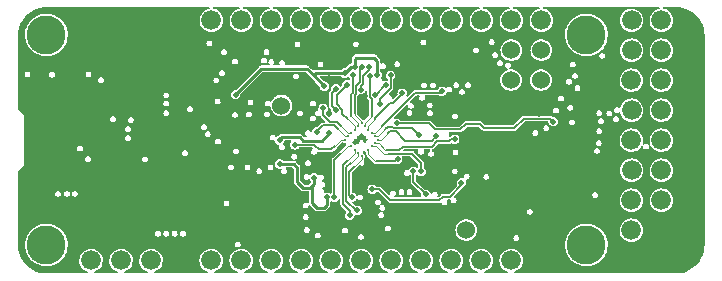
<source format=gbr>
G04 #@! TF.GenerationSoftware,KiCad,Pcbnew,(6.0.7)*
G04 #@! TF.CreationDate,2022-09-05T10:31:38-04:00*
G04 #@! TF.ProjectId,quickfeather-board,71756963-6b66-4656-9174-6865722d626f,rev?*
G04 #@! TF.SameCoordinates,Original*
G04 #@! TF.FileFunction,Copper,L2,Inr*
G04 #@! TF.FilePolarity,Positive*
%FSLAX46Y46*%
G04 Gerber Fmt 4.6, Leading zero omitted, Abs format (unit mm)*
G04 Created by KiCad (PCBNEW (6.0.7)) date 2022-09-05 10:31:38*
%MOMM*%
%LPD*%
G01*
G04 APERTURE LIST*
G04 #@! TA.AperFunction,ComponentPad*
%ADD10C,1.676400*%
G04 #@! TD*
G04 #@! TA.AperFunction,ComponentPad*
%ADD11C,1.524000*%
G04 #@! TD*
G04 #@! TA.AperFunction,ComponentPad*
%ADD12C,3.302000*%
G04 #@! TD*
G04 #@! TA.AperFunction,ViaPad*
%ADD13C,0.500000*%
G04 #@! TD*
G04 #@! TA.AperFunction,ViaPad*
%ADD14C,0.240000*%
G04 #@! TD*
G04 #@! TA.AperFunction,Conductor*
%ADD15C,0.250000*%
G04 #@! TD*
G04 #@! TA.AperFunction,Conductor*
%ADD16C,0.150000*%
G04 #@! TD*
G04 #@! TA.AperFunction,Conductor*
%ADD17C,0.075000*%
G04 #@! TD*
G04 #@! TA.AperFunction,Conductor*
%ADD18C,0.100000*%
G04 #@! TD*
G04 APERTURE END LIST*
D10*
X167537000Y-115187000D03*
X164997000Y-115187000D03*
X162457000Y-115187000D03*
X159917000Y-115187000D03*
X157377000Y-115187000D03*
X154837000Y-115187000D03*
X152297000Y-115187000D03*
X149757000Y-115187000D03*
X147217000Y-115187000D03*
X144677000Y-115187000D03*
X142137000Y-115187000D03*
X139597000Y-115187000D03*
X137047000Y-115187000D03*
X134507000Y-115187000D03*
X131967000Y-115187000D03*
X129427000Y-115187000D03*
D11*
X167551000Y-97383000D03*
X167531000Y-99923000D03*
X165011100Y-97383600D03*
X164991100Y-99923600D03*
D12*
X125655100Y-96089600D03*
X125655100Y-113869600D03*
X171375100Y-113869600D03*
X171375100Y-96089600D03*
D11*
X145550000Y-102070000D03*
X161196000Y-112624000D03*
D10*
X139611000Y-94843000D03*
X142151000Y-94843000D03*
X144691000Y-94843000D03*
X147231000Y-94843000D03*
X149771000Y-94843000D03*
X152311000Y-94843000D03*
X154851000Y-94843000D03*
X157391000Y-94843000D03*
X159931000Y-94843000D03*
X162471000Y-94843000D03*
X165011000Y-94843000D03*
X167551000Y-94843000D03*
X175195000Y-94857000D03*
X177711000Y-94843000D03*
X175195000Y-97383000D03*
X177711000Y-97383000D03*
X175171000Y-99923000D03*
X177711000Y-99923000D03*
X175195000Y-102463000D03*
X177711000Y-102463000D03*
X175171000Y-105003000D03*
X177711000Y-105003000D03*
X175195000Y-107543000D03*
X177711000Y-107543000D03*
X175171000Y-110083000D03*
X177711000Y-110083000D03*
X175171000Y-112623000D03*
X177711000Y-112623000D03*
D13*
X136470000Y-108800000D03*
X137100000Y-109290000D03*
X131800000Y-102500000D03*
X144606000Y-105755000D03*
X133070300Y-105826700D03*
X168400000Y-113300000D03*
X163250000Y-101500000D03*
D14*
X152610143Y-106080071D03*
D13*
X124165000Y-109540000D03*
X138300000Y-106000000D03*
X167350000Y-102750000D03*
X136880000Y-102710000D03*
X133060000Y-113475000D03*
X133900000Y-110200000D03*
X157397034Y-98401177D03*
X146670000Y-100560000D03*
D14*
X152327300Y-104665857D03*
D13*
X140356951Y-104344008D03*
X160960000Y-102710000D03*
X131800000Y-101700000D03*
X144500000Y-101200000D03*
X165120000Y-101360000D03*
X128580549Y-104689368D03*
X128690000Y-107480000D03*
X130110000Y-101540000D03*
X146710000Y-101760000D03*
X136470000Y-109710000D03*
X126900000Y-111826700D03*
X149566557Y-99776421D03*
X161111000Y-111343000D03*
X127120000Y-108680000D03*
X143950000Y-99840000D03*
X158918311Y-105678077D03*
X162945000Y-105760001D03*
X162970300Y-112151700D03*
X149350000Y-96020000D03*
X140400000Y-113010000D03*
X134680002Y-107270000D03*
X159646770Y-109337044D03*
X162990000Y-104980000D03*
X163592667Y-103407333D03*
X155209800Y-100356700D03*
D14*
X152610143Y-104948700D03*
D13*
X160454984Y-103670000D03*
X169211000Y-104193000D03*
X145259124Y-100850876D03*
X131800000Y-100900000D03*
X152580800Y-101226700D03*
X150300000Y-96080000D03*
X127120000Y-101220000D03*
X151030000Y-95400000D03*
D14*
X152327300Y-102968801D03*
D13*
X128420000Y-101530000D03*
X144205000Y-103463000D03*
X151760000Y-98810000D03*
X141670000Y-101140000D03*
X149615300Y-104426700D03*
X148305300Y-108176700D03*
X149172194Y-100424565D03*
X149424499Y-109842700D03*
X145401000Y-105013000D03*
X150920000Y-99320000D03*
X145401000Y-107018000D03*
X153648888Y-99462690D03*
X154360800Y-100356200D03*
X153447973Y-101183692D03*
X154785300Y-99507200D03*
X153925172Y-101907162D03*
X150159301Y-100638833D03*
X150174800Y-102486700D03*
D14*
X151761615Y-105797228D03*
D13*
X151325300Y-111366700D03*
X156725300Y-107644488D03*
X157780000Y-109600000D03*
D14*
X152327300Y-106362914D03*
D13*
X151495300Y-109842700D03*
X152259800Y-100715894D03*
X152978211Y-98809500D03*
D14*
X152044457Y-103817329D03*
D13*
X151585300Y-99446700D03*
X152359502Y-98809500D03*
D14*
X152327300Y-103534486D03*
X151195929Y-104665857D03*
D13*
X148560000Y-104310000D03*
X160792135Y-108588809D03*
X153235300Y-109166700D03*
X168545300Y-103426700D03*
X155298321Y-103573617D03*
D14*
X153741514Y-104948700D03*
D13*
X158650500Y-104688902D03*
X149075300Y-102306700D03*
D14*
X151478772Y-104383015D03*
X151761615Y-104100172D03*
D13*
X151085467Y-100301200D03*
X153061203Y-99581131D03*
D14*
X152610143Y-103817329D03*
X152892985Y-104100172D03*
D13*
X155770133Y-101021533D03*
D14*
X153175828Y-104383015D03*
D13*
X159123149Y-100872104D03*
D14*
X153458319Y-105231531D03*
D13*
X160215300Y-104916700D03*
X157180467Y-104561533D03*
D14*
X153458671Y-104665857D03*
X153175828Y-105514385D03*
D13*
X157364779Y-107644990D03*
X155375300Y-106596700D03*
D14*
X152892985Y-105797228D03*
D13*
X146695300Y-105396700D03*
D14*
X150913086Y-104948700D03*
D13*
X151955300Y-110942200D03*
D14*
X152044457Y-106080071D03*
X151478772Y-105514385D03*
D13*
X150024002Y-109842700D03*
D15*
X149424499Y-110477501D02*
X149185300Y-110716700D01*
X147694329Y-98946700D02*
X148269814Y-99522186D01*
X145535300Y-104746700D02*
X147075300Y-104746700D01*
X148269814Y-99522186D02*
X149172194Y-100424565D01*
X153395300Y-98016700D02*
X151865300Y-98016700D01*
X151760000Y-98122000D02*
X151760000Y-98810000D01*
X150901421Y-99301421D02*
X148490579Y-99301421D01*
X151865300Y-98016700D02*
X151760000Y-98122000D01*
X149424499Y-109842700D02*
X149424499Y-110477501D01*
X151430000Y-98810000D02*
X150920000Y-99320000D01*
X146885300Y-108546700D02*
X147385300Y-109046700D01*
X147385300Y-109046700D02*
X148005300Y-109046700D01*
X148575300Y-110716700D02*
X148150300Y-110291700D01*
X147095300Y-104746700D02*
X147395300Y-105046700D01*
X148005300Y-109046700D02*
X148150300Y-108901700D01*
X143835300Y-98946700D02*
X147694329Y-98946700D01*
X141670000Y-101140000D02*
X141670000Y-101112000D01*
X145401000Y-107018000D02*
X146576600Y-107018000D01*
X145401000Y-105013000D02*
X145401000Y-104881000D01*
X141670000Y-101112000D02*
X143835300Y-98946700D01*
X148995300Y-105046700D02*
X149615300Y-104426700D01*
X148305300Y-108746700D02*
X148305300Y-108176700D01*
X150920000Y-99320000D02*
X150901421Y-99301421D01*
X146576600Y-107018000D02*
X146885300Y-107326700D01*
X147395300Y-105046700D02*
X148995300Y-105046700D01*
X153648888Y-99462690D02*
X153648888Y-98270288D01*
X146885300Y-107326700D02*
X146885300Y-108546700D01*
X149185300Y-110716700D02*
X148575300Y-110716700D01*
X145401000Y-104881000D02*
X145535300Y-104746700D01*
X148150300Y-108901700D02*
X148305300Y-108746700D01*
X153648888Y-98270288D02*
X153395300Y-98016700D01*
X151760000Y-98810000D02*
X151430000Y-98810000D01*
X148490579Y-99301421D02*
X148269814Y-99522186D01*
X148150300Y-110291700D02*
X148150300Y-108901700D01*
D16*
X153518308Y-101183692D02*
X154345800Y-100356200D01*
X153447973Y-101183692D02*
X153518308Y-101183692D01*
X154345800Y-100356200D02*
X154360800Y-100356200D01*
X153925172Y-101907162D02*
X153925172Y-101476828D01*
X154785300Y-100616700D02*
X154785300Y-99507200D01*
X153925172Y-101476828D02*
X154785300Y-100616700D01*
X149825300Y-100972834D02*
X150159301Y-100638833D01*
X149825300Y-102137200D02*
X149825300Y-100972834D01*
X150174800Y-102486700D02*
X149825300Y-102137200D01*
D17*
X151761615Y-106100385D02*
X151761615Y-105797228D01*
D16*
X151325300Y-110996700D02*
X150765300Y-110436700D01*
D17*
X151761615Y-106100385D02*
X151205300Y-106656700D01*
D16*
X151325300Y-111366700D02*
X151325300Y-110996700D01*
X150765300Y-107086700D02*
X151195300Y-106656700D01*
X150765300Y-110436700D02*
X150765300Y-107086700D01*
X156725300Y-107644488D02*
X156725300Y-108545300D01*
X156725300Y-108545300D02*
X157780000Y-109600000D01*
X151495300Y-109842700D02*
X151295300Y-109642700D01*
D17*
X152327300Y-106362914D02*
X152327300Y-106634700D01*
X152327300Y-106634700D02*
X152305300Y-106656700D01*
D16*
X151750300Y-107206700D02*
X151755300Y-107206700D01*
X151295300Y-107661700D02*
X151750300Y-107206700D01*
X151295300Y-109642700D02*
X151295300Y-107661700D01*
D17*
X152305300Y-106656700D02*
X151755300Y-107206700D01*
D16*
X152259800Y-100715894D02*
X152259800Y-100385754D01*
X152259800Y-100385754D02*
X152435300Y-100210254D01*
X152435300Y-100210254D02*
X152435300Y-99606700D01*
X152435300Y-99606700D02*
X152978211Y-99063789D01*
X152978211Y-99063789D02*
X152978211Y-98809500D01*
D17*
X152044457Y-103555857D02*
X151445300Y-102956700D01*
D16*
X151585300Y-99446700D02*
X151585300Y-100986700D01*
X151585300Y-100986700D02*
X151445300Y-101126700D01*
D17*
X152044457Y-103817329D02*
X152044457Y-103555857D01*
D16*
X151445300Y-101126700D02*
X151445300Y-102956700D01*
D17*
X151745300Y-102856700D02*
X151745300Y-102666700D01*
D16*
X151745300Y-101180254D02*
X151745300Y-102666700D01*
X151835300Y-100456700D02*
X151835300Y-101090254D01*
X152359502Y-98809500D02*
X152185300Y-98983702D01*
X152185300Y-98983702D02*
X152185300Y-100106700D01*
D17*
X152327300Y-103534486D02*
X152327300Y-103438700D01*
D16*
X152185300Y-100106700D02*
X151835300Y-100456700D01*
X151835300Y-101090254D02*
X151745300Y-101180254D01*
D17*
X152327300Y-103438700D02*
X151745300Y-102856700D01*
X150944457Y-104665857D02*
X150335300Y-104056700D01*
D16*
X150025300Y-103746700D02*
X150335300Y-104056700D01*
X149035300Y-103746700D02*
X150025300Y-103746700D01*
D17*
X151195929Y-104665857D02*
X150944457Y-104665857D01*
D16*
X148560000Y-104222000D02*
X149035300Y-103746700D01*
X148560000Y-104310000D02*
X148560000Y-104222000D01*
X159848780Y-109780179D02*
X160792135Y-108836824D01*
X158922259Y-110076700D02*
X159218780Y-109780179D01*
X153845300Y-109166700D02*
X154755300Y-110076700D01*
X159218780Y-109780179D02*
X159848780Y-109780179D01*
X153235300Y-109166700D02*
X153845300Y-109166700D01*
X160792135Y-108836824D02*
X160792135Y-108588809D01*
X154755300Y-110076700D02*
X158922259Y-110076700D01*
X161175300Y-103626700D02*
X160707000Y-104095000D01*
X165262000Y-103980000D02*
X162688600Y-103980000D01*
X158062217Y-103573617D02*
X155298321Y-103573617D01*
X168545300Y-103426700D02*
X168293600Y-103175000D01*
X162688600Y-103980000D02*
X162335300Y-103626700D01*
X168293600Y-103175000D02*
X166067000Y-103175000D01*
X162335300Y-103626700D02*
X161175300Y-103626700D01*
X158583600Y-104095000D02*
X158062217Y-103573617D01*
X166067000Y-103175000D02*
X165262000Y-103980000D01*
X160707000Y-104095000D02*
X158583600Y-104095000D01*
D17*
X154013300Y-104948700D02*
X154605300Y-104356700D01*
D16*
X154951747Y-104226700D02*
X154735300Y-104226700D01*
X158307702Y-105031700D02*
X156000300Y-105031700D01*
X154735300Y-104226700D02*
X154605300Y-104356700D01*
X154973664Y-104248617D02*
X154951747Y-104226700D01*
D17*
X153741514Y-104948700D02*
X154013300Y-104948700D01*
D16*
X155217217Y-104248617D02*
X154973664Y-104248617D01*
X156000300Y-105031700D02*
X155217217Y-104248617D01*
X158650500Y-104688902D02*
X158307702Y-105031700D01*
D17*
X151191615Y-104383015D02*
X150605300Y-103796700D01*
D16*
X149083258Y-102314658D02*
X149083258Y-102904658D01*
D17*
X151478772Y-104383015D02*
X151191615Y-104383015D01*
D16*
X149075300Y-102306700D02*
X149083258Y-102314658D01*
X150285300Y-103476700D02*
X150605300Y-103796700D01*
X149083258Y-102904658D02*
X149655300Y-103476700D01*
X149655300Y-103476700D02*
X150285300Y-103476700D01*
X150715300Y-102796700D02*
X151155300Y-103236700D01*
X150584301Y-100802366D02*
X150584301Y-100814874D01*
X150245300Y-101153875D02*
X150245300Y-101956159D01*
X151085467Y-100301200D02*
X150584301Y-100802366D01*
X150245300Y-101956159D02*
X150715300Y-102426159D01*
X150715300Y-102426159D02*
X150715300Y-102796700D01*
D17*
X151761615Y-103843015D02*
X151155300Y-103236700D01*
D16*
X150584301Y-100814874D02*
X150245300Y-101153875D01*
D17*
X151761615Y-104100172D02*
X151761615Y-103843015D01*
X152610143Y-103511857D02*
X153175300Y-102946700D01*
D16*
X153005300Y-101343142D02*
X153175300Y-101513142D01*
X153005300Y-99637034D02*
X153005300Y-101343142D01*
X153061203Y-99581131D02*
X153005300Y-99637034D01*
X153175300Y-101513142D02*
X153175300Y-102946700D01*
D17*
X152610143Y-103817329D02*
X152610143Y-103511857D01*
D16*
X155770133Y-101081867D02*
X154980300Y-101871700D01*
X154699259Y-101871700D02*
X153465300Y-103105659D01*
D17*
X152892985Y-104100172D02*
X152892985Y-103799015D01*
D16*
X154980300Y-101871700D02*
X154699259Y-101871700D01*
D17*
X152892985Y-103799015D02*
X153465300Y-103226700D01*
D16*
X155770133Y-101021533D02*
X155770133Y-101081867D01*
X153465300Y-103105659D02*
X153465300Y-103226700D01*
D17*
X153175828Y-104383015D02*
X153478985Y-104383015D01*
D16*
X159123149Y-100872104D02*
X159013553Y-100981700D01*
X156870300Y-100981700D02*
X154065300Y-103786700D01*
X159013553Y-100981700D02*
X156870300Y-100981700D01*
X154065300Y-103786700D02*
X154065300Y-103796700D01*
D17*
X153478985Y-104383015D02*
X154065300Y-103796700D01*
D16*
X157573364Y-105553723D02*
X157561341Y-105541700D01*
X155820300Y-105541700D02*
X155495300Y-105866700D01*
X155495300Y-105866700D02*
X154425300Y-105866700D01*
D17*
X153458319Y-105231531D02*
X153790131Y-105231531D01*
X153790131Y-105231531D02*
X154355296Y-105796696D01*
D16*
X160215300Y-104916700D02*
X159915300Y-104916700D01*
X158288277Y-105553723D02*
X157573364Y-105553723D01*
D18*
X154425300Y-105866700D02*
X154355296Y-105796696D01*
D16*
X159915300Y-104916700D02*
X159725300Y-105106700D01*
X157561341Y-105541700D02*
X155820300Y-105541700D01*
X159725300Y-105106700D02*
X158735300Y-105106700D01*
X158735300Y-105106700D02*
X158288277Y-105553723D01*
X155077217Y-103998617D02*
X154925300Y-103846700D01*
X157180467Y-104561533D02*
X156615634Y-103996700D01*
X155474362Y-103998617D02*
X155077217Y-103998617D01*
D17*
X153726143Y-104665857D02*
X154325300Y-104066700D01*
D16*
X154545300Y-103846700D02*
X154325300Y-104066700D01*
D17*
X153458671Y-104665857D02*
X153726143Y-104665857D01*
D16*
X155476279Y-103996700D02*
X155474362Y-103998617D01*
X154925300Y-103846700D02*
X154545300Y-103846700D01*
X156615634Y-103996700D02*
X155476279Y-103996700D01*
D17*
X154195300Y-106146700D02*
X153562985Y-105514385D01*
D16*
X154546341Y-106146700D02*
X154551341Y-106151700D01*
X157364779Y-106916179D02*
X156595300Y-106146700D01*
D17*
X153562985Y-105514385D02*
X153175828Y-105514385D01*
D16*
X156595300Y-106146700D02*
X154546341Y-106146700D01*
X157364779Y-107644990D02*
X157364779Y-106916179D01*
D18*
X154210300Y-106151700D02*
X154551341Y-106151700D01*
D17*
X154205300Y-106146700D02*
X154195300Y-106146700D01*
D18*
X154205300Y-106146700D02*
X154210300Y-106151700D01*
D16*
X153535300Y-106806700D02*
X153625300Y-106806700D01*
D17*
X152892985Y-106164385D02*
X152892985Y-105797228D01*
X153475300Y-106746700D02*
X152892985Y-106164385D01*
D18*
X153475300Y-106746700D02*
X153535300Y-106806700D01*
D16*
X155165300Y-106806700D02*
X153625300Y-106806700D01*
X155375300Y-106596700D02*
X155165300Y-106806700D01*
D17*
X150613300Y-104948700D02*
X150045300Y-105516700D01*
D16*
X149785300Y-105776700D02*
X150045300Y-105516700D01*
X146695300Y-105396700D02*
X148315300Y-105396700D01*
X148315300Y-105396700D02*
X148395300Y-105476700D01*
X148691453Y-105776700D02*
X149785300Y-105776700D01*
X148395300Y-105476700D02*
X148395300Y-105480547D01*
X148395300Y-105480547D02*
X148691453Y-105776700D01*
D17*
X150913086Y-104948700D02*
X150613300Y-104948700D01*
D16*
X151045300Y-107306700D02*
X151445300Y-106906700D01*
D17*
X152044457Y-106307543D02*
X151445300Y-106906700D01*
D16*
X151045300Y-110146700D02*
X151045300Y-107306700D01*
D17*
X152044457Y-106080071D02*
X152044457Y-106307543D01*
D16*
X151840800Y-110942200D02*
X151045300Y-110146700D01*
X151955300Y-110942200D02*
X151840800Y-110942200D01*
D17*
X151197615Y-105514385D02*
X150625300Y-106086700D01*
D16*
X150024002Y-109842700D02*
X150025300Y-109841402D01*
D17*
X151478772Y-105514385D02*
X151197615Y-105514385D01*
D16*
X150025300Y-106686700D02*
X150625300Y-106086700D01*
X150025300Y-109841402D02*
X150025300Y-106686700D01*
G04 #@! TA.AperFunction,Conductor*
G36*
X139444799Y-93741413D02*
G01*
X139470109Y-93785250D01*
X139461319Y-93835100D01*
X139418126Y-93869089D01*
X139242305Y-93920836D01*
X139242301Y-93920838D01*
X139238834Y-93921858D01*
X139148678Y-93968990D01*
X139070212Y-94010011D01*
X139070209Y-94010013D01*
X139067005Y-94011688D01*
X139064187Y-94013954D01*
X139064185Y-94013955D01*
X139037170Y-94035676D01*
X138915896Y-94133183D01*
X138913570Y-94135955D01*
X138913568Y-94135957D01*
X138793590Y-94278940D01*
X138793587Y-94278944D01*
X138791263Y-94281714D01*
X138697854Y-94451625D01*
X138696760Y-94455074D01*
X138673288Y-94529068D01*
X138639226Y-94636443D01*
X138638823Y-94640032D01*
X138638823Y-94640034D01*
X138635727Y-94667634D01*
X138617613Y-94829129D01*
X138617916Y-94832738D01*
X138617916Y-94832740D01*
X138627292Y-94944397D01*
X138633837Y-95022343D01*
X138687282Y-95208726D01*
X138775911Y-95381178D01*
X138896347Y-95533132D01*
X138899100Y-95535475D01*
X138899101Y-95535476D01*
X138912797Y-95547132D01*
X139044005Y-95658799D01*
X139213260Y-95753392D01*
X139397664Y-95813308D01*
X139465450Y-95821391D01*
X139586594Y-95835837D01*
X139586597Y-95835837D01*
X139590194Y-95836266D01*
X139640977Y-95832359D01*
X139779907Y-95821669D01*
X139779909Y-95821669D01*
X139783517Y-95821391D01*
X139970268Y-95769249D01*
X140143335Y-95681826D01*
X140296126Y-95562453D01*
X140422820Y-95415676D01*
X140424603Y-95412537D01*
X140424606Y-95412533D01*
X140481796Y-95311860D01*
X140518593Y-95247086D01*
X140526697Y-95222726D01*
X140578652Y-95066542D01*
X140578653Y-95066539D01*
X140579795Y-95063105D01*
X140604097Y-94870740D01*
X140604484Y-94843000D01*
X140603875Y-94836781D01*
X140587289Y-94667634D01*
X140585563Y-94650031D01*
X140529522Y-94464413D01*
X140460076Y-94333804D01*
X140440193Y-94296409D01*
X140440192Y-94296408D01*
X140438494Y-94293214D01*
X140315947Y-94142957D01*
X140176934Y-94027955D01*
X140169344Y-94021676D01*
X140169342Y-94021675D01*
X140166549Y-94019364D01*
X140156546Y-94013955D01*
X139999174Y-93928865D01*
X139995991Y-93927144D01*
X139992541Y-93926076D01*
X139992536Y-93926074D01*
X139814219Y-93870876D01*
X139814216Y-93870875D01*
X139812337Y-93870294D01*
X139812336Y-93870293D01*
X139810768Y-93869808D01*
X139810893Y-93869405D01*
X139769702Y-93844064D01*
X139753725Y-93796033D01*
X139772360Y-93748968D01*
X139816887Y-93724894D01*
X139827696Y-93724100D01*
X141937233Y-93724100D01*
X141984799Y-93741413D01*
X142010109Y-93785250D01*
X142001319Y-93835100D01*
X141958126Y-93869089D01*
X141782305Y-93920836D01*
X141782301Y-93920838D01*
X141778834Y-93921858D01*
X141688678Y-93968990D01*
X141610212Y-94010011D01*
X141610209Y-94010013D01*
X141607005Y-94011688D01*
X141604187Y-94013954D01*
X141604185Y-94013955D01*
X141577170Y-94035676D01*
X141455896Y-94133183D01*
X141453570Y-94135955D01*
X141453568Y-94135957D01*
X141333590Y-94278940D01*
X141333587Y-94278944D01*
X141331263Y-94281714D01*
X141237854Y-94451625D01*
X141236760Y-94455074D01*
X141213288Y-94529068D01*
X141179226Y-94636443D01*
X141178823Y-94640032D01*
X141178823Y-94640034D01*
X141175727Y-94667634D01*
X141157613Y-94829129D01*
X141157916Y-94832738D01*
X141157916Y-94832740D01*
X141167292Y-94944397D01*
X141173837Y-95022343D01*
X141227282Y-95208726D01*
X141315911Y-95381178D01*
X141436347Y-95533132D01*
X141439100Y-95535475D01*
X141439101Y-95535476D01*
X141452797Y-95547132D01*
X141584005Y-95658799D01*
X141753260Y-95753392D01*
X141937664Y-95813308D01*
X142005450Y-95821391D01*
X142126594Y-95835837D01*
X142126597Y-95835837D01*
X142130194Y-95836266D01*
X142180977Y-95832359D01*
X142319907Y-95821669D01*
X142319909Y-95821669D01*
X142323517Y-95821391D01*
X142510268Y-95769249D01*
X142683335Y-95681826D01*
X142836126Y-95562453D01*
X142962820Y-95415676D01*
X142964603Y-95412537D01*
X142964606Y-95412533D01*
X143021796Y-95311860D01*
X143058593Y-95247086D01*
X143066697Y-95222726D01*
X143118652Y-95066542D01*
X143118653Y-95066539D01*
X143119795Y-95063105D01*
X143144097Y-94870740D01*
X143144484Y-94843000D01*
X143143875Y-94836781D01*
X143127289Y-94667634D01*
X143125563Y-94650031D01*
X143069522Y-94464413D01*
X143000076Y-94333804D01*
X142980193Y-94296409D01*
X142980192Y-94296408D01*
X142978494Y-94293214D01*
X142855947Y-94142957D01*
X142716934Y-94027955D01*
X142709344Y-94021676D01*
X142709342Y-94021675D01*
X142706549Y-94019364D01*
X142696546Y-94013955D01*
X142539174Y-93928865D01*
X142535991Y-93927144D01*
X142532541Y-93926076D01*
X142532536Y-93926074D01*
X142354219Y-93870876D01*
X142354216Y-93870875D01*
X142352337Y-93870294D01*
X142352336Y-93870293D01*
X142350768Y-93869808D01*
X142350893Y-93869405D01*
X142309702Y-93844064D01*
X142293725Y-93796033D01*
X142312360Y-93748968D01*
X142356887Y-93724894D01*
X142367696Y-93724100D01*
X144477233Y-93724100D01*
X144524799Y-93741413D01*
X144550109Y-93785250D01*
X144541319Y-93835100D01*
X144498126Y-93869089D01*
X144322305Y-93920836D01*
X144322301Y-93920838D01*
X144318834Y-93921858D01*
X144228678Y-93968990D01*
X144150212Y-94010011D01*
X144150209Y-94010013D01*
X144147005Y-94011688D01*
X144144187Y-94013954D01*
X144144185Y-94013955D01*
X144117170Y-94035676D01*
X143995896Y-94133183D01*
X143993570Y-94135955D01*
X143993568Y-94135957D01*
X143873590Y-94278940D01*
X143873587Y-94278944D01*
X143871263Y-94281714D01*
X143777854Y-94451625D01*
X143776760Y-94455074D01*
X143753288Y-94529068D01*
X143719226Y-94636443D01*
X143718823Y-94640032D01*
X143718823Y-94640034D01*
X143715727Y-94667634D01*
X143697613Y-94829129D01*
X143697916Y-94832738D01*
X143697916Y-94832740D01*
X143707292Y-94944397D01*
X143713837Y-95022343D01*
X143767282Y-95208726D01*
X143855911Y-95381178D01*
X143976347Y-95533132D01*
X143979100Y-95535475D01*
X143979101Y-95535476D01*
X143992797Y-95547132D01*
X144124005Y-95658799D01*
X144293260Y-95753392D01*
X144477664Y-95813308D01*
X144545450Y-95821391D01*
X144666594Y-95835837D01*
X144666597Y-95835837D01*
X144670194Y-95836266D01*
X144720977Y-95832359D01*
X144859907Y-95821669D01*
X144859909Y-95821669D01*
X144863517Y-95821391D01*
X145050268Y-95769249D01*
X145223335Y-95681826D01*
X145376126Y-95562453D01*
X145502820Y-95415676D01*
X145504603Y-95412537D01*
X145504606Y-95412533D01*
X145561796Y-95311860D01*
X145598593Y-95247086D01*
X145606697Y-95222726D01*
X145658652Y-95066542D01*
X145658653Y-95066539D01*
X145659795Y-95063105D01*
X145684097Y-94870740D01*
X145684484Y-94843000D01*
X145683875Y-94836781D01*
X145667289Y-94667634D01*
X145665563Y-94650031D01*
X145609522Y-94464413D01*
X145540076Y-94333804D01*
X145520193Y-94296409D01*
X145520192Y-94296408D01*
X145518494Y-94293214D01*
X145395947Y-94142957D01*
X145256934Y-94027955D01*
X145249344Y-94021676D01*
X145249342Y-94021675D01*
X145246549Y-94019364D01*
X145236546Y-94013955D01*
X145079174Y-93928865D01*
X145075991Y-93927144D01*
X145072541Y-93926076D01*
X145072536Y-93926074D01*
X144894219Y-93870876D01*
X144894216Y-93870875D01*
X144892337Y-93870294D01*
X144892336Y-93870293D01*
X144890768Y-93869808D01*
X144890893Y-93869405D01*
X144849702Y-93844064D01*
X144833725Y-93796033D01*
X144852360Y-93748968D01*
X144896887Y-93724894D01*
X144907696Y-93724100D01*
X147017233Y-93724100D01*
X147064799Y-93741413D01*
X147090109Y-93785250D01*
X147081319Y-93835100D01*
X147038126Y-93869089D01*
X146862305Y-93920836D01*
X146862301Y-93920838D01*
X146858834Y-93921858D01*
X146768678Y-93968990D01*
X146690212Y-94010011D01*
X146690209Y-94010013D01*
X146687005Y-94011688D01*
X146684187Y-94013954D01*
X146684185Y-94013955D01*
X146657170Y-94035676D01*
X146535896Y-94133183D01*
X146533570Y-94135955D01*
X146533568Y-94135957D01*
X146413590Y-94278940D01*
X146413587Y-94278944D01*
X146411263Y-94281714D01*
X146317854Y-94451625D01*
X146316760Y-94455074D01*
X146293288Y-94529068D01*
X146259226Y-94636443D01*
X146258823Y-94640032D01*
X146258823Y-94640034D01*
X146255727Y-94667634D01*
X146237613Y-94829129D01*
X146237916Y-94832738D01*
X146237916Y-94832740D01*
X146247292Y-94944397D01*
X146253837Y-95022343D01*
X146307282Y-95208726D01*
X146395911Y-95381178D01*
X146516347Y-95533132D01*
X146519100Y-95535475D01*
X146519101Y-95535476D01*
X146532797Y-95547132D01*
X146664005Y-95658799D01*
X146833260Y-95753392D01*
X147017664Y-95813308D01*
X147085450Y-95821391D01*
X147206594Y-95835837D01*
X147206597Y-95835837D01*
X147210194Y-95836266D01*
X147260977Y-95832359D01*
X147399907Y-95821669D01*
X147399909Y-95821669D01*
X147403517Y-95821391D01*
X147590268Y-95769249D01*
X147763335Y-95681826D01*
X147916126Y-95562453D01*
X148042820Y-95415676D01*
X148044603Y-95412537D01*
X148044606Y-95412533D01*
X148101796Y-95311860D01*
X148138593Y-95247086D01*
X148146697Y-95222726D01*
X148198652Y-95066542D01*
X148198653Y-95066539D01*
X148199795Y-95063105D01*
X148224097Y-94870740D01*
X148224484Y-94843000D01*
X148223875Y-94836781D01*
X148207289Y-94667634D01*
X148205563Y-94650031D01*
X148149522Y-94464413D01*
X148080076Y-94333804D01*
X148060193Y-94296409D01*
X148060192Y-94296408D01*
X148058494Y-94293214D01*
X147935947Y-94142957D01*
X147796934Y-94027955D01*
X147789344Y-94021676D01*
X147789342Y-94021675D01*
X147786549Y-94019364D01*
X147776546Y-94013955D01*
X147619174Y-93928865D01*
X147615991Y-93927144D01*
X147612541Y-93926076D01*
X147612536Y-93926074D01*
X147434219Y-93870876D01*
X147434216Y-93870875D01*
X147432337Y-93870294D01*
X147432336Y-93870293D01*
X147430768Y-93869808D01*
X147430893Y-93869405D01*
X147389702Y-93844064D01*
X147373725Y-93796033D01*
X147392360Y-93748968D01*
X147436887Y-93724894D01*
X147447696Y-93724100D01*
X149557233Y-93724100D01*
X149604799Y-93741413D01*
X149630109Y-93785250D01*
X149621319Y-93835100D01*
X149578126Y-93869089D01*
X149402305Y-93920836D01*
X149402301Y-93920838D01*
X149398834Y-93921858D01*
X149308678Y-93968990D01*
X149230212Y-94010011D01*
X149230209Y-94010013D01*
X149227005Y-94011688D01*
X149224187Y-94013954D01*
X149224185Y-94013955D01*
X149197170Y-94035676D01*
X149075896Y-94133183D01*
X149073570Y-94135955D01*
X149073568Y-94135957D01*
X148953590Y-94278940D01*
X148953587Y-94278944D01*
X148951263Y-94281714D01*
X148857854Y-94451625D01*
X148856760Y-94455074D01*
X148833288Y-94529068D01*
X148799226Y-94636443D01*
X148798823Y-94640032D01*
X148798823Y-94640034D01*
X148795727Y-94667634D01*
X148777613Y-94829129D01*
X148777916Y-94832738D01*
X148777916Y-94832740D01*
X148787292Y-94944397D01*
X148793837Y-95022343D01*
X148847282Y-95208726D01*
X148935911Y-95381178D01*
X149056347Y-95533132D01*
X149059100Y-95535475D01*
X149059101Y-95535476D01*
X149072797Y-95547132D01*
X149204005Y-95658799D01*
X149373260Y-95753392D01*
X149557664Y-95813308D01*
X149625450Y-95821391D01*
X149746594Y-95835837D01*
X149746597Y-95835837D01*
X149750194Y-95836266D01*
X149800977Y-95832359D01*
X149939907Y-95821669D01*
X149939909Y-95821669D01*
X149943517Y-95821391D01*
X150130268Y-95769249D01*
X150303335Y-95681826D01*
X150456126Y-95562453D01*
X150582820Y-95415676D01*
X150584603Y-95412537D01*
X150584606Y-95412533D01*
X150641796Y-95311860D01*
X150678593Y-95247086D01*
X150686697Y-95222726D01*
X150738652Y-95066542D01*
X150738653Y-95066539D01*
X150739795Y-95063105D01*
X150764097Y-94870740D01*
X150764484Y-94843000D01*
X150763875Y-94836781D01*
X150747289Y-94667634D01*
X150745563Y-94650031D01*
X150689522Y-94464413D01*
X150620076Y-94333804D01*
X150600193Y-94296409D01*
X150600192Y-94296408D01*
X150598494Y-94293214D01*
X150475947Y-94142957D01*
X150336934Y-94027955D01*
X150329344Y-94021676D01*
X150329342Y-94021675D01*
X150326549Y-94019364D01*
X150316546Y-94013955D01*
X150159174Y-93928865D01*
X150155991Y-93927144D01*
X150152541Y-93926076D01*
X150152536Y-93926074D01*
X149974219Y-93870876D01*
X149974216Y-93870875D01*
X149972337Y-93870294D01*
X149972336Y-93870293D01*
X149970768Y-93869808D01*
X149970893Y-93869405D01*
X149929702Y-93844064D01*
X149913725Y-93796033D01*
X149932360Y-93748968D01*
X149976887Y-93724894D01*
X149987696Y-93724100D01*
X152097233Y-93724100D01*
X152144799Y-93741413D01*
X152170109Y-93785250D01*
X152161319Y-93835100D01*
X152118126Y-93869089D01*
X151942305Y-93920836D01*
X151942301Y-93920838D01*
X151938834Y-93921858D01*
X151848678Y-93968990D01*
X151770212Y-94010011D01*
X151770209Y-94010013D01*
X151767005Y-94011688D01*
X151764187Y-94013954D01*
X151764185Y-94013955D01*
X151737170Y-94035676D01*
X151615896Y-94133183D01*
X151613570Y-94135955D01*
X151613568Y-94135957D01*
X151493590Y-94278940D01*
X151493587Y-94278944D01*
X151491263Y-94281714D01*
X151397854Y-94451625D01*
X151396760Y-94455074D01*
X151373288Y-94529068D01*
X151339226Y-94636443D01*
X151338823Y-94640032D01*
X151338823Y-94640034D01*
X151335727Y-94667634D01*
X151317613Y-94829129D01*
X151317916Y-94832738D01*
X151317916Y-94832740D01*
X151327292Y-94944397D01*
X151333837Y-95022343D01*
X151387282Y-95208726D01*
X151475911Y-95381178D01*
X151596347Y-95533132D01*
X151599100Y-95535475D01*
X151599101Y-95535476D01*
X151612797Y-95547132D01*
X151744005Y-95658799D01*
X151913260Y-95753392D01*
X152097664Y-95813308D01*
X152165450Y-95821391D01*
X152286594Y-95835837D01*
X152286597Y-95835837D01*
X152290194Y-95836266D01*
X152340977Y-95832359D01*
X152479907Y-95821669D01*
X152479909Y-95821669D01*
X152483517Y-95821391D01*
X152670268Y-95769249D01*
X152843335Y-95681826D01*
X152996126Y-95562453D01*
X153122820Y-95415676D01*
X153124603Y-95412537D01*
X153124606Y-95412533D01*
X153181796Y-95311860D01*
X153218593Y-95247086D01*
X153226697Y-95222726D01*
X153278652Y-95066542D01*
X153278653Y-95066539D01*
X153279795Y-95063105D01*
X153304097Y-94870740D01*
X153304484Y-94843000D01*
X153303875Y-94836781D01*
X153287289Y-94667634D01*
X153285563Y-94650031D01*
X153229522Y-94464413D01*
X153160076Y-94333804D01*
X153140193Y-94296409D01*
X153140192Y-94296408D01*
X153138494Y-94293214D01*
X153015947Y-94142957D01*
X152876934Y-94027955D01*
X152869344Y-94021676D01*
X152869342Y-94021675D01*
X152866549Y-94019364D01*
X152856546Y-94013955D01*
X152699174Y-93928865D01*
X152695991Y-93927144D01*
X152692541Y-93926076D01*
X152692536Y-93926074D01*
X152514219Y-93870876D01*
X152514216Y-93870875D01*
X152512337Y-93870294D01*
X152512336Y-93870293D01*
X152510768Y-93869808D01*
X152510893Y-93869405D01*
X152469702Y-93844064D01*
X152453725Y-93796033D01*
X152472360Y-93748968D01*
X152516887Y-93724894D01*
X152527696Y-93724100D01*
X154637233Y-93724100D01*
X154684799Y-93741413D01*
X154710109Y-93785250D01*
X154701319Y-93835100D01*
X154658126Y-93869089D01*
X154482305Y-93920836D01*
X154482301Y-93920838D01*
X154478834Y-93921858D01*
X154388678Y-93968990D01*
X154310212Y-94010011D01*
X154310209Y-94010013D01*
X154307005Y-94011688D01*
X154304187Y-94013954D01*
X154304185Y-94013955D01*
X154277170Y-94035676D01*
X154155896Y-94133183D01*
X154153570Y-94135955D01*
X154153568Y-94135957D01*
X154033590Y-94278940D01*
X154033587Y-94278944D01*
X154031263Y-94281714D01*
X153937854Y-94451625D01*
X153936760Y-94455074D01*
X153913288Y-94529068D01*
X153879226Y-94636443D01*
X153878823Y-94640032D01*
X153878823Y-94640034D01*
X153875727Y-94667634D01*
X153857613Y-94829129D01*
X153857916Y-94832738D01*
X153857916Y-94832740D01*
X153867292Y-94944397D01*
X153873837Y-95022343D01*
X153927282Y-95208726D01*
X154015911Y-95381178D01*
X154136347Y-95533132D01*
X154139100Y-95535475D01*
X154139101Y-95535476D01*
X154152797Y-95547132D01*
X154284005Y-95658799D01*
X154453260Y-95753392D01*
X154637664Y-95813308D01*
X154705450Y-95821391D01*
X154826594Y-95835837D01*
X154826597Y-95835837D01*
X154830194Y-95836266D01*
X154880977Y-95832359D01*
X155019907Y-95821669D01*
X155019909Y-95821669D01*
X155023517Y-95821391D01*
X155210268Y-95769249D01*
X155383335Y-95681826D01*
X155536126Y-95562453D01*
X155662820Y-95415676D01*
X155664603Y-95412537D01*
X155664606Y-95412533D01*
X155721796Y-95311860D01*
X155758593Y-95247086D01*
X155766697Y-95222726D01*
X155818652Y-95066542D01*
X155818653Y-95066539D01*
X155819795Y-95063105D01*
X155844097Y-94870740D01*
X155844484Y-94843000D01*
X155843875Y-94836781D01*
X155827289Y-94667634D01*
X155825563Y-94650031D01*
X155769522Y-94464413D01*
X155700076Y-94333804D01*
X155680193Y-94296409D01*
X155680192Y-94296408D01*
X155678494Y-94293214D01*
X155555947Y-94142957D01*
X155416934Y-94027955D01*
X155409344Y-94021676D01*
X155409342Y-94021675D01*
X155406549Y-94019364D01*
X155396546Y-94013955D01*
X155239174Y-93928865D01*
X155235991Y-93927144D01*
X155232541Y-93926076D01*
X155232536Y-93926074D01*
X155054219Y-93870876D01*
X155054216Y-93870875D01*
X155052337Y-93870294D01*
X155052336Y-93870293D01*
X155050768Y-93869808D01*
X155050893Y-93869405D01*
X155009702Y-93844064D01*
X154993725Y-93796033D01*
X155012360Y-93748968D01*
X155056887Y-93724894D01*
X155067696Y-93724100D01*
X157177233Y-93724100D01*
X157224799Y-93741413D01*
X157250109Y-93785250D01*
X157241319Y-93835100D01*
X157198126Y-93869089D01*
X157022305Y-93920836D01*
X157022301Y-93920838D01*
X157018834Y-93921858D01*
X156928678Y-93968990D01*
X156850212Y-94010011D01*
X156850209Y-94010013D01*
X156847005Y-94011688D01*
X156844187Y-94013954D01*
X156844185Y-94013955D01*
X156817170Y-94035676D01*
X156695896Y-94133183D01*
X156693570Y-94135955D01*
X156693568Y-94135957D01*
X156573590Y-94278940D01*
X156573587Y-94278944D01*
X156571263Y-94281714D01*
X156477854Y-94451625D01*
X156476760Y-94455074D01*
X156453288Y-94529068D01*
X156419226Y-94636443D01*
X156418823Y-94640032D01*
X156418823Y-94640034D01*
X156415727Y-94667634D01*
X156397613Y-94829129D01*
X156397916Y-94832738D01*
X156397916Y-94832740D01*
X156407292Y-94944397D01*
X156413837Y-95022343D01*
X156467282Y-95208726D01*
X156555911Y-95381178D01*
X156676347Y-95533132D01*
X156679100Y-95535475D01*
X156679101Y-95535476D01*
X156692797Y-95547132D01*
X156824005Y-95658799D01*
X156993260Y-95753392D01*
X157177664Y-95813308D01*
X157245450Y-95821391D01*
X157366594Y-95835837D01*
X157366597Y-95835837D01*
X157370194Y-95836266D01*
X157420977Y-95832359D01*
X157559907Y-95821669D01*
X157559909Y-95821669D01*
X157563517Y-95821391D01*
X157750268Y-95769249D01*
X157923335Y-95681826D01*
X158076126Y-95562453D01*
X158202820Y-95415676D01*
X158204603Y-95412537D01*
X158204606Y-95412533D01*
X158261796Y-95311860D01*
X158298593Y-95247086D01*
X158306697Y-95222726D01*
X158358652Y-95066542D01*
X158358653Y-95066539D01*
X158359795Y-95063105D01*
X158384097Y-94870740D01*
X158384484Y-94843000D01*
X158383875Y-94836781D01*
X158367289Y-94667634D01*
X158365563Y-94650031D01*
X158309522Y-94464413D01*
X158240076Y-94333804D01*
X158220193Y-94296409D01*
X158220192Y-94296408D01*
X158218494Y-94293214D01*
X158095947Y-94142957D01*
X157956934Y-94027955D01*
X157949344Y-94021676D01*
X157949342Y-94021675D01*
X157946549Y-94019364D01*
X157936546Y-94013955D01*
X157779174Y-93928865D01*
X157775991Y-93927144D01*
X157772541Y-93926076D01*
X157772536Y-93926074D01*
X157594219Y-93870876D01*
X157594216Y-93870875D01*
X157592337Y-93870294D01*
X157592336Y-93870293D01*
X157590768Y-93869808D01*
X157590893Y-93869405D01*
X157549702Y-93844064D01*
X157533725Y-93796033D01*
X157552360Y-93748968D01*
X157596887Y-93724894D01*
X157607696Y-93724100D01*
X159717233Y-93724100D01*
X159764799Y-93741413D01*
X159790109Y-93785250D01*
X159781319Y-93835100D01*
X159738126Y-93869089D01*
X159562305Y-93920836D01*
X159562301Y-93920838D01*
X159558834Y-93921858D01*
X159468678Y-93968990D01*
X159390212Y-94010011D01*
X159390209Y-94010013D01*
X159387005Y-94011688D01*
X159384187Y-94013954D01*
X159384185Y-94013955D01*
X159357170Y-94035676D01*
X159235896Y-94133183D01*
X159233570Y-94135955D01*
X159233568Y-94135957D01*
X159113590Y-94278940D01*
X159113587Y-94278944D01*
X159111263Y-94281714D01*
X159017854Y-94451625D01*
X159016760Y-94455074D01*
X158993288Y-94529068D01*
X158959226Y-94636443D01*
X158958823Y-94640032D01*
X158958823Y-94640034D01*
X158955727Y-94667634D01*
X158937613Y-94829129D01*
X158937916Y-94832738D01*
X158937916Y-94832740D01*
X158947292Y-94944397D01*
X158953837Y-95022343D01*
X159007282Y-95208726D01*
X159095911Y-95381178D01*
X159216347Y-95533132D01*
X159219100Y-95535475D01*
X159219101Y-95535476D01*
X159232797Y-95547132D01*
X159364005Y-95658799D01*
X159533260Y-95753392D01*
X159717664Y-95813308D01*
X159785450Y-95821391D01*
X159906594Y-95835837D01*
X159906597Y-95835837D01*
X159910194Y-95836266D01*
X159960977Y-95832359D01*
X160099907Y-95821669D01*
X160099909Y-95821669D01*
X160103517Y-95821391D01*
X160290268Y-95769249D01*
X160463335Y-95681826D01*
X160616126Y-95562453D01*
X160742820Y-95415676D01*
X160744603Y-95412537D01*
X160744606Y-95412533D01*
X160801796Y-95311860D01*
X160838593Y-95247086D01*
X160846697Y-95222726D01*
X160898652Y-95066542D01*
X160898653Y-95066539D01*
X160899795Y-95063105D01*
X160924097Y-94870740D01*
X160924484Y-94843000D01*
X160923875Y-94836781D01*
X160907289Y-94667634D01*
X160905563Y-94650031D01*
X160849522Y-94464413D01*
X160780076Y-94333804D01*
X160760193Y-94296409D01*
X160760192Y-94296408D01*
X160758494Y-94293214D01*
X160635947Y-94142957D01*
X160496934Y-94027955D01*
X160489344Y-94021676D01*
X160489342Y-94021675D01*
X160486549Y-94019364D01*
X160476546Y-94013955D01*
X160319174Y-93928865D01*
X160315991Y-93927144D01*
X160312541Y-93926076D01*
X160312536Y-93926074D01*
X160134219Y-93870876D01*
X160134216Y-93870875D01*
X160132337Y-93870294D01*
X160132336Y-93870293D01*
X160130768Y-93869808D01*
X160130893Y-93869405D01*
X160089702Y-93844064D01*
X160073725Y-93796033D01*
X160092360Y-93748968D01*
X160136887Y-93724894D01*
X160147696Y-93724100D01*
X162257233Y-93724100D01*
X162304799Y-93741413D01*
X162330109Y-93785250D01*
X162321319Y-93835100D01*
X162278126Y-93869089D01*
X162102305Y-93920836D01*
X162102301Y-93920838D01*
X162098834Y-93921858D01*
X162008678Y-93968990D01*
X161930212Y-94010011D01*
X161930209Y-94010013D01*
X161927005Y-94011688D01*
X161924187Y-94013954D01*
X161924185Y-94013955D01*
X161897170Y-94035676D01*
X161775896Y-94133183D01*
X161773570Y-94135955D01*
X161773568Y-94135957D01*
X161653590Y-94278940D01*
X161653587Y-94278944D01*
X161651263Y-94281714D01*
X161557854Y-94451625D01*
X161556760Y-94455074D01*
X161533288Y-94529068D01*
X161499226Y-94636443D01*
X161498823Y-94640032D01*
X161498823Y-94640034D01*
X161495727Y-94667634D01*
X161477613Y-94829129D01*
X161477916Y-94832738D01*
X161477916Y-94832740D01*
X161487292Y-94944397D01*
X161493837Y-95022343D01*
X161547282Y-95208726D01*
X161635911Y-95381178D01*
X161756347Y-95533132D01*
X161759100Y-95535475D01*
X161759101Y-95535476D01*
X161772797Y-95547132D01*
X161904005Y-95658799D01*
X162073260Y-95753392D01*
X162257664Y-95813308D01*
X162325450Y-95821391D01*
X162446594Y-95835837D01*
X162446597Y-95835837D01*
X162450194Y-95836266D01*
X162500977Y-95832359D01*
X162639907Y-95821669D01*
X162639909Y-95821669D01*
X162643517Y-95821391D01*
X162830268Y-95769249D01*
X163003335Y-95681826D01*
X163156126Y-95562453D01*
X163282820Y-95415676D01*
X163284603Y-95412537D01*
X163284606Y-95412533D01*
X163341796Y-95311860D01*
X163378593Y-95247086D01*
X163386697Y-95222726D01*
X163438652Y-95066542D01*
X163438653Y-95066539D01*
X163439795Y-95063105D01*
X163464097Y-94870740D01*
X163464484Y-94843000D01*
X163463875Y-94836781D01*
X163447289Y-94667634D01*
X163445563Y-94650031D01*
X163389522Y-94464413D01*
X163320076Y-94333804D01*
X163300193Y-94296409D01*
X163300192Y-94296408D01*
X163298494Y-94293214D01*
X163175947Y-94142957D01*
X163036934Y-94027955D01*
X163029344Y-94021676D01*
X163029342Y-94021675D01*
X163026549Y-94019364D01*
X163016546Y-94013955D01*
X162859174Y-93928865D01*
X162855991Y-93927144D01*
X162852541Y-93926076D01*
X162852536Y-93926074D01*
X162674219Y-93870876D01*
X162674216Y-93870875D01*
X162672337Y-93870294D01*
X162672336Y-93870293D01*
X162670768Y-93869808D01*
X162670893Y-93869405D01*
X162629702Y-93844064D01*
X162613725Y-93796033D01*
X162632360Y-93748968D01*
X162676887Y-93724894D01*
X162687696Y-93724100D01*
X164797233Y-93724100D01*
X164844799Y-93741413D01*
X164870109Y-93785250D01*
X164861319Y-93835100D01*
X164818126Y-93869089D01*
X164642305Y-93920836D01*
X164642301Y-93920838D01*
X164638834Y-93921858D01*
X164548678Y-93968990D01*
X164470212Y-94010011D01*
X164470209Y-94010013D01*
X164467005Y-94011688D01*
X164464187Y-94013954D01*
X164464185Y-94013955D01*
X164437170Y-94035676D01*
X164315896Y-94133183D01*
X164313570Y-94135955D01*
X164313568Y-94135957D01*
X164193590Y-94278940D01*
X164193587Y-94278944D01*
X164191263Y-94281714D01*
X164097854Y-94451625D01*
X164096760Y-94455074D01*
X164073288Y-94529068D01*
X164039226Y-94636443D01*
X164038823Y-94640032D01*
X164038823Y-94640034D01*
X164035727Y-94667634D01*
X164017613Y-94829129D01*
X164017916Y-94832738D01*
X164017916Y-94832740D01*
X164027292Y-94944397D01*
X164033837Y-95022343D01*
X164087282Y-95208726D01*
X164175911Y-95381178D01*
X164296347Y-95533132D01*
X164299100Y-95535475D01*
X164299101Y-95535476D01*
X164312797Y-95547132D01*
X164444005Y-95658799D01*
X164613260Y-95753392D01*
X164797664Y-95813308D01*
X164865450Y-95821391D01*
X164986594Y-95835837D01*
X164986597Y-95835837D01*
X164990194Y-95836266D01*
X165040977Y-95832359D01*
X165179907Y-95821669D01*
X165179909Y-95821669D01*
X165183517Y-95821391D01*
X165370268Y-95769249D01*
X165543335Y-95681826D01*
X165696126Y-95562453D01*
X165822820Y-95415676D01*
X165824603Y-95412537D01*
X165824606Y-95412533D01*
X165881796Y-95311860D01*
X165918593Y-95247086D01*
X165926697Y-95222726D01*
X165978652Y-95066542D01*
X165978653Y-95066539D01*
X165979795Y-95063105D01*
X166004097Y-94870740D01*
X166004484Y-94843000D01*
X166003875Y-94836781D01*
X165987289Y-94667634D01*
X165985563Y-94650031D01*
X165929522Y-94464413D01*
X165860076Y-94333804D01*
X165840193Y-94296409D01*
X165840192Y-94296408D01*
X165838494Y-94293214D01*
X165715947Y-94142957D01*
X165576934Y-94027955D01*
X165569344Y-94021676D01*
X165569342Y-94021675D01*
X165566549Y-94019364D01*
X165556546Y-94013955D01*
X165399174Y-93928865D01*
X165395991Y-93927144D01*
X165392541Y-93926076D01*
X165392536Y-93926074D01*
X165214219Y-93870876D01*
X165214216Y-93870875D01*
X165212337Y-93870294D01*
X165212336Y-93870293D01*
X165210768Y-93869808D01*
X165210893Y-93869405D01*
X165169702Y-93844064D01*
X165153725Y-93796033D01*
X165172360Y-93748968D01*
X165216887Y-93724894D01*
X165227696Y-93724100D01*
X167337233Y-93724100D01*
X167384799Y-93741413D01*
X167410109Y-93785250D01*
X167401319Y-93835100D01*
X167358126Y-93869089D01*
X167182305Y-93920836D01*
X167182301Y-93920838D01*
X167178834Y-93921858D01*
X167088678Y-93968990D01*
X167010212Y-94010011D01*
X167010209Y-94010013D01*
X167007005Y-94011688D01*
X167004187Y-94013954D01*
X167004185Y-94013955D01*
X166977170Y-94035676D01*
X166855896Y-94133183D01*
X166853570Y-94135955D01*
X166853568Y-94135957D01*
X166733590Y-94278940D01*
X166733587Y-94278944D01*
X166731263Y-94281714D01*
X166637854Y-94451625D01*
X166636760Y-94455074D01*
X166613288Y-94529068D01*
X166579226Y-94636443D01*
X166578823Y-94640032D01*
X166578823Y-94640034D01*
X166575727Y-94667634D01*
X166557613Y-94829129D01*
X166557916Y-94832738D01*
X166557916Y-94832740D01*
X166567292Y-94944397D01*
X166573837Y-95022343D01*
X166627282Y-95208726D01*
X166715911Y-95381178D01*
X166836347Y-95533132D01*
X166839100Y-95535475D01*
X166839101Y-95535476D01*
X166852797Y-95547132D01*
X166984005Y-95658799D01*
X167153260Y-95753392D01*
X167337664Y-95813308D01*
X167405450Y-95821391D01*
X167526594Y-95835837D01*
X167526597Y-95835837D01*
X167530194Y-95836266D01*
X167580977Y-95832359D01*
X167719907Y-95821669D01*
X167719909Y-95821669D01*
X167723517Y-95821391D01*
X167910268Y-95769249D01*
X168083335Y-95681826D01*
X168236126Y-95562453D01*
X168362820Y-95415676D01*
X168364603Y-95412537D01*
X168364606Y-95412533D01*
X168421796Y-95311860D01*
X168458593Y-95247086D01*
X168466697Y-95222726D01*
X168518652Y-95066542D01*
X168518653Y-95066539D01*
X168519795Y-95063105D01*
X168544097Y-94870740D01*
X168544484Y-94843000D01*
X168543875Y-94836781D01*
X168527289Y-94667634D01*
X168525563Y-94650031D01*
X168469522Y-94464413D01*
X168400076Y-94333804D01*
X168380193Y-94296409D01*
X168380192Y-94296408D01*
X168378494Y-94293214D01*
X168255947Y-94142957D01*
X168116934Y-94027955D01*
X168109344Y-94021676D01*
X168109342Y-94021675D01*
X168106549Y-94019364D01*
X168096546Y-94013955D01*
X167939174Y-93928865D01*
X167935991Y-93927144D01*
X167932541Y-93926076D01*
X167932536Y-93926074D01*
X167754219Y-93870876D01*
X167754216Y-93870875D01*
X167752337Y-93870294D01*
X167752336Y-93870293D01*
X167750768Y-93869808D01*
X167750893Y-93869405D01*
X167709702Y-93844064D01*
X167693725Y-93796033D01*
X167712360Y-93748968D01*
X167756887Y-93724894D01*
X167767696Y-93724100D01*
X175104521Y-93724100D01*
X175152087Y-93741413D01*
X175177397Y-93785250D01*
X175168607Y-93835100D01*
X175129830Y-93867637D01*
X175111228Y-93871795D01*
X175008840Y-93881113D01*
X174964017Y-93894305D01*
X174826305Y-93934836D01*
X174826301Y-93934838D01*
X174822834Y-93935858D01*
X174732678Y-93982990D01*
X174654212Y-94024011D01*
X174654209Y-94024013D01*
X174651005Y-94025688D01*
X174499896Y-94147183D01*
X174497570Y-94149955D01*
X174497568Y-94149957D01*
X174377590Y-94292940D01*
X174377587Y-94292944D01*
X174375263Y-94295714D01*
X174281854Y-94465625D01*
X174280760Y-94469074D01*
X174224456Y-94646566D01*
X174223226Y-94650443D01*
X174222823Y-94654032D01*
X174222823Y-94654034D01*
X174219452Y-94684087D01*
X174201613Y-94843129D01*
X174201916Y-94846738D01*
X174201916Y-94846740D01*
X174217534Y-95032736D01*
X174217837Y-95036343D01*
X174229562Y-95077231D01*
X174268190Y-95211942D01*
X174271282Y-95222726D01*
X174359911Y-95395178D01*
X174480347Y-95547132D01*
X174628005Y-95672799D01*
X174797260Y-95767392D01*
X174981664Y-95827308D01*
X175049450Y-95835391D01*
X175170594Y-95849837D01*
X175170597Y-95849837D01*
X175174194Y-95850266D01*
X175224977Y-95846359D01*
X175363907Y-95835669D01*
X175363909Y-95835669D01*
X175367517Y-95835391D01*
X175554268Y-95783249D01*
X175568825Y-95775896D01*
X175724100Y-95697460D01*
X175727335Y-95695826D01*
X175880126Y-95576453D01*
X176006820Y-95429676D01*
X176008603Y-95426537D01*
X176008606Y-95426533D01*
X176073749Y-95311860D01*
X176102593Y-95261086D01*
X176115069Y-95223584D01*
X176162652Y-95080542D01*
X176162653Y-95080539D01*
X176163795Y-95077105D01*
X176188097Y-94884740D01*
X176188484Y-94857000D01*
X176187314Y-94845062D01*
X176171682Y-94685646D01*
X176169563Y-94664031D01*
X176113522Y-94478413D01*
X176036632Y-94333804D01*
X176024193Y-94310409D01*
X176024192Y-94310408D01*
X176022494Y-94307214D01*
X175899947Y-94156957D01*
X175750549Y-94033364D01*
X175740546Y-94027955D01*
X175583174Y-93942865D01*
X175579991Y-93941144D01*
X175576541Y-93940076D01*
X175576536Y-93940074D01*
X175459551Y-93903862D01*
X175394768Y-93883808D01*
X175279524Y-93871695D01*
X175234028Y-93849505D01*
X175213439Y-93803262D01*
X175227392Y-93754604D01*
X175269357Y-93726298D01*
X175287259Y-93724100D01*
X177497233Y-93724100D01*
X177544799Y-93741413D01*
X177570109Y-93785250D01*
X177561319Y-93835100D01*
X177518126Y-93869089D01*
X177342305Y-93920836D01*
X177342301Y-93920838D01*
X177338834Y-93921858D01*
X177248678Y-93968990D01*
X177170212Y-94010011D01*
X177170209Y-94010013D01*
X177167005Y-94011688D01*
X177164187Y-94013954D01*
X177164185Y-94013955D01*
X177137170Y-94035676D01*
X177015896Y-94133183D01*
X177013570Y-94135955D01*
X177013568Y-94135957D01*
X176893590Y-94278940D01*
X176893587Y-94278944D01*
X176891263Y-94281714D01*
X176797854Y-94451625D01*
X176796760Y-94455074D01*
X176773288Y-94529068D01*
X176739226Y-94636443D01*
X176738823Y-94640032D01*
X176738823Y-94640034D01*
X176735727Y-94667634D01*
X176717613Y-94829129D01*
X176717916Y-94832738D01*
X176717916Y-94832740D01*
X176727292Y-94944397D01*
X176733837Y-95022343D01*
X176787282Y-95208726D01*
X176875911Y-95381178D01*
X176996347Y-95533132D01*
X176999100Y-95535475D01*
X176999101Y-95535476D01*
X177012797Y-95547132D01*
X177144005Y-95658799D01*
X177313260Y-95753392D01*
X177497664Y-95813308D01*
X177565450Y-95821391D01*
X177686594Y-95835837D01*
X177686597Y-95835837D01*
X177690194Y-95836266D01*
X177740977Y-95832359D01*
X177879907Y-95821669D01*
X177879909Y-95821669D01*
X177883517Y-95821391D01*
X178070268Y-95769249D01*
X178243335Y-95681826D01*
X178396126Y-95562453D01*
X178522820Y-95415676D01*
X178524603Y-95412537D01*
X178524606Y-95412533D01*
X178581796Y-95311860D01*
X178618593Y-95247086D01*
X178626697Y-95222726D01*
X178678652Y-95066542D01*
X178678653Y-95066539D01*
X178679795Y-95063105D01*
X178704097Y-94870740D01*
X178704484Y-94843000D01*
X178703875Y-94836781D01*
X178687289Y-94667634D01*
X178685563Y-94650031D01*
X178629522Y-94464413D01*
X178560076Y-94333804D01*
X178540193Y-94296409D01*
X178540192Y-94296408D01*
X178538494Y-94293214D01*
X178415947Y-94142957D01*
X178276934Y-94027955D01*
X178269344Y-94021676D01*
X178269342Y-94021675D01*
X178266549Y-94019364D01*
X178256546Y-94013955D01*
X178099174Y-93928865D01*
X178095991Y-93927144D01*
X178092541Y-93926076D01*
X178092536Y-93926074D01*
X177914219Y-93870876D01*
X177914216Y-93870875D01*
X177912337Y-93870294D01*
X177912336Y-93870293D01*
X177910768Y-93869808D01*
X177910893Y-93869405D01*
X177869702Y-93844064D01*
X177853725Y-93796033D01*
X177872360Y-93748968D01*
X177916887Y-93724894D01*
X177927696Y-93724100D01*
X178951543Y-93724100D01*
X178970694Y-93726621D01*
X178981100Y-93729409D01*
X178990509Y-93726888D01*
X178998539Y-93726888D01*
X179009268Y-93725804D01*
X179067400Y-93729320D01*
X179264653Y-93741252D01*
X179273524Y-93742329D01*
X179548547Y-93792729D01*
X179557222Y-93794868D01*
X179584160Y-93803262D01*
X179824150Y-93878046D01*
X179832505Y-93881214D01*
X180087474Y-93995966D01*
X180095387Y-94000119D01*
X180141434Y-94027955D01*
X180327855Y-94140650D01*
X180334660Y-94144764D01*
X180342014Y-94149840D01*
X180562109Y-94322274D01*
X180568798Y-94328200D01*
X180766500Y-94525902D01*
X180772426Y-94532591D01*
X180944860Y-94752686D01*
X180949935Y-94760039D01*
X180995048Y-94834664D01*
X181094581Y-94999313D01*
X181098734Y-95007226D01*
X181213486Y-95262195D01*
X181216654Y-95270550D01*
X181299832Y-95537477D01*
X181301971Y-95546153D01*
X181352371Y-95821176D01*
X181353448Y-95830047D01*
X181368896Y-96085431D01*
X181367812Y-96096161D01*
X181367812Y-96104191D01*
X181365291Y-96113600D01*
X181367812Y-96123008D01*
X181368079Y-96124004D01*
X181370600Y-96143157D01*
X181370600Y-113864043D01*
X181368079Y-113883194D01*
X181365291Y-113893600D01*
X181367812Y-113903009D01*
X181367812Y-113911039D01*
X181368896Y-113921768D01*
X181366221Y-113965997D01*
X181353448Y-114177153D01*
X181352371Y-114186024D01*
X181301971Y-114461047D01*
X181299832Y-114469722D01*
X181295123Y-114484834D01*
X181216654Y-114736650D01*
X181213486Y-114745005D01*
X181098734Y-114999974D01*
X181094581Y-115007887D01*
X180949936Y-115247160D01*
X180944860Y-115254514D01*
X180772426Y-115474609D01*
X180766500Y-115481298D01*
X180568798Y-115679000D01*
X180562109Y-115684926D01*
X180342014Y-115857360D01*
X180334660Y-115862436D01*
X180095387Y-116007081D01*
X180087474Y-116011234D01*
X179832505Y-116125986D01*
X179824150Y-116129154D01*
X179557223Y-116212332D01*
X179548547Y-116214471D01*
X179273524Y-116264871D01*
X179264653Y-116265948D01*
X179068866Y-116277791D01*
X179009268Y-116281396D01*
X178998539Y-116280312D01*
X178990509Y-116280312D01*
X178981100Y-116277791D01*
X178970694Y-116280579D01*
X178951543Y-116283100D01*
X165288143Y-116283100D01*
X165240577Y-116265787D01*
X165215267Y-116221950D01*
X165224057Y-116172100D01*
X165262834Y-116139563D01*
X165268243Y-116137826D01*
X165352787Y-116114221D01*
X165352788Y-116114221D01*
X165356268Y-116113249D01*
X165529335Y-116025826D01*
X165682126Y-115906453D01*
X165808820Y-115759676D01*
X165810603Y-115756537D01*
X165810606Y-115756533D01*
X165890947Y-115615107D01*
X165904593Y-115591086D01*
X165926565Y-115525037D01*
X165964652Y-115410542D01*
X165964653Y-115410539D01*
X165965795Y-115407105D01*
X165990097Y-115214740D01*
X165990484Y-115187000D01*
X165971563Y-114994031D01*
X165915522Y-114808413D01*
X165824494Y-114637214D01*
X165701947Y-114486957D01*
X165552549Y-114363364D01*
X165542546Y-114357955D01*
X165385174Y-114272865D01*
X165381991Y-114271144D01*
X165378541Y-114270076D01*
X165378536Y-114270074D01*
X165256858Y-114232409D01*
X165196768Y-114213808D01*
X165003936Y-114193540D01*
X164810840Y-114211113D01*
X164766017Y-114224305D01*
X164628305Y-114264836D01*
X164628301Y-114264838D01*
X164624834Y-114265858D01*
X164534678Y-114312990D01*
X164456212Y-114354011D01*
X164456209Y-114354013D01*
X164453005Y-114355688D01*
X164301896Y-114477183D01*
X164299570Y-114479955D01*
X164299568Y-114479957D01*
X164179590Y-114622940D01*
X164179587Y-114622944D01*
X164177263Y-114625714D01*
X164083854Y-114795625D01*
X164082760Y-114799074D01*
X164032723Y-114956810D01*
X164025226Y-114980443D01*
X164024823Y-114984032D01*
X164024823Y-114984034D01*
X164023702Y-114994031D01*
X164003613Y-115173129D01*
X164003916Y-115176738D01*
X164003916Y-115176740D01*
X164019534Y-115362736D01*
X164019837Y-115366343D01*
X164073282Y-115552726D01*
X164086491Y-115578428D01*
X164136149Y-115675050D01*
X164161911Y-115725178D01*
X164282347Y-115877132D01*
X164430005Y-116002799D01*
X164599260Y-116097392D01*
X164723704Y-116137826D01*
X164726462Y-116138722D01*
X164766350Y-116169886D01*
X164776875Y-116219399D01*
X164753111Y-116264093D01*
X164703595Y-116283100D01*
X162748143Y-116283100D01*
X162700577Y-116265787D01*
X162675267Y-116221950D01*
X162684057Y-116172100D01*
X162722834Y-116139563D01*
X162728243Y-116137826D01*
X162812787Y-116114221D01*
X162812788Y-116114221D01*
X162816268Y-116113249D01*
X162989335Y-116025826D01*
X163142126Y-115906453D01*
X163268820Y-115759676D01*
X163270603Y-115756537D01*
X163270606Y-115756533D01*
X163350947Y-115615107D01*
X163364593Y-115591086D01*
X163386565Y-115525037D01*
X163424652Y-115410542D01*
X163424653Y-115410539D01*
X163425795Y-115407105D01*
X163450097Y-115214740D01*
X163450484Y-115187000D01*
X163431563Y-114994031D01*
X163375522Y-114808413D01*
X163284494Y-114637214D01*
X163161947Y-114486957D01*
X163012549Y-114363364D01*
X163002546Y-114357955D01*
X162845174Y-114272865D01*
X162841991Y-114271144D01*
X162838541Y-114270076D01*
X162838536Y-114270074D01*
X162716858Y-114232409D01*
X162656768Y-114213808D01*
X162463936Y-114193540D01*
X162270840Y-114211113D01*
X162226017Y-114224305D01*
X162088305Y-114264836D01*
X162088301Y-114264838D01*
X162084834Y-114265858D01*
X161994678Y-114312990D01*
X161916212Y-114354011D01*
X161916209Y-114354013D01*
X161913005Y-114355688D01*
X161761896Y-114477183D01*
X161759570Y-114479955D01*
X161759568Y-114479957D01*
X161639590Y-114622940D01*
X161639587Y-114622944D01*
X161637263Y-114625714D01*
X161543854Y-114795625D01*
X161542760Y-114799074D01*
X161492723Y-114956810D01*
X161485226Y-114980443D01*
X161484823Y-114984032D01*
X161484823Y-114984034D01*
X161483702Y-114994031D01*
X161463613Y-115173129D01*
X161463916Y-115176738D01*
X161463916Y-115176740D01*
X161479534Y-115362736D01*
X161479837Y-115366343D01*
X161533282Y-115552726D01*
X161546491Y-115578428D01*
X161596149Y-115675050D01*
X161621911Y-115725178D01*
X161742347Y-115877132D01*
X161890005Y-116002799D01*
X162059260Y-116097392D01*
X162183704Y-116137826D01*
X162186462Y-116138722D01*
X162226350Y-116169886D01*
X162236875Y-116219399D01*
X162213111Y-116264093D01*
X162163595Y-116283100D01*
X160208143Y-116283100D01*
X160160577Y-116265787D01*
X160135267Y-116221950D01*
X160144057Y-116172100D01*
X160182834Y-116139563D01*
X160188243Y-116137826D01*
X160272787Y-116114221D01*
X160272788Y-116114221D01*
X160276268Y-116113249D01*
X160449335Y-116025826D01*
X160602126Y-115906453D01*
X160728820Y-115759676D01*
X160730603Y-115756537D01*
X160730606Y-115756533D01*
X160810947Y-115615107D01*
X160824593Y-115591086D01*
X160846565Y-115525037D01*
X160884652Y-115410542D01*
X160884653Y-115410539D01*
X160885795Y-115407105D01*
X160910097Y-115214740D01*
X160910484Y-115187000D01*
X160891563Y-114994031D01*
X160835522Y-114808413D01*
X160744494Y-114637214D01*
X160621947Y-114486957D01*
X160472549Y-114363364D01*
X160462546Y-114357955D01*
X160305174Y-114272865D01*
X160301991Y-114271144D01*
X160298541Y-114270076D01*
X160298536Y-114270074D01*
X160176858Y-114232409D01*
X160116768Y-114213808D01*
X159923936Y-114193540D01*
X159730840Y-114211113D01*
X159686017Y-114224305D01*
X159548305Y-114264836D01*
X159548301Y-114264838D01*
X159544834Y-114265858D01*
X159454678Y-114312990D01*
X159376212Y-114354011D01*
X159376209Y-114354013D01*
X159373005Y-114355688D01*
X159221896Y-114477183D01*
X159219570Y-114479955D01*
X159219568Y-114479957D01*
X159099590Y-114622940D01*
X159099587Y-114622944D01*
X159097263Y-114625714D01*
X159003854Y-114795625D01*
X159002760Y-114799074D01*
X158952723Y-114956810D01*
X158945226Y-114980443D01*
X158944823Y-114984032D01*
X158944823Y-114984034D01*
X158943702Y-114994031D01*
X158923613Y-115173129D01*
X158923916Y-115176738D01*
X158923916Y-115176740D01*
X158939534Y-115362736D01*
X158939837Y-115366343D01*
X158993282Y-115552726D01*
X159006491Y-115578428D01*
X159056149Y-115675050D01*
X159081911Y-115725178D01*
X159202347Y-115877132D01*
X159350005Y-116002799D01*
X159519260Y-116097392D01*
X159643704Y-116137826D01*
X159646462Y-116138722D01*
X159686350Y-116169886D01*
X159696875Y-116219399D01*
X159673111Y-116264093D01*
X159623595Y-116283100D01*
X157668143Y-116283100D01*
X157620577Y-116265787D01*
X157595267Y-116221950D01*
X157604057Y-116172100D01*
X157642834Y-116139563D01*
X157648243Y-116137826D01*
X157732787Y-116114221D01*
X157732788Y-116114221D01*
X157736268Y-116113249D01*
X157909335Y-116025826D01*
X158062126Y-115906453D01*
X158188820Y-115759676D01*
X158190603Y-115756537D01*
X158190606Y-115756533D01*
X158270947Y-115615107D01*
X158284593Y-115591086D01*
X158306565Y-115525037D01*
X158344652Y-115410542D01*
X158344653Y-115410539D01*
X158345795Y-115407105D01*
X158370097Y-115214740D01*
X158370484Y-115187000D01*
X158351563Y-114994031D01*
X158295522Y-114808413D01*
X158204494Y-114637214D01*
X158081947Y-114486957D01*
X157932549Y-114363364D01*
X157922546Y-114357955D01*
X157765174Y-114272865D01*
X157761991Y-114271144D01*
X157758541Y-114270076D01*
X157758536Y-114270074D01*
X157636858Y-114232409D01*
X157576768Y-114213808D01*
X157383936Y-114193540D01*
X157190840Y-114211113D01*
X157146017Y-114224305D01*
X157008305Y-114264836D01*
X157008301Y-114264838D01*
X157004834Y-114265858D01*
X156914678Y-114312990D01*
X156836212Y-114354011D01*
X156836209Y-114354013D01*
X156833005Y-114355688D01*
X156681896Y-114477183D01*
X156679570Y-114479955D01*
X156679568Y-114479957D01*
X156559590Y-114622940D01*
X156559587Y-114622944D01*
X156557263Y-114625714D01*
X156463854Y-114795625D01*
X156462760Y-114799074D01*
X156412723Y-114956810D01*
X156405226Y-114980443D01*
X156404823Y-114984032D01*
X156404823Y-114984034D01*
X156403702Y-114994031D01*
X156383613Y-115173129D01*
X156383916Y-115176738D01*
X156383916Y-115176740D01*
X156399534Y-115362736D01*
X156399837Y-115366343D01*
X156453282Y-115552726D01*
X156466491Y-115578428D01*
X156516149Y-115675050D01*
X156541911Y-115725178D01*
X156662347Y-115877132D01*
X156810005Y-116002799D01*
X156979260Y-116097392D01*
X157103704Y-116137826D01*
X157106462Y-116138722D01*
X157146350Y-116169886D01*
X157156875Y-116219399D01*
X157133111Y-116264093D01*
X157083595Y-116283100D01*
X155128143Y-116283100D01*
X155080577Y-116265787D01*
X155055267Y-116221950D01*
X155064057Y-116172100D01*
X155102834Y-116139563D01*
X155108243Y-116137826D01*
X155192787Y-116114221D01*
X155192788Y-116114221D01*
X155196268Y-116113249D01*
X155369335Y-116025826D01*
X155522126Y-115906453D01*
X155648820Y-115759676D01*
X155650603Y-115756537D01*
X155650606Y-115756533D01*
X155730947Y-115615107D01*
X155744593Y-115591086D01*
X155766565Y-115525037D01*
X155804652Y-115410542D01*
X155804653Y-115410539D01*
X155805795Y-115407105D01*
X155830097Y-115214740D01*
X155830484Y-115187000D01*
X155811563Y-114994031D01*
X155755522Y-114808413D01*
X155664494Y-114637214D01*
X155541947Y-114486957D01*
X155392549Y-114363364D01*
X155382546Y-114357955D01*
X155225174Y-114272865D01*
X155221991Y-114271144D01*
X155218541Y-114270076D01*
X155218536Y-114270074D01*
X155096858Y-114232409D01*
X155036768Y-114213808D01*
X154843936Y-114193540D01*
X154650840Y-114211113D01*
X154606017Y-114224305D01*
X154468305Y-114264836D01*
X154468301Y-114264838D01*
X154464834Y-114265858D01*
X154374678Y-114312990D01*
X154296212Y-114354011D01*
X154296209Y-114354013D01*
X154293005Y-114355688D01*
X154141896Y-114477183D01*
X154139570Y-114479955D01*
X154139568Y-114479957D01*
X154019590Y-114622940D01*
X154019587Y-114622944D01*
X154017263Y-114625714D01*
X153923854Y-114795625D01*
X153922760Y-114799074D01*
X153872723Y-114956810D01*
X153865226Y-114980443D01*
X153864823Y-114984032D01*
X153864823Y-114984034D01*
X153863702Y-114994031D01*
X153843613Y-115173129D01*
X153843916Y-115176738D01*
X153843916Y-115176740D01*
X153859534Y-115362736D01*
X153859837Y-115366343D01*
X153913282Y-115552726D01*
X153926491Y-115578428D01*
X153976149Y-115675050D01*
X154001911Y-115725178D01*
X154122347Y-115877132D01*
X154270005Y-116002799D01*
X154439260Y-116097392D01*
X154563704Y-116137826D01*
X154566462Y-116138722D01*
X154606350Y-116169886D01*
X154616875Y-116219399D01*
X154593111Y-116264093D01*
X154543595Y-116283100D01*
X152588143Y-116283100D01*
X152540577Y-116265787D01*
X152515267Y-116221950D01*
X152524057Y-116172100D01*
X152562834Y-116139563D01*
X152568243Y-116137826D01*
X152652787Y-116114221D01*
X152652788Y-116114221D01*
X152656268Y-116113249D01*
X152829335Y-116025826D01*
X152982126Y-115906453D01*
X153108820Y-115759676D01*
X153110603Y-115756537D01*
X153110606Y-115756533D01*
X153190947Y-115615107D01*
X153204593Y-115591086D01*
X153226565Y-115525037D01*
X153264652Y-115410542D01*
X153264653Y-115410539D01*
X153265795Y-115407105D01*
X153290097Y-115214740D01*
X153290484Y-115187000D01*
X153271563Y-114994031D01*
X153215522Y-114808413D01*
X153124494Y-114637214D01*
X153001947Y-114486957D01*
X152852549Y-114363364D01*
X152842546Y-114357955D01*
X152685174Y-114272865D01*
X152681991Y-114271144D01*
X152678541Y-114270076D01*
X152678536Y-114270074D01*
X152556858Y-114232409D01*
X152496768Y-114213808D01*
X152303936Y-114193540D01*
X152110840Y-114211113D01*
X152066017Y-114224305D01*
X151928305Y-114264836D01*
X151928301Y-114264838D01*
X151924834Y-114265858D01*
X151834678Y-114312990D01*
X151756212Y-114354011D01*
X151756209Y-114354013D01*
X151753005Y-114355688D01*
X151601896Y-114477183D01*
X151599570Y-114479955D01*
X151599568Y-114479957D01*
X151479590Y-114622940D01*
X151479587Y-114622944D01*
X151477263Y-114625714D01*
X151383854Y-114795625D01*
X151382760Y-114799074D01*
X151332723Y-114956810D01*
X151325226Y-114980443D01*
X151324823Y-114984032D01*
X151324823Y-114984034D01*
X151323702Y-114994031D01*
X151303613Y-115173129D01*
X151303916Y-115176738D01*
X151303916Y-115176740D01*
X151319534Y-115362736D01*
X151319837Y-115366343D01*
X151373282Y-115552726D01*
X151386491Y-115578428D01*
X151436149Y-115675050D01*
X151461911Y-115725178D01*
X151582347Y-115877132D01*
X151730005Y-116002799D01*
X151899260Y-116097392D01*
X152023704Y-116137826D01*
X152026462Y-116138722D01*
X152066350Y-116169886D01*
X152076875Y-116219399D01*
X152053111Y-116264093D01*
X152003595Y-116283100D01*
X150048143Y-116283100D01*
X150000577Y-116265787D01*
X149975267Y-116221950D01*
X149984057Y-116172100D01*
X150022834Y-116139563D01*
X150028243Y-116137826D01*
X150112787Y-116114221D01*
X150112788Y-116114221D01*
X150116268Y-116113249D01*
X150289335Y-116025826D01*
X150442126Y-115906453D01*
X150568820Y-115759676D01*
X150570603Y-115756537D01*
X150570606Y-115756533D01*
X150650947Y-115615107D01*
X150664593Y-115591086D01*
X150686565Y-115525037D01*
X150724652Y-115410542D01*
X150724653Y-115410539D01*
X150725795Y-115407105D01*
X150750097Y-115214740D01*
X150750484Y-115187000D01*
X150731563Y-114994031D01*
X150675522Y-114808413D01*
X150584494Y-114637214D01*
X150461947Y-114486957D01*
X150312549Y-114363364D01*
X150302546Y-114357955D01*
X150145174Y-114272865D01*
X150141991Y-114271144D01*
X150138541Y-114270076D01*
X150138536Y-114270074D01*
X150016858Y-114232409D01*
X149956768Y-114213808D01*
X149763936Y-114193540D01*
X149570840Y-114211113D01*
X149526017Y-114224305D01*
X149388305Y-114264836D01*
X149388301Y-114264838D01*
X149384834Y-114265858D01*
X149294678Y-114312990D01*
X149216212Y-114354011D01*
X149216209Y-114354013D01*
X149213005Y-114355688D01*
X149061896Y-114477183D01*
X149059570Y-114479955D01*
X149059568Y-114479957D01*
X148939590Y-114622940D01*
X148939587Y-114622944D01*
X148937263Y-114625714D01*
X148843854Y-114795625D01*
X148842760Y-114799074D01*
X148792723Y-114956810D01*
X148785226Y-114980443D01*
X148784823Y-114984032D01*
X148784823Y-114984034D01*
X148783702Y-114994031D01*
X148763613Y-115173129D01*
X148763916Y-115176738D01*
X148763916Y-115176740D01*
X148779534Y-115362736D01*
X148779837Y-115366343D01*
X148833282Y-115552726D01*
X148846491Y-115578428D01*
X148896149Y-115675050D01*
X148921911Y-115725178D01*
X149042347Y-115877132D01*
X149190005Y-116002799D01*
X149359260Y-116097392D01*
X149483704Y-116137826D01*
X149486462Y-116138722D01*
X149526350Y-116169886D01*
X149536875Y-116219399D01*
X149513111Y-116264093D01*
X149463595Y-116283100D01*
X147508143Y-116283100D01*
X147460577Y-116265787D01*
X147435267Y-116221950D01*
X147444057Y-116172100D01*
X147482834Y-116139563D01*
X147488243Y-116137826D01*
X147572787Y-116114221D01*
X147572788Y-116114221D01*
X147576268Y-116113249D01*
X147749335Y-116025826D01*
X147902126Y-115906453D01*
X148028820Y-115759676D01*
X148030603Y-115756537D01*
X148030606Y-115756533D01*
X148110947Y-115615107D01*
X148124593Y-115591086D01*
X148146565Y-115525037D01*
X148184652Y-115410542D01*
X148184653Y-115410539D01*
X148185795Y-115407105D01*
X148210097Y-115214740D01*
X148210484Y-115187000D01*
X148191563Y-114994031D01*
X148135522Y-114808413D01*
X148044494Y-114637214D01*
X147921947Y-114486957D01*
X147772549Y-114363364D01*
X147762546Y-114357955D01*
X147605174Y-114272865D01*
X147601991Y-114271144D01*
X147598541Y-114270076D01*
X147598536Y-114270074D01*
X147476858Y-114232409D01*
X147416768Y-114213808D01*
X147223936Y-114193540D01*
X147030840Y-114211113D01*
X146986017Y-114224305D01*
X146848305Y-114264836D01*
X146848301Y-114264838D01*
X146844834Y-114265858D01*
X146754678Y-114312990D01*
X146676212Y-114354011D01*
X146676209Y-114354013D01*
X146673005Y-114355688D01*
X146521896Y-114477183D01*
X146519570Y-114479955D01*
X146519568Y-114479957D01*
X146399590Y-114622940D01*
X146399587Y-114622944D01*
X146397263Y-114625714D01*
X146303854Y-114795625D01*
X146302760Y-114799074D01*
X146252723Y-114956810D01*
X146245226Y-114980443D01*
X146244823Y-114984032D01*
X146244823Y-114984034D01*
X146243702Y-114994031D01*
X146223613Y-115173129D01*
X146223916Y-115176738D01*
X146223916Y-115176740D01*
X146239534Y-115362736D01*
X146239837Y-115366343D01*
X146293282Y-115552726D01*
X146306491Y-115578428D01*
X146356149Y-115675050D01*
X146381911Y-115725178D01*
X146502347Y-115877132D01*
X146650005Y-116002799D01*
X146819260Y-116097392D01*
X146943704Y-116137826D01*
X146946462Y-116138722D01*
X146986350Y-116169886D01*
X146996875Y-116219399D01*
X146973111Y-116264093D01*
X146923595Y-116283100D01*
X144968143Y-116283100D01*
X144920577Y-116265787D01*
X144895267Y-116221950D01*
X144904057Y-116172100D01*
X144942834Y-116139563D01*
X144948243Y-116137826D01*
X145032787Y-116114221D01*
X145032788Y-116114221D01*
X145036268Y-116113249D01*
X145209335Y-116025826D01*
X145362126Y-115906453D01*
X145488820Y-115759676D01*
X145490603Y-115756537D01*
X145490606Y-115756533D01*
X145570947Y-115615107D01*
X145584593Y-115591086D01*
X145606565Y-115525037D01*
X145644652Y-115410542D01*
X145644653Y-115410539D01*
X145645795Y-115407105D01*
X145670097Y-115214740D01*
X145670484Y-115187000D01*
X145651563Y-114994031D01*
X145595522Y-114808413D01*
X145504494Y-114637214D01*
X145381947Y-114486957D01*
X145232549Y-114363364D01*
X145222546Y-114357955D01*
X145065174Y-114272865D01*
X145061991Y-114271144D01*
X145058541Y-114270076D01*
X145058536Y-114270074D01*
X144936858Y-114232409D01*
X144876768Y-114213808D01*
X144683936Y-114193540D01*
X144490840Y-114211113D01*
X144446017Y-114224305D01*
X144308305Y-114264836D01*
X144308301Y-114264838D01*
X144304834Y-114265858D01*
X144214678Y-114312990D01*
X144136212Y-114354011D01*
X144136209Y-114354013D01*
X144133005Y-114355688D01*
X143981896Y-114477183D01*
X143979570Y-114479955D01*
X143979568Y-114479957D01*
X143859590Y-114622940D01*
X143859587Y-114622944D01*
X143857263Y-114625714D01*
X143763854Y-114795625D01*
X143762760Y-114799074D01*
X143712723Y-114956810D01*
X143705226Y-114980443D01*
X143704823Y-114984032D01*
X143704823Y-114984034D01*
X143703702Y-114994031D01*
X143683613Y-115173129D01*
X143683916Y-115176738D01*
X143683916Y-115176740D01*
X143699534Y-115362736D01*
X143699837Y-115366343D01*
X143753282Y-115552726D01*
X143766491Y-115578428D01*
X143816149Y-115675050D01*
X143841911Y-115725178D01*
X143962347Y-115877132D01*
X144110005Y-116002799D01*
X144279260Y-116097392D01*
X144403704Y-116137826D01*
X144406462Y-116138722D01*
X144446350Y-116169886D01*
X144456875Y-116219399D01*
X144433111Y-116264093D01*
X144383595Y-116283100D01*
X142428143Y-116283100D01*
X142380577Y-116265787D01*
X142355267Y-116221950D01*
X142364057Y-116172100D01*
X142402834Y-116139563D01*
X142408243Y-116137826D01*
X142492787Y-116114221D01*
X142492788Y-116114221D01*
X142496268Y-116113249D01*
X142669335Y-116025826D01*
X142822126Y-115906453D01*
X142948820Y-115759676D01*
X142950603Y-115756537D01*
X142950606Y-115756533D01*
X143030947Y-115615107D01*
X143044593Y-115591086D01*
X143066565Y-115525037D01*
X143104652Y-115410542D01*
X143104653Y-115410539D01*
X143105795Y-115407105D01*
X143130097Y-115214740D01*
X143130484Y-115187000D01*
X143111563Y-114994031D01*
X143055522Y-114808413D01*
X142964494Y-114637214D01*
X142841947Y-114486957D01*
X142692549Y-114363364D01*
X142682546Y-114357955D01*
X142525174Y-114272865D01*
X142521991Y-114271144D01*
X142518541Y-114270076D01*
X142518536Y-114270074D01*
X142396858Y-114232409D01*
X142336768Y-114213808D01*
X142143936Y-114193540D01*
X141950840Y-114211113D01*
X141906017Y-114224305D01*
X141768305Y-114264836D01*
X141768301Y-114264838D01*
X141764834Y-114265858D01*
X141674678Y-114312990D01*
X141596212Y-114354011D01*
X141596209Y-114354013D01*
X141593005Y-114355688D01*
X141441896Y-114477183D01*
X141439570Y-114479955D01*
X141439568Y-114479957D01*
X141319590Y-114622940D01*
X141319587Y-114622944D01*
X141317263Y-114625714D01*
X141223854Y-114795625D01*
X141222760Y-114799074D01*
X141172723Y-114956810D01*
X141165226Y-114980443D01*
X141164823Y-114984032D01*
X141164823Y-114984034D01*
X141163702Y-114994031D01*
X141143613Y-115173129D01*
X141143916Y-115176738D01*
X141143916Y-115176740D01*
X141159534Y-115362736D01*
X141159837Y-115366343D01*
X141213282Y-115552726D01*
X141226491Y-115578428D01*
X141276149Y-115675050D01*
X141301911Y-115725178D01*
X141422347Y-115877132D01*
X141570005Y-116002799D01*
X141739260Y-116097392D01*
X141863704Y-116137826D01*
X141866462Y-116138722D01*
X141906350Y-116169886D01*
X141916875Y-116219399D01*
X141893111Y-116264093D01*
X141843595Y-116283100D01*
X139888143Y-116283100D01*
X139840577Y-116265787D01*
X139815267Y-116221950D01*
X139824057Y-116172100D01*
X139862834Y-116139563D01*
X139868243Y-116137826D01*
X139952787Y-116114221D01*
X139952788Y-116114221D01*
X139956268Y-116113249D01*
X140129335Y-116025826D01*
X140282126Y-115906453D01*
X140408820Y-115759676D01*
X140410603Y-115756537D01*
X140410606Y-115756533D01*
X140490947Y-115615107D01*
X140504593Y-115591086D01*
X140526565Y-115525037D01*
X140564652Y-115410542D01*
X140564653Y-115410539D01*
X140565795Y-115407105D01*
X140590097Y-115214740D01*
X140590484Y-115187000D01*
X140571563Y-114994031D01*
X140515522Y-114808413D01*
X140424494Y-114637214D01*
X140301947Y-114486957D01*
X140152549Y-114363364D01*
X140142546Y-114357955D01*
X139985174Y-114272865D01*
X139981991Y-114271144D01*
X139978541Y-114270076D01*
X139978536Y-114270074D01*
X139856858Y-114232409D01*
X139796768Y-114213808D01*
X139603936Y-114193540D01*
X139410840Y-114211113D01*
X139366017Y-114224305D01*
X139228305Y-114264836D01*
X139228301Y-114264838D01*
X139224834Y-114265858D01*
X139134678Y-114312990D01*
X139056212Y-114354011D01*
X139056209Y-114354013D01*
X139053005Y-114355688D01*
X138901896Y-114477183D01*
X138899570Y-114479955D01*
X138899568Y-114479957D01*
X138779590Y-114622940D01*
X138779587Y-114622944D01*
X138777263Y-114625714D01*
X138683854Y-114795625D01*
X138682760Y-114799074D01*
X138632723Y-114956810D01*
X138625226Y-114980443D01*
X138624823Y-114984032D01*
X138624823Y-114984034D01*
X138623702Y-114994031D01*
X138603613Y-115173129D01*
X138603916Y-115176738D01*
X138603916Y-115176740D01*
X138619534Y-115362736D01*
X138619837Y-115366343D01*
X138673282Y-115552726D01*
X138686491Y-115578428D01*
X138736149Y-115675050D01*
X138761911Y-115725178D01*
X138882347Y-115877132D01*
X139030005Y-116002799D01*
X139199260Y-116097392D01*
X139323704Y-116137826D01*
X139326462Y-116138722D01*
X139366350Y-116169886D01*
X139376875Y-116219399D01*
X139353111Y-116264093D01*
X139303595Y-116283100D01*
X134798143Y-116283100D01*
X134750577Y-116265787D01*
X134725267Y-116221950D01*
X134734057Y-116172100D01*
X134772834Y-116139563D01*
X134778243Y-116137826D01*
X134862787Y-116114221D01*
X134862788Y-116114221D01*
X134866268Y-116113249D01*
X135039335Y-116025826D01*
X135192126Y-115906453D01*
X135318820Y-115759676D01*
X135320603Y-115756537D01*
X135320606Y-115756533D01*
X135400947Y-115615107D01*
X135414593Y-115591086D01*
X135436565Y-115525037D01*
X135474652Y-115410542D01*
X135474653Y-115410539D01*
X135475795Y-115407105D01*
X135500097Y-115214740D01*
X135500484Y-115187000D01*
X135481563Y-114994031D01*
X135425522Y-114808413D01*
X135334494Y-114637214D01*
X135211947Y-114486957D01*
X135062549Y-114363364D01*
X135052546Y-114357955D01*
X134895174Y-114272865D01*
X134891991Y-114271144D01*
X134888541Y-114270076D01*
X134888536Y-114270074D01*
X134766858Y-114232409D01*
X134706768Y-114213808D01*
X134513936Y-114193540D01*
X134320840Y-114211113D01*
X134276017Y-114224305D01*
X134138305Y-114264836D01*
X134138301Y-114264838D01*
X134134834Y-114265858D01*
X134044678Y-114312990D01*
X133966212Y-114354011D01*
X133966209Y-114354013D01*
X133963005Y-114355688D01*
X133811896Y-114477183D01*
X133809570Y-114479955D01*
X133809568Y-114479957D01*
X133689590Y-114622940D01*
X133689587Y-114622944D01*
X133687263Y-114625714D01*
X133593854Y-114795625D01*
X133592760Y-114799074D01*
X133542723Y-114956810D01*
X133535226Y-114980443D01*
X133534823Y-114984032D01*
X133534823Y-114984034D01*
X133533702Y-114994031D01*
X133513613Y-115173129D01*
X133513916Y-115176738D01*
X133513916Y-115176740D01*
X133529534Y-115362736D01*
X133529837Y-115366343D01*
X133583282Y-115552726D01*
X133596491Y-115578428D01*
X133646149Y-115675050D01*
X133671911Y-115725178D01*
X133792347Y-115877132D01*
X133940005Y-116002799D01*
X134109260Y-116097392D01*
X134233704Y-116137826D01*
X134236462Y-116138722D01*
X134276350Y-116169886D01*
X134286875Y-116219399D01*
X134263111Y-116264093D01*
X134213595Y-116283100D01*
X132258143Y-116283100D01*
X132210577Y-116265787D01*
X132185267Y-116221950D01*
X132194057Y-116172100D01*
X132232834Y-116139563D01*
X132238243Y-116137826D01*
X132322787Y-116114221D01*
X132322788Y-116114221D01*
X132326268Y-116113249D01*
X132499335Y-116025826D01*
X132652126Y-115906453D01*
X132778820Y-115759676D01*
X132780603Y-115756537D01*
X132780606Y-115756533D01*
X132860947Y-115615107D01*
X132874593Y-115591086D01*
X132896565Y-115525037D01*
X132934652Y-115410542D01*
X132934653Y-115410539D01*
X132935795Y-115407105D01*
X132960097Y-115214740D01*
X132960484Y-115187000D01*
X132941563Y-114994031D01*
X132885522Y-114808413D01*
X132794494Y-114637214D01*
X132671947Y-114486957D01*
X132522549Y-114363364D01*
X132512546Y-114357955D01*
X132355174Y-114272865D01*
X132351991Y-114271144D01*
X132348541Y-114270076D01*
X132348536Y-114270074D01*
X132226858Y-114232409D01*
X132166768Y-114213808D01*
X131973936Y-114193540D01*
X131780840Y-114211113D01*
X131736017Y-114224305D01*
X131598305Y-114264836D01*
X131598301Y-114264838D01*
X131594834Y-114265858D01*
X131504678Y-114312990D01*
X131426212Y-114354011D01*
X131426209Y-114354013D01*
X131423005Y-114355688D01*
X131271896Y-114477183D01*
X131269570Y-114479955D01*
X131269568Y-114479957D01*
X131149590Y-114622940D01*
X131149587Y-114622944D01*
X131147263Y-114625714D01*
X131053854Y-114795625D01*
X131052760Y-114799074D01*
X131002723Y-114956810D01*
X130995226Y-114980443D01*
X130994823Y-114984032D01*
X130994823Y-114984034D01*
X130993702Y-114994031D01*
X130973613Y-115173129D01*
X130973916Y-115176738D01*
X130973916Y-115176740D01*
X130989534Y-115362736D01*
X130989837Y-115366343D01*
X131043282Y-115552726D01*
X131056491Y-115578428D01*
X131106149Y-115675050D01*
X131131911Y-115725178D01*
X131252347Y-115877132D01*
X131400005Y-116002799D01*
X131569260Y-116097392D01*
X131693704Y-116137826D01*
X131696462Y-116138722D01*
X131736350Y-116169886D01*
X131746875Y-116219399D01*
X131723111Y-116264093D01*
X131673595Y-116283100D01*
X129718143Y-116283100D01*
X129670577Y-116265787D01*
X129645267Y-116221950D01*
X129654057Y-116172100D01*
X129692834Y-116139563D01*
X129698243Y-116137826D01*
X129782787Y-116114221D01*
X129782788Y-116114221D01*
X129786268Y-116113249D01*
X129959335Y-116025826D01*
X130112126Y-115906453D01*
X130238820Y-115759676D01*
X130240603Y-115756537D01*
X130240606Y-115756533D01*
X130320947Y-115615107D01*
X130334593Y-115591086D01*
X130356565Y-115525037D01*
X130394652Y-115410542D01*
X130394653Y-115410539D01*
X130395795Y-115407105D01*
X130420097Y-115214740D01*
X130420484Y-115187000D01*
X130401563Y-114994031D01*
X130345522Y-114808413D01*
X130254494Y-114637214D01*
X130131947Y-114486957D01*
X129982549Y-114363364D01*
X129972546Y-114357955D01*
X129815174Y-114272865D01*
X129811991Y-114271144D01*
X129808541Y-114270076D01*
X129808536Y-114270074D01*
X129686858Y-114232409D01*
X129626768Y-114213808D01*
X129433936Y-114193540D01*
X129240840Y-114211113D01*
X129196017Y-114224305D01*
X129058305Y-114264836D01*
X129058301Y-114264838D01*
X129054834Y-114265858D01*
X128964678Y-114312990D01*
X128886212Y-114354011D01*
X128886209Y-114354013D01*
X128883005Y-114355688D01*
X128731896Y-114477183D01*
X128729570Y-114479955D01*
X128729568Y-114479957D01*
X128609590Y-114622940D01*
X128609587Y-114622944D01*
X128607263Y-114625714D01*
X128513854Y-114795625D01*
X128512760Y-114799074D01*
X128462723Y-114956810D01*
X128455226Y-114980443D01*
X128454823Y-114984032D01*
X128454823Y-114984034D01*
X128453702Y-114994031D01*
X128433613Y-115173129D01*
X128433916Y-115176738D01*
X128433916Y-115176740D01*
X128449534Y-115362736D01*
X128449837Y-115366343D01*
X128503282Y-115552726D01*
X128516491Y-115578428D01*
X128566149Y-115675050D01*
X128591911Y-115725178D01*
X128712347Y-115877132D01*
X128860005Y-116002799D01*
X129029260Y-116097392D01*
X129153704Y-116137826D01*
X129156462Y-116138722D01*
X129196350Y-116169886D01*
X129206875Y-116219399D01*
X129183111Y-116264093D01*
X129133595Y-116283100D01*
X125670657Y-116283100D01*
X125651506Y-116280579D01*
X125641100Y-116277791D01*
X125631691Y-116280312D01*
X125623661Y-116280312D01*
X125612932Y-116281396D01*
X125553334Y-116277791D01*
X125357547Y-116265948D01*
X125348676Y-116264871D01*
X125073653Y-116214471D01*
X125064977Y-116212332D01*
X124798050Y-116129154D01*
X124789695Y-116125986D01*
X124534726Y-116011234D01*
X124526813Y-116007081D01*
X124287540Y-115862436D01*
X124280186Y-115857360D01*
X124060091Y-115684926D01*
X124053402Y-115679000D01*
X123855700Y-115481298D01*
X123849774Y-115474609D01*
X123677340Y-115254514D01*
X123672264Y-115247160D01*
X123527619Y-115007887D01*
X123523466Y-114999974D01*
X123408714Y-114745005D01*
X123405546Y-114736650D01*
X123327077Y-114484834D01*
X123322368Y-114469722D01*
X123320229Y-114461047D01*
X123269829Y-114186024D01*
X123268752Y-114177153D01*
X123255979Y-113965997D01*
X123253304Y-113921768D01*
X123254388Y-113911039D01*
X123254388Y-113903009D01*
X123256909Y-113893600D01*
X123254121Y-113883194D01*
X123251600Y-113864043D01*
X123251600Y-113822310D01*
X123849168Y-113822310D01*
X123852592Y-113893600D01*
X123861493Y-114078888D01*
X123862015Y-114089763D01*
X123914252Y-114352380D01*
X124004734Y-114604390D01*
X124006034Y-114606809D01*
X124006036Y-114606814D01*
X124101035Y-114783616D01*
X124131470Y-114840259D01*
X124291679Y-115054804D01*
X124293628Y-115056736D01*
X124455084Y-115216789D01*
X124481839Y-115243312D01*
X124697774Y-115401642D01*
X124934739Y-115526316D01*
X124937328Y-115527220D01*
X124937330Y-115527221D01*
X125184937Y-115613689D01*
X125184943Y-115613691D01*
X125187530Y-115614594D01*
X125190232Y-115615107D01*
X125447894Y-115664026D01*
X125447900Y-115664027D01*
X125450593Y-115664538D01*
X125453333Y-115664646D01*
X125453336Y-115664646D01*
X125611371Y-115670855D01*
X125718148Y-115675050D01*
X125720877Y-115674751D01*
X125720881Y-115674751D01*
X125829444Y-115662861D01*
X125984318Y-115645900D01*
X126168071Y-115597522D01*
X126240597Y-115578428D01*
X126240600Y-115578427D01*
X126243255Y-115577728D01*
X126489272Y-115472030D01*
X126594190Y-115407105D01*
X126714628Y-115332576D01*
X126714632Y-115332573D01*
X126716964Y-115331130D01*
X126921328Y-115158123D01*
X127097876Y-114956810D01*
X127201554Y-114795625D01*
X127241242Y-114733923D01*
X127241245Y-114733918D01*
X127242728Y-114731612D01*
X127352703Y-114487477D01*
X127353446Y-114484841D01*
X127353449Y-114484834D01*
X127424639Y-114232409D01*
X127425384Y-114229768D01*
X127427415Y-114213808D01*
X127458940Y-113965997D01*
X127458940Y-113965993D01*
X127459175Y-113964148D01*
X127461651Y-113869600D01*
X127458709Y-113830000D01*
X141599690Y-113830000D01*
X141601112Y-113837149D01*
X141615557Y-113909765D01*
X141618744Y-113925789D01*
X141673004Y-114006996D01*
X141754211Y-114061256D01*
X141761356Y-114062677D01*
X141761358Y-114062678D01*
X141842851Y-114078888D01*
X141850000Y-114080310D01*
X141857149Y-114078888D01*
X141938642Y-114062678D01*
X141938644Y-114062677D01*
X141945789Y-114061256D01*
X142026996Y-114006996D01*
X142081256Y-113925789D01*
X142084444Y-113909765D01*
X142098888Y-113837149D01*
X142100310Y-113830000D01*
X142098780Y-113822310D01*
X169569168Y-113822310D01*
X169572592Y-113893600D01*
X169581493Y-114078888D01*
X169582015Y-114089763D01*
X169634252Y-114352380D01*
X169724734Y-114604390D01*
X169726034Y-114606809D01*
X169726036Y-114606814D01*
X169821035Y-114783616D01*
X169851470Y-114840259D01*
X170011679Y-115054804D01*
X170013628Y-115056736D01*
X170175084Y-115216789D01*
X170201839Y-115243312D01*
X170417774Y-115401642D01*
X170654739Y-115526316D01*
X170657328Y-115527220D01*
X170657330Y-115527221D01*
X170904937Y-115613689D01*
X170904943Y-115613691D01*
X170907530Y-115614594D01*
X170910232Y-115615107D01*
X171167894Y-115664026D01*
X171167900Y-115664027D01*
X171170593Y-115664538D01*
X171173333Y-115664646D01*
X171173336Y-115664646D01*
X171331371Y-115670855D01*
X171438148Y-115675050D01*
X171440877Y-115674751D01*
X171440881Y-115674751D01*
X171549444Y-115662861D01*
X171704318Y-115645900D01*
X171888071Y-115597522D01*
X171960597Y-115578428D01*
X171960600Y-115578427D01*
X171963255Y-115577728D01*
X172209272Y-115472030D01*
X172314190Y-115407105D01*
X172434628Y-115332576D01*
X172434632Y-115332573D01*
X172436964Y-115331130D01*
X172641328Y-115158123D01*
X172817876Y-114956810D01*
X172921554Y-114795625D01*
X172961242Y-114733923D01*
X172961245Y-114733918D01*
X172962728Y-114731612D01*
X173072703Y-114487477D01*
X173073446Y-114484841D01*
X173073449Y-114484834D01*
X173144639Y-114232409D01*
X173145384Y-114229768D01*
X173147415Y-114213808D01*
X173178940Y-113965997D01*
X173178940Y-113965993D01*
X173179175Y-113964148D01*
X173181651Y-113869600D01*
X173178709Y-113830000D01*
X173162011Y-113605304D01*
X173162011Y-113605301D01*
X173161808Y-113602575D01*
X173102713Y-113341416D01*
X173092626Y-113315476D01*
X173035335Y-113168153D01*
X173005666Y-113091860D01*
X172872799Y-112859390D01*
X172707029Y-112649112D01*
X172664526Y-112609129D01*
X174177613Y-112609129D01*
X174177916Y-112612738D01*
X174177916Y-112612740D01*
X174188631Y-112740342D01*
X174193837Y-112802343D01*
X174215792Y-112878908D01*
X174236032Y-112949492D01*
X174247282Y-112988726D01*
X174335911Y-113161178D01*
X174456347Y-113313132D01*
X174459100Y-113315475D01*
X174459101Y-113315476D01*
X174486570Y-113338854D01*
X174604005Y-113438799D01*
X174773260Y-113533392D01*
X174957664Y-113593308D01*
X175025450Y-113601391D01*
X175146594Y-113615837D01*
X175146597Y-113615837D01*
X175150194Y-113616266D01*
X175200977Y-113612359D01*
X175339907Y-113601669D01*
X175339909Y-113601669D01*
X175343517Y-113601391D01*
X175530268Y-113549249D01*
X175703335Y-113461826D01*
X175856126Y-113342453D01*
X175982820Y-113195676D01*
X175984603Y-113192537D01*
X175984606Y-113192533D01*
X176030707Y-113111381D01*
X176078593Y-113027086D01*
X176080581Y-113021112D01*
X176138652Y-112846542D01*
X176138653Y-112846539D01*
X176139795Y-112843105D01*
X176164097Y-112650740D01*
X176164184Y-112644551D01*
X176164455Y-112625062D01*
X176164484Y-112623000D01*
X176164205Y-112620147D01*
X176145916Y-112433634D01*
X176145563Y-112430031D01*
X176089522Y-112244413D01*
X176020076Y-112113804D01*
X176000193Y-112076409D01*
X176000192Y-112076408D01*
X175998494Y-112073214D01*
X175891596Y-111942145D01*
X175878234Y-111925761D01*
X175878233Y-111925760D01*
X175875947Y-111922957D01*
X175726549Y-111799364D01*
X175716546Y-111793955D01*
X175559174Y-111708865D01*
X175555991Y-111707144D01*
X175552541Y-111706076D01*
X175552536Y-111706074D01*
X175435551Y-111669862D01*
X175370768Y-111649808D01*
X175177936Y-111629540D01*
X174984840Y-111647113D01*
X174940017Y-111660305D01*
X174802305Y-111700836D01*
X174802301Y-111700838D01*
X174798834Y-111701858D01*
X174708678Y-111748990D01*
X174630212Y-111790011D01*
X174630209Y-111790013D01*
X174627005Y-111791688D01*
X174475896Y-111913183D01*
X174473570Y-111915955D01*
X174473568Y-111915957D01*
X174353590Y-112058940D01*
X174353587Y-112058944D01*
X174351263Y-112061714D01*
X174257854Y-112231625D01*
X174256760Y-112235074D01*
X174209077Y-112385390D01*
X174199226Y-112416443D01*
X174198823Y-112420032D01*
X174198823Y-112420034D01*
X174197756Y-112429550D01*
X174177613Y-112609129D01*
X172664526Y-112609129D01*
X172511999Y-112465646D01*
X172291994Y-112313023D01*
X172051846Y-112194595D01*
X171796831Y-112112964D01*
X171570002Y-112076022D01*
X171535253Y-112070363D01*
X171535252Y-112070363D01*
X171532551Y-112069923D01*
X171529816Y-112069887D01*
X171529814Y-112069887D01*
X171344795Y-112067466D01*
X171264813Y-112066419D01*
X171107417Y-112087839D01*
X171002221Y-112102155D01*
X171002217Y-112102156D01*
X170999497Y-112102526D01*
X170996865Y-112103293D01*
X170996861Y-112103294D01*
X170870965Y-112139990D01*
X170742433Y-112177454D01*
X170499267Y-112289555D01*
X170496973Y-112291059D01*
X170277639Y-112434860D01*
X170277636Y-112434863D01*
X170275341Y-112436367D01*
X170273293Y-112438195D01*
X170273289Y-112438198D01*
X170148191Y-112549853D01*
X170075576Y-112614664D01*
X170073817Y-112616779D01*
X170073815Y-112616781D01*
X169907122Y-112817208D01*
X169904359Y-112820530D01*
X169902929Y-112822887D01*
X169902928Y-112822888D01*
X169799397Y-112993501D01*
X169765451Y-113049443D01*
X169764390Y-113051972D01*
X169764390Y-113051973D01*
X169704131Y-113195676D01*
X169661905Y-113296373D01*
X169661229Y-113299036D01*
X169661228Y-113299038D01*
X169602159Y-113531626D01*
X169595995Y-113555896D01*
X169569168Y-113822310D01*
X142098780Y-113822310D01*
X142081256Y-113734211D01*
X142026996Y-113653004D01*
X141945789Y-113598744D01*
X141938644Y-113597323D01*
X141938642Y-113597322D01*
X141857149Y-113581112D01*
X141850000Y-113579690D01*
X141842851Y-113581112D01*
X141761358Y-113597322D01*
X141761356Y-113597323D01*
X141754211Y-113598744D01*
X141673004Y-113653004D01*
X141618744Y-113734211D01*
X141599690Y-113830000D01*
X127458709Y-113830000D01*
X127442011Y-113605304D01*
X127442011Y-113605301D01*
X127441808Y-113602575D01*
X127382713Y-113341416D01*
X127372626Y-113315476D01*
X127315335Y-113168153D01*
X127285666Y-113091860D01*
X127181725Y-112910000D01*
X134849690Y-112910000D01*
X134851112Y-112917149D01*
X134867034Y-112997191D01*
X134868744Y-113005789D01*
X134923004Y-113086996D01*
X135004211Y-113141256D01*
X135011356Y-113142677D01*
X135011358Y-113142678D01*
X135092851Y-113158888D01*
X135100000Y-113160310D01*
X135107149Y-113158888D01*
X135188642Y-113142678D01*
X135188644Y-113142677D01*
X135195789Y-113141256D01*
X135276996Y-113086996D01*
X135331256Y-113005789D01*
X135332967Y-112997191D01*
X135348888Y-112917149D01*
X135350310Y-112910000D01*
X135549690Y-112910000D01*
X135551112Y-112917149D01*
X135567034Y-112997191D01*
X135568744Y-113005789D01*
X135623004Y-113086996D01*
X135704211Y-113141256D01*
X135711356Y-113142677D01*
X135711358Y-113142678D01*
X135792851Y-113158888D01*
X135800000Y-113160310D01*
X135807149Y-113158888D01*
X135888642Y-113142678D01*
X135888644Y-113142677D01*
X135895789Y-113141256D01*
X135976996Y-113086996D01*
X136031256Y-113005789D01*
X136032967Y-112997191D01*
X136048888Y-112917149D01*
X136050310Y-112910000D01*
X136249690Y-112910000D01*
X136251112Y-112917149D01*
X136267034Y-112997191D01*
X136268744Y-113005789D01*
X136323004Y-113086996D01*
X136404211Y-113141256D01*
X136411356Y-113142677D01*
X136411358Y-113142678D01*
X136492851Y-113158888D01*
X136500000Y-113160310D01*
X136507149Y-113158888D01*
X136588642Y-113142678D01*
X136588644Y-113142677D01*
X136595789Y-113141256D01*
X136676996Y-113086996D01*
X136731256Y-113005789D01*
X136732967Y-112997191D01*
X136748888Y-112917149D01*
X136750310Y-112910000D01*
X136949690Y-112910000D01*
X136951112Y-112917149D01*
X136967034Y-112997191D01*
X136968744Y-113005789D01*
X137023004Y-113086996D01*
X137104211Y-113141256D01*
X137111356Y-113142677D01*
X137111358Y-113142678D01*
X137192851Y-113158888D01*
X137200000Y-113160310D01*
X137207149Y-113158888D01*
X137288642Y-113142678D01*
X137288644Y-113142677D01*
X137295789Y-113141256D01*
X137376996Y-113086996D01*
X137383875Y-113076700D01*
X148369990Y-113076700D01*
X148371412Y-113083849D01*
X148387218Y-113163308D01*
X148389044Y-113172489D01*
X148443304Y-113253696D01*
X148524511Y-113307956D01*
X148531656Y-113309377D01*
X148531658Y-113309378D01*
X148613151Y-113325588D01*
X148620300Y-113327010D01*
X148627449Y-113325588D01*
X148708942Y-113309378D01*
X148708944Y-113309377D01*
X148716089Y-113307956D01*
X148797296Y-113253696D01*
X148848742Y-113176700D01*
X152044990Y-113176700D01*
X152046412Y-113183849D01*
X152060306Y-113253696D01*
X152064044Y-113272489D01*
X152118304Y-113353696D01*
X152199511Y-113407956D01*
X152206656Y-113409377D01*
X152206658Y-113409378D01*
X152288151Y-113425588D01*
X152295300Y-113427010D01*
X152302449Y-113425588D01*
X152383942Y-113409378D01*
X152383944Y-113409377D01*
X152391089Y-113407956D01*
X152472296Y-113353696D01*
X152526556Y-113272489D01*
X152530295Y-113253696D01*
X152544188Y-113183849D01*
X152545610Y-113176700D01*
X152542946Y-113163308D01*
X152527978Y-113088058D01*
X152527977Y-113088056D01*
X152526556Y-113080911D01*
X152472296Y-112999704D01*
X152391089Y-112945444D01*
X152383944Y-112944023D01*
X152383942Y-112944022D01*
X152302449Y-112927812D01*
X152295300Y-112926390D01*
X152288151Y-112927812D01*
X152206658Y-112944022D01*
X152206656Y-112944023D01*
X152199511Y-112945444D01*
X152118304Y-112999704D01*
X152064044Y-113080911D01*
X152062623Y-113088056D01*
X152062622Y-113088058D01*
X152047654Y-113163308D01*
X152044990Y-113176700D01*
X148848742Y-113176700D01*
X148851556Y-113172489D01*
X148853383Y-113163308D01*
X148869188Y-113083849D01*
X148870610Y-113076700D01*
X148869188Y-113069551D01*
X148852978Y-112988058D01*
X148852977Y-112988056D01*
X148851556Y-112980911D01*
X148797296Y-112899704D01*
X148716089Y-112845444D01*
X148708944Y-112844023D01*
X148708942Y-112844022D01*
X148627449Y-112827812D01*
X148620300Y-112826390D01*
X148613151Y-112827812D01*
X148531658Y-112844022D01*
X148531656Y-112844023D01*
X148524511Y-112845444D01*
X148443304Y-112899704D01*
X148389044Y-112980911D01*
X148387623Y-112988056D01*
X148387622Y-112988058D01*
X148371412Y-113069551D01*
X148369990Y-113076700D01*
X137383875Y-113076700D01*
X137431256Y-113005789D01*
X137432967Y-112997191D01*
X137448888Y-112917149D01*
X137450310Y-112910000D01*
X137440243Y-112859390D01*
X137432678Y-112821358D01*
X137432677Y-112821356D01*
X137431256Y-112814211D01*
X137376996Y-112733004D01*
X137295789Y-112678744D01*
X137288644Y-112677323D01*
X137288642Y-112677322D01*
X137207149Y-112661112D01*
X137200000Y-112659690D01*
X137192851Y-112661112D01*
X137111358Y-112677322D01*
X137111356Y-112677323D01*
X137104211Y-112678744D01*
X137023004Y-112733004D01*
X136968744Y-112814211D01*
X136967323Y-112821356D01*
X136967322Y-112821358D01*
X136959757Y-112859390D01*
X136949690Y-112910000D01*
X136750310Y-112910000D01*
X136740243Y-112859390D01*
X136732678Y-112821358D01*
X136732677Y-112821356D01*
X136731256Y-112814211D01*
X136676996Y-112733004D01*
X136595789Y-112678744D01*
X136588644Y-112677323D01*
X136588642Y-112677322D01*
X136507149Y-112661112D01*
X136500000Y-112659690D01*
X136492851Y-112661112D01*
X136411358Y-112677322D01*
X136411356Y-112677323D01*
X136404211Y-112678744D01*
X136323004Y-112733004D01*
X136268744Y-112814211D01*
X136267323Y-112821356D01*
X136267322Y-112821358D01*
X136259757Y-112859390D01*
X136249690Y-112910000D01*
X136050310Y-112910000D01*
X136040243Y-112859390D01*
X136032678Y-112821358D01*
X136032677Y-112821356D01*
X136031256Y-112814211D01*
X135976996Y-112733004D01*
X135895789Y-112678744D01*
X135888644Y-112677323D01*
X135888642Y-112677322D01*
X135807149Y-112661112D01*
X135800000Y-112659690D01*
X135792851Y-112661112D01*
X135711358Y-112677322D01*
X135711356Y-112677323D01*
X135704211Y-112678744D01*
X135623004Y-112733004D01*
X135568744Y-112814211D01*
X135567323Y-112821356D01*
X135567322Y-112821358D01*
X135559757Y-112859390D01*
X135549690Y-112910000D01*
X135350310Y-112910000D01*
X135340243Y-112859390D01*
X135332678Y-112821358D01*
X135332677Y-112821356D01*
X135331256Y-112814211D01*
X135276996Y-112733004D01*
X135195789Y-112678744D01*
X135188644Y-112677323D01*
X135188642Y-112677322D01*
X135107149Y-112661112D01*
X135100000Y-112659690D01*
X135092851Y-112661112D01*
X135011358Y-112677322D01*
X135011356Y-112677323D01*
X135004211Y-112678744D01*
X134923004Y-112733004D01*
X134868744Y-112814211D01*
X134867323Y-112821356D01*
X134867322Y-112821358D01*
X134859757Y-112859390D01*
X134849690Y-112910000D01*
X127181725Y-112910000D01*
X127152799Y-112859390D01*
X126987029Y-112649112D01*
X126924191Y-112590000D01*
X147429690Y-112590000D01*
X147431112Y-112597149D01*
X147447060Y-112677322D01*
X147448744Y-112685789D01*
X147503004Y-112766996D01*
X147584211Y-112821256D01*
X147591356Y-112822677D01*
X147591358Y-112822678D01*
X147672851Y-112838888D01*
X147680000Y-112840310D01*
X147687149Y-112838888D01*
X147768642Y-112822678D01*
X147768644Y-112822677D01*
X147775789Y-112821256D01*
X147856996Y-112766996D01*
X147911256Y-112685789D01*
X147912941Y-112677322D01*
X147918037Y-112651700D01*
X150694990Y-112651700D01*
X150696412Y-112658849D01*
X150711163Y-112733004D01*
X150714044Y-112747489D01*
X150768304Y-112828696D01*
X150849511Y-112882956D01*
X150856656Y-112884377D01*
X150856658Y-112884378D01*
X150938151Y-112900588D01*
X150945300Y-112902010D01*
X150952449Y-112900588D01*
X151033942Y-112884378D01*
X151033944Y-112884377D01*
X151041089Y-112882956D01*
X151122296Y-112828696D01*
X151176556Y-112747489D01*
X151179438Y-112733004D01*
X151194188Y-112658849D01*
X151195610Y-112651700D01*
X151194188Y-112644551D01*
X151177978Y-112563058D01*
X151177977Y-112563056D01*
X151176556Y-112555911D01*
X151122296Y-112474704D01*
X151121290Y-112474032D01*
X154324990Y-112474032D01*
X154326412Y-112481181D01*
X154330426Y-112501358D01*
X154344044Y-112569821D01*
X154398304Y-112651028D01*
X154479511Y-112705288D01*
X154486656Y-112706709D01*
X154486658Y-112706710D01*
X154568151Y-112722920D01*
X154575300Y-112724342D01*
X154582449Y-112722920D01*
X154663942Y-112706710D01*
X154663944Y-112706709D01*
X154671089Y-112705288D01*
X154752296Y-112651028D01*
X154770355Y-112624000D01*
X160278474Y-112624000D01*
X160278879Y-112627853D01*
X160297219Y-112802343D01*
X160298524Y-112814764D01*
X160340522Y-112944022D01*
X160356093Y-112991942D01*
X160357798Y-112997191D01*
X160453706Y-113163308D01*
X160504312Y-113219513D01*
X160579455Y-113302968D01*
X160579458Y-113302971D01*
X160582055Y-113305855D01*
X160686440Y-113381695D01*
X160724543Y-113409378D01*
X160737237Y-113418601D01*
X160912469Y-113496619D01*
X161100092Y-113536500D01*
X161291908Y-113536500D01*
X161479531Y-113496619D01*
X161654763Y-113418601D01*
X161667458Y-113409378D01*
X161705560Y-113381695D01*
X161809945Y-113305855D01*
X161812542Y-113302971D01*
X161812545Y-113302968D01*
X161842229Y-113270000D01*
X165189690Y-113270000D01*
X165191112Y-113277149D01*
X165206339Y-113353696D01*
X165208744Y-113365789D01*
X165263004Y-113446996D01*
X165344211Y-113501256D01*
X165351356Y-113502677D01*
X165351358Y-113502678D01*
X165432851Y-113518888D01*
X165440000Y-113520310D01*
X165447149Y-113518888D01*
X165528642Y-113502678D01*
X165528644Y-113502677D01*
X165535789Y-113501256D01*
X165616996Y-113446996D01*
X165671256Y-113365789D01*
X165673662Y-113353696D01*
X165688888Y-113277149D01*
X165690310Y-113270000D01*
X165687067Y-113253696D01*
X165672678Y-113181358D01*
X165672677Y-113181356D01*
X165671256Y-113174211D01*
X165616996Y-113093004D01*
X165535789Y-113038744D01*
X165528644Y-113037323D01*
X165528642Y-113037322D01*
X165447149Y-113021112D01*
X165440000Y-113019690D01*
X165432851Y-113021112D01*
X165351358Y-113037322D01*
X165351356Y-113037323D01*
X165344211Y-113038744D01*
X165263004Y-113093004D01*
X165208744Y-113174211D01*
X165207323Y-113181356D01*
X165207322Y-113181358D01*
X165192933Y-113253696D01*
X165189690Y-113270000D01*
X161842229Y-113270000D01*
X161887688Y-113219513D01*
X161938294Y-113163308D01*
X162034202Y-112997191D01*
X162035908Y-112991942D01*
X162051478Y-112944022D01*
X162093476Y-112814764D01*
X162094782Y-112802343D01*
X162113121Y-112627853D01*
X162113526Y-112624000D01*
X162098515Y-112481181D01*
X162093881Y-112437087D01*
X162093881Y-112437085D01*
X162093476Y-112433236D01*
X162034202Y-112250809D01*
X161938294Y-112084692D01*
X161887688Y-112028487D01*
X161812545Y-111945032D01*
X161812542Y-111945029D01*
X161809945Y-111942145D01*
X161654763Y-111829399D01*
X161479531Y-111751381D01*
X161291908Y-111711500D01*
X161100092Y-111711500D01*
X160912469Y-111751381D01*
X160737237Y-111829399D01*
X160582055Y-111942145D01*
X160579458Y-111945029D01*
X160579455Y-111945032D01*
X160504312Y-112028487D01*
X160453706Y-112084692D01*
X160357798Y-112250809D01*
X160298524Y-112433236D01*
X160298119Y-112437085D01*
X160298119Y-112437087D01*
X160293485Y-112481181D01*
X160278474Y-112624000D01*
X154770355Y-112624000D01*
X154806556Y-112569821D01*
X154820175Y-112501358D01*
X154824188Y-112481181D01*
X154825610Y-112474032D01*
X154817495Y-112433236D01*
X154807978Y-112385390D01*
X154807977Y-112385388D01*
X154806556Y-112378243D01*
X154752296Y-112297036D01*
X154671089Y-112242776D01*
X154663944Y-112241355D01*
X154663942Y-112241354D01*
X154582449Y-112225144D01*
X154575300Y-112223722D01*
X154568151Y-112225144D01*
X154486658Y-112241354D01*
X154486656Y-112241355D01*
X154479511Y-112242776D01*
X154398304Y-112297036D01*
X154344044Y-112378243D01*
X154342623Y-112385388D01*
X154342622Y-112385390D01*
X154333105Y-112433236D01*
X154324990Y-112474032D01*
X151121290Y-112474032D01*
X151041089Y-112420444D01*
X151033944Y-112419023D01*
X151033942Y-112419022D01*
X150952449Y-112402812D01*
X150945300Y-112401390D01*
X150938151Y-112402812D01*
X150856658Y-112419022D01*
X150856656Y-112419023D01*
X150849511Y-112420444D01*
X150768304Y-112474704D01*
X150714044Y-112555911D01*
X150712623Y-112563056D01*
X150712622Y-112563058D01*
X150696412Y-112644551D01*
X150694990Y-112651700D01*
X147918037Y-112651700D01*
X147928888Y-112597149D01*
X147930310Y-112590000D01*
X147924951Y-112563058D01*
X147912678Y-112501358D01*
X147912677Y-112501356D01*
X147911256Y-112494211D01*
X147856996Y-112413004D01*
X147775789Y-112358744D01*
X147768644Y-112357323D01*
X147768642Y-112357322D01*
X147687149Y-112341112D01*
X147680000Y-112339690D01*
X147672851Y-112341112D01*
X147591358Y-112357322D01*
X147591356Y-112357323D01*
X147584211Y-112358744D01*
X147503004Y-112413004D01*
X147448744Y-112494211D01*
X147447323Y-112501356D01*
X147447322Y-112501358D01*
X147435049Y-112563058D01*
X147429690Y-112590000D01*
X126924191Y-112590000D01*
X126791999Y-112465646D01*
X126571994Y-112313023D01*
X126331846Y-112194595D01*
X126076831Y-112112964D01*
X125850002Y-112076022D01*
X125815253Y-112070363D01*
X125815252Y-112070363D01*
X125812551Y-112069923D01*
X125809816Y-112069887D01*
X125809814Y-112069887D01*
X125624795Y-112067466D01*
X125544813Y-112066419D01*
X125387417Y-112087839D01*
X125282221Y-112102155D01*
X125282217Y-112102156D01*
X125279497Y-112102526D01*
X125276865Y-112103293D01*
X125276861Y-112103294D01*
X125150965Y-112139990D01*
X125022433Y-112177454D01*
X124779267Y-112289555D01*
X124776973Y-112291059D01*
X124557639Y-112434860D01*
X124557636Y-112434863D01*
X124555341Y-112436367D01*
X124553293Y-112438195D01*
X124553289Y-112438198D01*
X124428191Y-112549853D01*
X124355576Y-112614664D01*
X124353817Y-112616779D01*
X124353815Y-112616781D01*
X124187122Y-112817208D01*
X124184359Y-112820530D01*
X124182929Y-112822887D01*
X124182928Y-112822888D01*
X124079397Y-112993501D01*
X124045451Y-113049443D01*
X124044390Y-113051972D01*
X124044390Y-113051973D01*
X123984131Y-113195676D01*
X123941905Y-113296373D01*
X123941229Y-113299036D01*
X123941228Y-113299038D01*
X123882159Y-113531626D01*
X123875995Y-113555896D01*
X123849168Y-113822310D01*
X123251600Y-113822310D01*
X123251600Y-111526700D01*
X147344990Y-111526700D01*
X147346412Y-111533849D01*
X147360574Y-111605042D01*
X147364044Y-111622489D01*
X147418304Y-111703696D01*
X147499511Y-111757956D01*
X147506656Y-111759377D01*
X147506658Y-111759378D01*
X147588151Y-111775588D01*
X147595300Y-111777010D01*
X147602449Y-111775588D01*
X147683942Y-111759378D01*
X147683944Y-111759377D01*
X147691089Y-111757956D01*
X147772296Y-111703696D01*
X147826556Y-111622489D01*
X147830027Y-111605042D01*
X147844188Y-111533849D01*
X147845610Y-111526700D01*
X147844188Y-111519551D01*
X147827978Y-111438058D01*
X147827977Y-111438056D01*
X147826556Y-111430911D01*
X147772296Y-111349704D01*
X147691089Y-111295444D01*
X147683944Y-111294023D01*
X147683942Y-111294022D01*
X147602449Y-111277812D01*
X147595300Y-111276390D01*
X147588151Y-111277812D01*
X147506658Y-111294022D01*
X147506656Y-111294023D01*
X147499511Y-111295444D01*
X147418304Y-111349704D01*
X147364044Y-111430911D01*
X147362623Y-111438056D01*
X147362622Y-111438058D01*
X147346412Y-111519551D01*
X147344990Y-111526700D01*
X123251600Y-111526700D01*
X123251600Y-110360000D01*
X140644990Y-110360000D01*
X140646412Y-110367149D01*
X140660942Y-110440192D01*
X140664044Y-110455789D01*
X140718304Y-110536996D01*
X140799511Y-110591256D01*
X140806656Y-110592677D01*
X140806658Y-110592678D01*
X140888151Y-110608888D01*
X140895300Y-110610310D01*
X140902449Y-110608888D01*
X140983942Y-110592678D01*
X140983944Y-110592677D01*
X140991089Y-110591256D01*
X141072296Y-110536996D01*
X141126556Y-110455789D01*
X141129659Y-110440192D01*
X141144188Y-110367149D01*
X141145610Y-110360000D01*
X141137421Y-110318832D01*
X141127978Y-110271358D01*
X141127977Y-110271356D01*
X141126556Y-110264211D01*
X141072296Y-110183004D01*
X140991089Y-110128744D01*
X140983944Y-110127323D01*
X140983942Y-110127322D01*
X140902449Y-110111112D01*
X140895300Y-110109690D01*
X140888151Y-110111112D01*
X140806658Y-110127322D01*
X140806656Y-110127323D01*
X140799511Y-110128744D01*
X140718304Y-110183004D01*
X140664044Y-110264211D01*
X140662623Y-110271356D01*
X140662622Y-110271358D01*
X140653179Y-110318832D01*
X140644990Y-110360000D01*
X123251600Y-110360000D01*
X123251600Y-109540000D01*
X126369690Y-109540000D01*
X126371112Y-109547149D01*
X126386781Y-109625919D01*
X126388744Y-109635789D01*
X126443004Y-109716996D01*
X126524211Y-109771256D01*
X126531356Y-109772677D01*
X126531358Y-109772678D01*
X126612851Y-109788888D01*
X126620000Y-109790310D01*
X126627149Y-109788888D01*
X126708642Y-109772678D01*
X126708644Y-109772677D01*
X126715789Y-109771256D01*
X126796996Y-109716996D01*
X126851256Y-109635789D01*
X126853220Y-109625919D01*
X126868888Y-109547149D01*
X126870310Y-109540000D01*
X126867664Y-109526700D01*
X127144990Y-109526700D01*
X127146412Y-109533849D01*
X127161879Y-109611604D01*
X127164044Y-109622489D01*
X127218304Y-109703696D01*
X127299511Y-109757956D01*
X127306656Y-109759377D01*
X127306658Y-109759378D01*
X127388151Y-109775588D01*
X127395300Y-109777010D01*
X127402449Y-109775588D01*
X127483942Y-109759378D01*
X127483944Y-109759377D01*
X127491089Y-109757956D01*
X127572296Y-109703696D01*
X127626556Y-109622489D01*
X127628722Y-109611604D01*
X127644188Y-109533849D01*
X127645610Y-109526700D01*
X127794990Y-109526700D01*
X127796412Y-109533849D01*
X127811879Y-109611604D01*
X127814044Y-109622489D01*
X127868304Y-109703696D01*
X127949511Y-109757956D01*
X127956656Y-109759377D01*
X127956658Y-109759378D01*
X128038151Y-109775588D01*
X128045300Y-109777010D01*
X128052449Y-109775588D01*
X128133942Y-109759378D01*
X128133944Y-109759377D01*
X128141089Y-109757956D01*
X128222296Y-109703696D01*
X128276556Y-109622489D01*
X128278722Y-109611604D01*
X128294188Y-109533849D01*
X128295610Y-109526700D01*
X128285922Y-109477994D01*
X128277978Y-109438058D01*
X128277977Y-109438056D01*
X128276556Y-109430911D01*
X128222296Y-109349704D01*
X128141089Y-109295444D01*
X128133944Y-109294023D01*
X128133942Y-109294022D01*
X128052449Y-109277812D01*
X128045300Y-109276390D01*
X128038151Y-109277812D01*
X127956658Y-109294022D01*
X127956656Y-109294023D01*
X127949511Y-109295444D01*
X127868304Y-109349704D01*
X127814044Y-109430911D01*
X127812623Y-109438056D01*
X127812622Y-109438058D01*
X127804678Y-109477994D01*
X127794990Y-109526700D01*
X127645610Y-109526700D01*
X127635922Y-109477994D01*
X127627978Y-109438058D01*
X127627977Y-109438056D01*
X127626556Y-109430911D01*
X127572296Y-109349704D01*
X127491089Y-109295444D01*
X127483944Y-109294023D01*
X127483942Y-109294022D01*
X127402449Y-109277812D01*
X127395300Y-109276390D01*
X127388151Y-109277812D01*
X127306658Y-109294022D01*
X127306656Y-109294023D01*
X127299511Y-109295444D01*
X127218304Y-109349704D01*
X127164044Y-109430911D01*
X127162623Y-109438056D01*
X127162622Y-109438058D01*
X127154678Y-109477994D01*
X127144990Y-109526700D01*
X126867664Y-109526700D01*
X126867303Y-109524884D01*
X126852678Y-109451358D01*
X126852677Y-109451356D01*
X126851256Y-109444211D01*
X126796996Y-109363004D01*
X126715789Y-109308744D01*
X126708644Y-109307323D01*
X126708642Y-109307322D01*
X126627149Y-109291112D01*
X126620000Y-109289690D01*
X126612851Y-109291112D01*
X126531358Y-109307322D01*
X126531356Y-109307323D01*
X126524211Y-109308744D01*
X126443004Y-109363004D01*
X126388744Y-109444211D01*
X126387323Y-109451356D01*
X126387322Y-109451358D01*
X126372697Y-109524884D01*
X126369690Y-109540000D01*
X123251600Y-109540000D01*
X123251600Y-107636591D01*
X123254727Y-107628000D01*
X143420690Y-107628000D01*
X143422112Y-107635149D01*
X143422648Y-107637841D01*
X143439744Y-107723789D01*
X143494004Y-107804996D01*
X143575211Y-107859256D01*
X143582356Y-107860677D01*
X143582358Y-107860678D01*
X143663851Y-107876888D01*
X143671000Y-107878310D01*
X143678149Y-107876888D01*
X143759642Y-107860678D01*
X143759644Y-107860677D01*
X143766789Y-107859256D01*
X143847996Y-107804996D01*
X143902256Y-107723789D01*
X143919353Y-107637841D01*
X143919888Y-107635149D01*
X143921310Y-107628000D01*
X143919513Y-107618964D01*
X143903678Y-107539358D01*
X143903677Y-107539356D01*
X143902256Y-107532211D01*
X143847996Y-107451004D01*
X143766789Y-107396744D01*
X143759644Y-107395323D01*
X143759642Y-107395322D01*
X143678149Y-107379112D01*
X143671000Y-107377690D01*
X143663851Y-107379112D01*
X143582358Y-107395322D01*
X143582356Y-107395323D01*
X143575211Y-107396744D01*
X143494004Y-107451004D01*
X143439744Y-107532211D01*
X143438323Y-107539356D01*
X143438322Y-107539358D01*
X143422487Y-107618964D01*
X143420690Y-107628000D01*
X123254727Y-107628000D01*
X123268913Y-107589025D01*
X123273274Y-107584265D01*
X123557539Y-107300000D01*
X141039690Y-107300000D01*
X141041112Y-107307149D01*
X141057236Y-107388207D01*
X141058744Y-107395789D01*
X141113004Y-107476996D01*
X141194211Y-107531256D01*
X141201356Y-107532677D01*
X141201358Y-107532678D01*
X141282851Y-107548888D01*
X141290000Y-107550310D01*
X141297149Y-107548888D01*
X141378642Y-107532678D01*
X141378644Y-107532677D01*
X141385789Y-107531256D01*
X141466996Y-107476996D01*
X141521256Y-107395789D01*
X141522765Y-107388207D01*
X141538888Y-107307149D01*
X141540206Y-107300522D01*
X142420690Y-107300522D01*
X142422112Y-107307671D01*
X142438219Y-107388642D01*
X142439744Y-107396311D01*
X142494004Y-107477518D01*
X142575211Y-107531778D01*
X142582356Y-107533199D01*
X142582358Y-107533200D01*
X142663851Y-107549410D01*
X142671000Y-107550832D01*
X142678149Y-107549410D01*
X142759642Y-107533200D01*
X142759644Y-107533199D01*
X142766789Y-107531778D01*
X142847996Y-107477518D01*
X142902256Y-107396311D01*
X142903782Y-107388642D01*
X142919888Y-107307671D01*
X142921310Y-107300522D01*
X144370690Y-107300522D01*
X144372112Y-107307671D01*
X144388219Y-107388642D01*
X144389744Y-107396311D01*
X144444004Y-107477518D01*
X144525211Y-107531778D01*
X144532356Y-107533199D01*
X144532358Y-107533200D01*
X144613851Y-107549410D01*
X144621000Y-107550832D01*
X144628149Y-107549410D01*
X144709642Y-107533200D01*
X144709644Y-107533199D01*
X144716789Y-107531778D01*
X144797996Y-107477518D01*
X144852256Y-107396311D01*
X144853782Y-107388642D01*
X144869888Y-107307671D01*
X144871310Y-107300522D01*
X144865924Y-107273446D01*
X144853678Y-107211880D01*
X144853677Y-107211878D01*
X144852256Y-107204733D01*
X144797996Y-107123526D01*
X144716789Y-107069266D01*
X144709644Y-107067845D01*
X144709642Y-107067844D01*
X144628149Y-107051634D01*
X144621000Y-107050212D01*
X144613851Y-107051634D01*
X144532358Y-107067844D01*
X144532356Y-107067845D01*
X144525211Y-107069266D01*
X144444004Y-107123526D01*
X144389744Y-107204733D01*
X144388323Y-107211878D01*
X144388322Y-107211880D01*
X144376076Y-107273446D01*
X144370690Y-107300522D01*
X142921310Y-107300522D01*
X142915924Y-107273446D01*
X142903678Y-107211880D01*
X142903677Y-107211878D01*
X142902256Y-107204733D01*
X142847996Y-107123526D01*
X142766789Y-107069266D01*
X142759644Y-107067845D01*
X142759642Y-107067844D01*
X142678149Y-107051634D01*
X142671000Y-107050212D01*
X142663851Y-107051634D01*
X142582358Y-107067844D01*
X142582356Y-107067845D01*
X142575211Y-107069266D01*
X142494004Y-107123526D01*
X142439744Y-107204733D01*
X142438323Y-107211878D01*
X142438322Y-107211880D01*
X142426076Y-107273446D01*
X142420690Y-107300522D01*
X141540206Y-107300522D01*
X141540310Y-107300000D01*
X141528357Y-107239907D01*
X141522678Y-107211358D01*
X141522677Y-107211356D01*
X141521256Y-107204211D01*
X141466996Y-107123004D01*
X141385789Y-107068744D01*
X141378644Y-107067323D01*
X141378642Y-107067322D01*
X141297149Y-107051112D01*
X141290000Y-107049690D01*
X141282851Y-107051112D01*
X141201358Y-107067322D01*
X141201356Y-107067323D01*
X141194211Y-107068744D01*
X141113004Y-107123004D01*
X141058744Y-107204211D01*
X141057323Y-107211356D01*
X141057322Y-107211358D01*
X141051643Y-107239907D01*
X141039690Y-107300000D01*
X123557539Y-107300000D01*
X123744035Y-107113504D01*
X123746822Y-107103103D01*
X123754214Y-107085257D01*
X123754728Y-107084367D01*
X123754729Y-107084364D01*
X123759600Y-107075927D01*
X123759600Y-106580000D01*
X128929690Y-106580000D01*
X128931112Y-106587149D01*
X128943989Y-106651883D01*
X128948744Y-106675789D01*
X129003004Y-106756996D01*
X129084211Y-106811256D01*
X129091356Y-106812677D01*
X129091358Y-106812678D01*
X129172851Y-106828888D01*
X129180000Y-106830310D01*
X129187149Y-106828888D01*
X129268642Y-106812678D01*
X129268644Y-106812677D01*
X129275789Y-106811256D01*
X129356996Y-106756996D01*
X129411256Y-106675789D01*
X129416012Y-106651883D01*
X129422354Y-106620000D01*
X133739690Y-106620000D01*
X133741112Y-106627149D01*
X133756853Y-106706281D01*
X133758744Y-106715789D01*
X133813004Y-106796996D01*
X133894211Y-106851256D01*
X133901356Y-106852677D01*
X133901358Y-106852678D01*
X133982851Y-106868888D01*
X133990000Y-106870310D01*
X133997149Y-106868888D01*
X134078642Y-106852678D01*
X134078644Y-106852677D01*
X134085789Y-106851256D01*
X134166996Y-106796996D01*
X134221256Y-106715789D01*
X134223148Y-106706281D01*
X134238888Y-106627149D01*
X134240310Y-106620000D01*
X134236888Y-106602798D01*
X134222678Y-106531358D01*
X134222677Y-106531356D01*
X134221256Y-106524211D01*
X134166996Y-106443004D01*
X134085789Y-106388744D01*
X134078644Y-106387323D01*
X134078642Y-106387322D01*
X133997149Y-106371112D01*
X133990000Y-106369690D01*
X133982851Y-106371112D01*
X133901358Y-106387322D01*
X133901356Y-106387323D01*
X133894211Y-106388744D01*
X133813004Y-106443004D01*
X133758744Y-106524211D01*
X133757323Y-106531356D01*
X133757322Y-106531358D01*
X133743112Y-106602798D01*
X133739690Y-106620000D01*
X129422354Y-106620000D01*
X129428888Y-106587149D01*
X129430310Y-106580000D01*
X129428283Y-106569808D01*
X129412678Y-106491358D01*
X129412677Y-106491356D01*
X129411256Y-106484211D01*
X129356996Y-106403004D01*
X129275789Y-106348744D01*
X129268644Y-106347323D01*
X129268642Y-106347322D01*
X129187149Y-106331112D01*
X129180000Y-106329690D01*
X129172851Y-106331112D01*
X129091358Y-106347322D01*
X129091356Y-106347323D01*
X129084211Y-106348744D01*
X129003004Y-106403004D01*
X128948744Y-106484211D01*
X128947323Y-106491356D01*
X128947322Y-106491358D01*
X128931717Y-106569808D01*
X128929690Y-106580000D01*
X123759600Y-106580000D01*
X123759600Y-106070000D01*
X137114690Y-106070000D01*
X137116112Y-106077149D01*
X137131613Y-106155075D01*
X137133744Y-106165789D01*
X137188004Y-106246996D01*
X137269211Y-106301256D01*
X137276356Y-106302677D01*
X137276358Y-106302678D01*
X137357851Y-106318888D01*
X137365000Y-106320310D01*
X137372149Y-106318888D01*
X137453642Y-106302678D01*
X137453644Y-106302677D01*
X137460789Y-106301256D01*
X137541996Y-106246996D01*
X137596256Y-106165789D01*
X137598388Y-106155075D01*
X137613888Y-106077149D01*
X137615310Y-106070000D01*
X137602752Y-106006868D01*
X137597678Y-105981358D01*
X137597677Y-105981356D01*
X137596256Y-105974211D01*
X137582083Y-105953000D01*
X141430690Y-105953000D01*
X141432112Y-105960149D01*
X141447103Y-106035511D01*
X141449744Y-106048789D01*
X141504004Y-106129996D01*
X141585211Y-106184256D01*
X141592356Y-106185677D01*
X141592358Y-106185678D01*
X141673851Y-106201888D01*
X141681000Y-106203310D01*
X141688149Y-106201888D01*
X141769642Y-106185678D01*
X141769644Y-106185677D01*
X141776789Y-106184256D01*
X141857996Y-106129996D01*
X141912256Y-106048789D01*
X141914898Y-106035511D01*
X141929888Y-105960149D01*
X141931310Y-105953000D01*
X141927835Y-105935532D01*
X141913678Y-105864358D01*
X141913677Y-105864356D01*
X141912256Y-105857211D01*
X141857996Y-105776004D01*
X141776789Y-105721744D01*
X141769644Y-105720323D01*
X141769642Y-105720322D01*
X141688149Y-105704112D01*
X141681000Y-105702690D01*
X141673851Y-105704112D01*
X141592358Y-105720322D01*
X141592356Y-105720323D01*
X141585211Y-105721744D01*
X141504004Y-105776004D01*
X141449744Y-105857211D01*
X141448323Y-105864356D01*
X141448322Y-105864358D01*
X141434165Y-105935532D01*
X141430690Y-105953000D01*
X137582083Y-105953000D01*
X137541996Y-105893004D01*
X137460789Y-105838744D01*
X137453644Y-105837323D01*
X137453642Y-105837322D01*
X137372149Y-105821112D01*
X137365000Y-105819690D01*
X137357851Y-105821112D01*
X137276358Y-105837322D01*
X137276356Y-105837323D01*
X137269211Y-105838744D01*
X137188004Y-105893004D01*
X137133744Y-105974211D01*
X137132323Y-105981356D01*
X137132322Y-105981358D01*
X137127248Y-106006868D01*
X137114690Y-106070000D01*
X123759600Y-106070000D01*
X123759600Y-105710000D01*
X128239690Y-105710000D01*
X128241112Y-105717149D01*
X128257108Y-105797563D01*
X128258744Y-105805789D01*
X128313004Y-105886996D01*
X128394211Y-105941256D01*
X128401356Y-105942677D01*
X128401358Y-105942678D01*
X128482851Y-105958888D01*
X128490000Y-105960310D01*
X128497149Y-105958888D01*
X128578642Y-105942678D01*
X128578644Y-105942677D01*
X128585789Y-105941256D01*
X128666996Y-105886996D01*
X128721256Y-105805789D01*
X128722893Y-105797563D01*
X128738888Y-105717149D01*
X128740310Y-105710000D01*
X128730711Y-105661744D01*
X128722678Y-105621358D01*
X128722677Y-105621356D01*
X128721256Y-105614211D01*
X128666996Y-105533004D01*
X128585789Y-105478744D01*
X128578644Y-105477323D01*
X128578642Y-105477322D01*
X128497149Y-105461112D01*
X128490000Y-105459690D01*
X128482851Y-105461112D01*
X128401358Y-105477322D01*
X128401356Y-105477323D01*
X128394211Y-105478744D01*
X128313004Y-105533004D01*
X128258744Y-105614211D01*
X128257323Y-105621356D01*
X128257322Y-105621358D01*
X128249289Y-105661744D01*
X128239690Y-105710000D01*
X123759600Y-105710000D01*
X123759600Y-105120000D01*
X139909690Y-105120000D01*
X139911112Y-105127149D01*
X139926301Y-105203505D01*
X139928744Y-105215789D01*
X139983004Y-105296996D01*
X140064211Y-105351256D01*
X140071356Y-105352677D01*
X140071358Y-105352678D01*
X140152851Y-105368888D01*
X140160000Y-105370310D01*
X140167149Y-105368888D01*
X140248642Y-105352678D01*
X140248644Y-105352677D01*
X140255789Y-105351256D01*
X140336996Y-105296996D01*
X140391256Y-105215789D01*
X140393700Y-105203505D01*
X140408888Y-105127149D01*
X140410310Y-105120000D01*
X140407858Y-105107672D01*
X140392678Y-105031358D01*
X140392677Y-105031356D01*
X140391256Y-105024211D01*
X140336996Y-104943004D01*
X140255789Y-104888744D01*
X140248644Y-104887323D01*
X140248642Y-104887322D01*
X140167149Y-104871112D01*
X140160000Y-104869690D01*
X140152851Y-104871112D01*
X140071358Y-104887322D01*
X140071356Y-104887323D01*
X140064211Y-104888744D01*
X139983004Y-104943004D01*
X139928744Y-105024211D01*
X139927323Y-105031356D01*
X139927322Y-105031358D01*
X139912142Y-105107672D01*
X139909690Y-105120000D01*
X123759600Y-105120000D01*
X123759600Y-104825000D01*
X132299690Y-104825000D01*
X132301112Y-104832149D01*
X132315708Y-104905524D01*
X132318744Y-104920789D01*
X132373004Y-105001996D01*
X132454211Y-105056256D01*
X132461356Y-105057677D01*
X132461358Y-105057678D01*
X132542851Y-105073888D01*
X132550000Y-105075310D01*
X132557149Y-105073888D01*
X132638642Y-105057678D01*
X132638644Y-105057677D01*
X132645789Y-105056256D01*
X132726996Y-105001996D01*
X132781256Y-104920789D01*
X132784293Y-104905524D01*
X132798888Y-104832149D01*
X132800310Y-104825000D01*
X132797793Y-104812346D01*
X132782678Y-104736358D01*
X132782677Y-104736356D01*
X132781256Y-104729211D01*
X132726996Y-104648004D01*
X132645789Y-104593744D01*
X132638644Y-104592323D01*
X132638642Y-104592322D01*
X132557149Y-104576112D01*
X132550000Y-104574690D01*
X132542851Y-104576112D01*
X132461358Y-104592322D01*
X132461356Y-104592323D01*
X132454211Y-104593744D01*
X132373004Y-104648004D01*
X132318744Y-104729211D01*
X132317323Y-104736356D01*
X132317322Y-104736358D01*
X132302207Y-104812346D01*
X132299690Y-104825000D01*
X123759600Y-104825000D01*
X123759600Y-104500000D01*
X139049690Y-104500000D01*
X139051112Y-104507149D01*
X139066806Y-104586045D01*
X139068744Y-104595789D01*
X139123004Y-104676996D01*
X139204211Y-104731256D01*
X139211356Y-104732677D01*
X139211358Y-104732678D01*
X139292851Y-104748888D01*
X139300000Y-104750310D01*
X139307149Y-104748888D01*
X139388642Y-104732678D01*
X139388644Y-104732677D01*
X139395789Y-104731256D01*
X139476996Y-104676996D01*
X139531256Y-104595789D01*
X139533195Y-104586045D01*
X139548888Y-104507149D01*
X139550310Y-104500000D01*
X139545189Y-104474256D01*
X139532678Y-104411358D01*
X139532677Y-104411356D01*
X139531256Y-104404211D01*
X139476996Y-104323004D01*
X139395789Y-104268744D01*
X139388644Y-104267323D01*
X139388642Y-104267322D01*
X139307149Y-104251112D01*
X139300000Y-104249690D01*
X139292851Y-104251112D01*
X139211358Y-104267322D01*
X139211356Y-104267323D01*
X139204211Y-104268744D01*
X139123004Y-104323004D01*
X139068744Y-104404211D01*
X139067323Y-104411356D01*
X139067322Y-104411358D01*
X139054811Y-104474256D01*
X139049690Y-104500000D01*
X123759600Y-104500000D01*
X123759600Y-104075000D01*
X132299690Y-104075000D01*
X132301112Y-104082149D01*
X132316806Y-104161045D01*
X132318744Y-104170789D01*
X132373004Y-104251996D01*
X132454211Y-104306256D01*
X132461356Y-104307677D01*
X132461358Y-104307678D01*
X132542851Y-104323888D01*
X132550000Y-104325310D01*
X132557149Y-104323888D01*
X132638642Y-104307678D01*
X132638644Y-104307677D01*
X132645789Y-104306256D01*
X132726996Y-104251996D01*
X132781256Y-104170789D01*
X132783195Y-104161045D01*
X132798888Y-104082149D01*
X132800310Y-104075000D01*
X132791258Y-104029492D01*
X132782678Y-103986358D01*
X132782677Y-103986356D01*
X132781256Y-103979211D01*
X132726996Y-103898004D01*
X132689574Y-103873000D01*
X138730690Y-103873000D01*
X138749744Y-103968789D01*
X138804004Y-104049996D01*
X138885211Y-104104256D01*
X138892356Y-104105677D01*
X138892358Y-104105678D01*
X138973851Y-104121888D01*
X138981000Y-104123310D01*
X138988149Y-104121888D01*
X139069642Y-104105678D01*
X139069644Y-104105677D01*
X139076789Y-104104256D01*
X139157996Y-104049996D01*
X139212256Y-103968789D01*
X139231310Y-103873000D01*
X139227170Y-103852187D01*
X139213678Y-103784358D01*
X139213677Y-103784356D01*
X139212256Y-103777211D01*
X139157996Y-103696004D01*
X139076789Y-103641744D01*
X139069644Y-103640323D01*
X139069642Y-103640322D01*
X138988149Y-103624112D01*
X138981000Y-103622690D01*
X138973851Y-103624112D01*
X138892358Y-103640322D01*
X138892356Y-103640323D01*
X138885211Y-103641744D01*
X138804004Y-103696004D01*
X138749744Y-103777211D01*
X138748323Y-103784356D01*
X138748322Y-103784358D01*
X138734830Y-103852187D01*
X138730690Y-103873000D01*
X132689574Y-103873000D01*
X132645789Y-103843744D01*
X132638644Y-103842323D01*
X132638642Y-103842322D01*
X132557149Y-103826112D01*
X132550000Y-103824690D01*
X132542851Y-103826112D01*
X132461358Y-103842322D01*
X132461356Y-103842323D01*
X132454211Y-103843744D01*
X132373004Y-103898004D01*
X132318744Y-103979211D01*
X132317323Y-103986356D01*
X132317322Y-103986358D01*
X132308742Y-104029492D01*
X132299690Y-104075000D01*
X123759600Y-104075000D01*
X123759600Y-103200000D01*
X131049690Y-103200000D01*
X131051112Y-103207149D01*
X131067194Y-103287995D01*
X131068744Y-103295789D01*
X131123004Y-103376996D01*
X131204211Y-103431256D01*
X131211356Y-103432677D01*
X131211358Y-103432678D01*
X131292851Y-103448888D01*
X131300000Y-103450310D01*
X131307149Y-103448888D01*
X131388642Y-103432678D01*
X131388644Y-103432677D01*
X131395789Y-103431256D01*
X131476996Y-103376996D01*
X131531256Y-103295789D01*
X131532408Y-103290000D01*
X132539690Y-103290000D01*
X132541112Y-103297149D01*
X132557036Y-103377200D01*
X132558744Y-103385789D01*
X132613004Y-103466996D01*
X132694211Y-103521256D01*
X132701356Y-103522677D01*
X132701358Y-103522678D01*
X132782851Y-103538888D01*
X132790000Y-103540310D01*
X132797149Y-103538888D01*
X132878642Y-103522678D01*
X132878644Y-103522677D01*
X132885789Y-103521256D01*
X132966996Y-103466996D01*
X133021256Y-103385789D01*
X133022965Y-103377200D01*
X133038888Y-103297149D01*
X133040310Y-103290000D01*
X133038667Y-103281739D01*
X133022678Y-103201358D01*
X133022677Y-103201356D01*
X133021256Y-103194211D01*
X133001872Y-103165200D01*
X147949190Y-103165200D01*
X147950612Y-103172349D01*
X147966297Y-103251200D01*
X147968244Y-103260989D01*
X148022504Y-103342196D01*
X148103711Y-103396456D01*
X148110856Y-103397877D01*
X148110858Y-103397878D01*
X148192351Y-103414088D01*
X148199500Y-103415510D01*
X148206649Y-103414088D01*
X148288142Y-103397878D01*
X148288144Y-103397877D01*
X148295289Y-103396456D01*
X148376496Y-103342196D01*
X148430756Y-103260989D01*
X148432704Y-103251200D01*
X148448388Y-103172349D01*
X148449810Y-103165200D01*
X148447876Y-103155476D01*
X148432178Y-103076558D01*
X148432177Y-103076556D01*
X148430756Y-103069411D01*
X148426708Y-103063353D01*
X148426707Y-103063350D01*
X148413569Y-103043687D01*
X148401538Y-102994519D01*
X148416358Y-102964468D01*
X148387499Y-102977166D01*
X148341548Y-102964853D01*
X148340288Y-102964011D01*
X148295289Y-102933944D01*
X148288144Y-102932523D01*
X148288142Y-102932522D01*
X148206649Y-102916312D01*
X148199500Y-102914890D01*
X148192351Y-102916312D01*
X148110858Y-102932522D01*
X148110856Y-102932523D01*
X148103711Y-102933944D01*
X148022504Y-102988204D01*
X147968244Y-103069411D01*
X147966823Y-103076556D01*
X147966822Y-103076558D01*
X147951124Y-103155476D01*
X147949190Y-103165200D01*
X133001872Y-103165200D01*
X132966996Y-103113004D01*
X132885789Y-103058744D01*
X132878644Y-103057323D01*
X132878642Y-103057322D01*
X132797149Y-103041112D01*
X132790000Y-103039690D01*
X132782851Y-103041112D01*
X132701358Y-103057322D01*
X132701356Y-103057323D01*
X132694211Y-103058744D01*
X132613004Y-103113004D01*
X132558744Y-103194211D01*
X132557323Y-103201356D01*
X132557322Y-103201358D01*
X132541333Y-103281739D01*
X132539690Y-103290000D01*
X131532408Y-103290000D01*
X131532807Y-103287995D01*
X131548888Y-103207149D01*
X131550310Y-103200000D01*
X131547994Y-103188358D01*
X131532678Y-103111358D01*
X131532677Y-103111356D01*
X131531256Y-103104211D01*
X131476996Y-103023004D01*
X131395789Y-102968744D01*
X131388644Y-102967323D01*
X131388642Y-102967322D01*
X131307149Y-102951112D01*
X131300000Y-102949690D01*
X131292851Y-102951112D01*
X131211358Y-102967322D01*
X131211356Y-102967323D01*
X131204211Y-102968744D01*
X131123004Y-103023004D01*
X131068744Y-103104211D01*
X131067323Y-103111356D01*
X131067322Y-103111358D01*
X131052006Y-103188358D01*
X131049690Y-103200000D01*
X123759600Y-103200000D01*
X123759600Y-102931273D01*
X123754729Y-102922836D01*
X123754728Y-102922833D01*
X123754214Y-102921943D01*
X123746822Y-102904097D01*
X123746557Y-102903108D01*
X123744035Y-102893696D01*
X123687005Y-102836665D01*
X123550340Y-102700000D01*
X135549690Y-102700000D01*
X135551112Y-102707149D01*
X135566709Y-102785557D01*
X135568744Y-102795789D01*
X135623004Y-102876996D01*
X135704211Y-102931256D01*
X135711356Y-102932677D01*
X135711358Y-102932678D01*
X135792851Y-102948888D01*
X135800000Y-102950310D01*
X135807149Y-102948888D01*
X135888642Y-102932678D01*
X135888644Y-102932677D01*
X135895789Y-102931256D01*
X135976996Y-102876996D01*
X135995034Y-102850000D01*
X141349690Y-102850000D01*
X141351112Y-102857149D01*
X141365857Y-102931273D01*
X141368744Y-102945789D01*
X141423004Y-103026996D01*
X141504211Y-103081256D01*
X141511356Y-103082677D01*
X141511358Y-103082678D01*
X141592851Y-103098888D01*
X141600000Y-103100310D01*
X141607149Y-103098888D01*
X141688642Y-103082678D01*
X141688644Y-103082677D01*
X141695789Y-103081256D01*
X141776996Y-103026996D01*
X141831256Y-102945789D01*
X141834144Y-102931273D01*
X141848888Y-102857149D01*
X141850310Y-102850000D01*
X141847664Y-102836700D01*
X141844939Y-102823000D01*
X142530690Y-102823000D01*
X142532112Y-102830149D01*
X142547726Y-102908642D01*
X142549744Y-102918789D01*
X142604004Y-102999996D01*
X142685211Y-103054256D01*
X142692356Y-103055677D01*
X142692358Y-103055678D01*
X142773851Y-103071888D01*
X142781000Y-103073310D01*
X142788149Y-103071888D01*
X142869642Y-103055678D01*
X142869644Y-103055677D01*
X142876789Y-103054256D01*
X142957996Y-102999996D01*
X143012256Y-102918789D01*
X143014275Y-102908642D01*
X143029888Y-102830149D01*
X143031310Y-102823000D01*
X143030713Y-102820000D01*
X144069690Y-102820000D01*
X144071112Y-102827149D01*
X144086806Y-102906045D01*
X144088744Y-102915789D01*
X144143004Y-102996996D01*
X144224211Y-103051256D01*
X144231356Y-103052677D01*
X144231358Y-103052678D01*
X144312851Y-103068888D01*
X144320000Y-103070310D01*
X144327149Y-103068888D01*
X144408642Y-103052678D01*
X144408644Y-103052677D01*
X144415789Y-103051256D01*
X144496996Y-102996996D01*
X144551256Y-102915789D01*
X144553195Y-102906045D01*
X144568888Y-102827149D01*
X144570310Y-102820000D01*
X144564102Y-102788789D01*
X144552678Y-102731358D01*
X144552677Y-102731356D01*
X144551256Y-102724211D01*
X144496996Y-102643004D01*
X144415789Y-102588744D01*
X144408644Y-102587323D01*
X144408642Y-102587322D01*
X144327149Y-102571112D01*
X144320000Y-102569690D01*
X144312851Y-102571112D01*
X144231358Y-102587322D01*
X144231356Y-102587323D01*
X144224211Y-102588744D01*
X144143004Y-102643004D01*
X144088744Y-102724211D01*
X144087323Y-102731356D01*
X144087322Y-102731358D01*
X144075898Y-102788789D01*
X144069690Y-102820000D01*
X143030713Y-102820000D01*
X143027459Y-102803642D01*
X143013678Y-102734358D01*
X143013677Y-102734356D01*
X143012256Y-102727211D01*
X142957996Y-102646004D01*
X142876789Y-102591744D01*
X142869644Y-102590323D01*
X142869642Y-102590322D01*
X142788149Y-102574112D01*
X142781000Y-102572690D01*
X142773851Y-102574112D01*
X142692358Y-102590322D01*
X142692356Y-102590323D01*
X142685211Y-102591744D01*
X142604004Y-102646004D01*
X142549744Y-102727211D01*
X142548323Y-102734356D01*
X142548322Y-102734358D01*
X142534541Y-102803642D01*
X142530690Y-102823000D01*
X141844939Y-102823000D01*
X141832678Y-102761358D01*
X141832677Y-102761356D01*
X141831256Y-102754211D01*
X141776996Y-102673004D01*
X141695789Y-102618744D01*
X141688644Y-102617323D01*
X141688642Y-102617322D01*
X141607149Y-102601112D01*
X141600000Y-102599690D01*
X141592851Y-102601112D01*
X141511358Y-102617322D01*
X141511356Y-102617323D01*
X141504211Y-102618744D01*
X141423004Y-102673004D01*
X141368744Y-102754211D01*
X141367323Y-102761356D01*
X141367322Y-102761358D01*
X141352336Y-102836700D01*
X141349690Y-102850000D01*
X135995034Y-102850000D01*
X136031256Y-102795789D01*
X136033292Y-102785557D01*
X136048888Y-102707149D01*
X136050310Y-102700000D01*
X136046151Y-102679093D01*
X136032678Y-102611358D01*
X136032677Y-102611356D01*
X136031256Y-102604211D01*
X135976996Y-102523004D01*
X135895789Y-102468744D01*
X135888644Y-102467323D01*
X135888642Y-102467322D01*
X135807149Y-102451112D01*
X135800000Y-102449690D01*
X135792851Y-102451112D01*
X135711358Y-102467322D01*
X135711356Y-102467323D01*
X135704211Y-102468744D01*
X135623004Y-102523004D01*
X135568744Y-102604211D01*
X135567323Y-102611356D01*
X135567322Y-102611358D01*
X135553849Y-102679093D01*
X135549690Y-102700000D01*
X123550340Y-102700000D01*
X123273274Y-102422934D01*
X123251882Y-102377058D01*
X123251600Y-102370609D01*
X123251600Y-102370000D01*
X137549690Y-102370000D01*
X137551112Y-102377149D01*
X137567014Y-102457090D01*
X137568744Y-102465789D01*
X137623004Y-102546996D01*
X137704211Y-102601256D01*
X137711356Y-102602677D01*
X137711358Y-102602678D01*
X137792851Y-102618888D01*
X137800000Y-102620310D01*
X137807149Y-102618888D01*
X137888642Y-102602678D01*
X137888644Y-102602677D01*
X137895789Y-102601256D01*
X137976996Y-102546996D01*
X138031256Y-102465789D01*
X138032987Y-102457090D01*
X138048888Y-102377149D01*
X138050310Y-102370000D01*
X138045777Y-102347211D01*
X138032678Y-102281358D01*
X138032677Y-102281356D01*
X138031256Y-102274211D01*
X137976996Y-102193004D01*
X137895789Y-102138744D01*
X137888644Y-102137323D01*
X137888642Y-102137322D01*
X137807149Y-102121112D01*
X137800000Y-102119690D01*
X137792851Y-102121112D01*
X137711358Y-102137322D01*
X137711356Y-102137323D01*
X137704211Y-102138744D01*
X137623004Y-102193004D01*
X137568744Y-102274211D01*
X137567323Y-102281356D01*
X137567322Y-102281358D01*
X137554223Y-102347211D01*
X137549690Y-102370000D01*
X123251600Y-102370000D01*
X123251600Y-101900000D01*
X135549690Y-101900000D01*
X135551112Y-101907149D01*
X135566994Y-101986989D01*
X135568744Y-101995789D01*
X135623004Y-102076996D01*
X135704211Y-102131256D01*
X135711356Y-102132677D01*
X135711358Y-102132678D01*
X135792851Y-102148888D01*
X135800000Y-102150310D01*
X135807149Y-102148888D01*
X135888642Y-102132678D01*
X135888644Y-102132677D01*
X135895789Y-102131256D01*
X135976996Y-102076996D01*
X136031256Y-101995789D01*
X136033007Y-101986989D01*
X136048888Y-101907149D01*
X136050310Y-101900000D01*
X136048560Y-101891200D01*
X136032678Y-101811358D01*
X136032677Y-101811356D01*
X136031256Y-101804211D01*
X135981671Y-101730000D01*
X139889690Y-101730000D01*
X139891112Y-101737149D01*
X139907060Y-101817322D01*
X139908744Y-101825789D01*
X139963004Y-101906996D01*
X140044211Y-101961256D01*
X140051356Y-101962677D01*
X140051358Y-101962678D01*
X140132851Y-101978888D01*
X140140000Y-101980310D01*
X140147149Y-101978888D01*
X140228642Y-101962678D01*
X140228644Y-101962677D01*
X140235789Y-101961256D01*
X140316996Y-101906996D01*
X140371256Y-101825789D01*
X140372941Y-101817322D01*
X140373403Y-101815000D01*
X142679690Y-101815000D01*
X142681112Y-101822149D01*
X142697195Y-101903000D01*
X142698744Y-101910789D01*
X142753004Y-101991996D01*
X142834211Y-102046256D01*
X142841356Y-102047677D01*
X142841358Y-102047678D01*
X142922851Y-102063888D01*
X142930000Y-102065310D01*
X142937149Y-102063888D01*
X143018642Y-102047678D01*
X143018644Y-102047677D01*
X143025789Y-102046256D01*
X143106996Y-101991996D01*
X143161256Y-101910789D01*
X143162806Y-101903000D01*
X144130690Y-101903000D01*
X144132112Y-101910149D01*
X144147726Y-101988642D01*
X144149744Y-101998789D01*
X144204004Y-102079996D01*
X144285211Y-102134256D01*
X144292356Y-102135677D01*
X144292358Y-102135678D01*
X144373851Y-102151888D01*
X144381000Y-102153310D01*
X144388149Y-102151888D01*
X144469642Y-102135678D01*
X144469644Y-102135677D01*
X144476789Y-102134256D01*
X144526672Y-102100926D01*
X144575839Y-102088895D01*
X144621238Y-102111283D01*
X144641378Y-102154720D01*
X144651899Y-102254822D01*
X144652524Y-102260764D01*
X144683689Y-102356679D01*
X144709990Y-102437625D01*
X144711798Y-102443191D01*
X144807706Y-102609308D01*
X144832062Y-102636358D01*
X144933455Y-102748968D01*
X144933458Y-102748971D01*
X144936055Y-102751855D01*
X145005839Y-102802556D01*
X145087104Y-102861598D01*
X145091237Y-102864601D01*
X145266469Y-102942619D01*
X145454092Y-102982500D01*
X145645908Y-102982500D01*
X145833531Y-102942619D01*
X146008763Y-102864601D01*
X146012897Y-102861598D01*
X146094161Y-102802556D01*
X146163945Y-102751855D01*
X146166542Y-102748971D01*
X146166545Y-102748968D01*
X146188126Y-102725000D01*
X146849690Y-102725000D01*
X146851112Y-102732149D01*
X146866874Y-102811387D01*
X146868744Y-102820789D01*
X146923004Y-102901996D01*
X147004211Y-102956256D01*
X147011356Y-102957677D01*
X147011358Y-102957678D01*
X147092851Y-102973888D01*
X147100000Y-102975310D01*
X147107149Y-102973888D01*
X147188642Y-102957678D01*
X147188644Y-102957677D01*
X147195789Y-102956256D01*
X147276996Y-102901996D01*
X147331256Y-102820789D01*
X147333127Y-102811387D01*
X147348888Y-102732149D01*
X147350310Y-102725000D01*
X147343915Y-102692851D01*
X147332678Y-102636358D01*
X147332677Y-102636356D01*
X147331256Y-102629211D01*
X147276996Y-102548004D01*
X147195789Y-102493744D01*
X147188644Y-102492323D01*
X147188642Y-102492322D01*
X147107149Y-102476112D01*
X147100000Y-102474690D01*
X147092851Y-102476112D01*
X147011358Y-102492322D01*
X147011356Y-102492323D01*
X147004211Y-102493744D01*
X146923004Y-102548004D01*
X146868744Y-102629211D01*
X146867323Y-102636356D01*
X146867322Y-102636358D01*
X146856085Y-102692851D01*
X146849690Y-102725000D01*
X146188126Y-102725000D01*
X146267938Y-102636358D01*
X146292294Y-102609308D01*
X146388202Y-102443191D01*
X146390011Y-102437625D01*
X146416311Y-102356679D01*
X146447476Y-102260764D01*
X146448293Y-102252996D01*
X146467121Y-102073853D01*
X146467526Y-102070000D01*
X146460363Y-102001847D01*
X146448734Y-101891200D01*
X147983448Y-101891200D01*
X147984870Y-101898349D01*
X148000891Y-101978888D01*
X148002502Y-101986989D01*
X148056762Y-102068196D01*
X148137969Y-102122456D01*
X148145114Y-102123877D01*
X148145116Y-102123878D01*
X148226609Y-102140088D01*
X148233758Y-102141510D01*
X148240907Y-102140088D01*
X148322400Y-102123878D01*
X148322402Y-102123877D01*
X148329547Y-102122456D01*
X148410754Y-102068196D01*
X148465014Y-101986989D01*
X148466626Y-101978888D01*
X148482646Y-101898349D01*
X148484068Y-101891200D01*
X148474995Y-101845588D01*
X148466436Y-101802558D01*
X148466435Y-101802556D01*
X148465014Y-101795411D01*
X148410754Y-101714204D01*
X148329547Y-101659944D01*
X148322402Y-101658523D01*
X148322400Y-101658522D01*
X148240907Y-101642312D01*
X148233758Y-101640890D01*
X148226609Y-101642312D01*
X148145116Y-101658522D01*
X148145114Y-101658523D01*
X148137969Y-101659944D01*
X148056762Y-101714204D01*
X148002502Y-101795411D01*
X148001081Y-101802556D01*
X148001080Y-101802558D01*
X147992521Y-101845588D01*
X147983448Y-101891200D01*
X146448734Y-101891200D01*
X146447881Y-101883087D01*
X146447881Y-101883085D01*
X146447476Y-101879236D01*
X146388202Y-101696809D01*
X146292294Y-101530692D01*
X146218638Y-101448888D01*
X146166545Y-101391032D01*
X146166542Y-101391029D01*
X146163945Y-101388145D01*
X146055727Y-101309520D01*
X146011907Y-101277683D01*
X146011905Y-101277682D01*
X146008763Y-101275399D01*
X145833531Y-101197381D01*
X145645908Y-101157500D01*
X145454092Y-101157500D01*
X145266469Y-101197381D01*
X145091237Y-101275399D01*
X145088095Y-101277682D01*
X145088093Y-101277683D01*
X145044273Y-101309520D01*
X144936055Y-101388145D01*
X144933458Y-101391029D01*
X144933455Y-101391032D01*
X144881362Y-101448888D01*
X144807706Y-101530692D01*
X144711798Y-101696809D01*
X144702240Y-101726226D01*
X144671078Y-101766112D01*
X144621565Y-101776637D01*
X144576871Y-101752874D01*
X144570334Y-101744469D01*
X144562046Y-101732065D01*
X144562045Y-101732064D01*
X144557996Y-101726004D01*
X144476789Y-101671744D01*
X144469644Y-101670323D01*
X144469642Y-101670322D01*
X144388149Y-101654112D01*
X144381000Y-101652690D01*
X144373851Y-101654112D01*
X144292358Y-101670322D01*
X144292356Y-101670323D01*
X144285211Y-101671744D01*
X144204004Y-101726004D01*
X144149744Y-101807211D01*
X144148323Y-101814356D01*
X144148322Y-101814358D01*
X144137462Y-101868955D01*
X144130690Y-101903000D01*
X143162806Y-101903000D01*
X143178888Y-101822149D01*
X143180310Y-101815000D01*
X143177556Y-101801153D01*
X143162678Y-101726358D01*
X143162677Y-101726356D01*
X143161256Y-101719211D01*
X143106996Y-101638004D01*
X143025789Y-101583744D01*
X143018644Y-101582323D01*
X143018642Y-101582322D01*
X142937149Y-101566112D01*
X142930000Y-101564690D01*
X142922851Y-101566112D01*
X142841358Y-101582322D01*
X142841356Y-101582323D01*
X142834211Y-101583744D01*
X142753004Y-101638004D01*
X142698744Y-101719211D01*
X142697323Y-101726356D01*
X142697322Y-101726358D01*
X142682444Y-101801153D01*
X142679690Y-101815000D01*
X140373403Y-101815000D01*
X140388888Y-101737149D01*
X140390310Y-101730000D01*
X140386959Y-101713153D01*
X140372678Y-101641358D01*
X140372677Y-101641356D01*
X140371256Y-101634211D01*
X140316996Y-101553004D01*
X140235789Y-101498744D01*
X140228644Y-101497323D01*
X140228642Y-101497322D01*
X140147149Y-101481112D01*
X140140000Y-101479690D01*
X140132851Y-101481112D01*
X140051358Y-101497322D01*
X140051356Y-101497323D01*
X140044211Y-101498744D01*
X139963004Y-101553004D01*
X139908744Y-101634211D01*
X139907323Y-101641356D01*
X139907322Y-101641358D01*
X139893041Y-101713153D01*
X139889690Y-101730000D01*
X135981671Y-101730000D01*
X135976996Y-101723004D01*
X135895789Y-101668744D01*
X135888644Y-101667323D01*
X135888642Y-101667322D01*
X135807149Y-101651112D01*
X135800000Y-101649690D01*
X135792851Y-101651112D01*
X135711358Y-101667322D01*
X135711356Y-101667323D01*
X135704211Y-101668744D01*
X135623004Y-101723004D01*
X135568744Y-101804211D01*
X135567323Y-101811356D01*
X135567322Y-101811358D01*
X135551440Y-101891200D01*
X135549690Y-101900000D01*
X123251600Y-101900000D01*
X123251600Y-101200000D01*
X135549690Y-101200000D01*
X135551112Y-101207149D01*
X135564761Y-101275764D01*
X135568744Y-101295789D01*
X135623004Y-101376996D01*
X135704211Y-101431256D01*
X135711356Y-101432677D01*
X135711358Y-101432678D01*
X135792851Y-101448888D01*
X135800000Y-101450310D01*
X135807149Y-101448888D01*
X135888642Y-101432678D01*
X135888644Y-101432677D01*
X135895789Y-101431256D01*
X135976996Y-101376996D01*
X136031256Y-101295789D01*
X136035240Y-101275764D01*
X136048888Y-101207149D01*
X136050310Y-101200000D01*
X136046212Y-101179396D01*
X136038375Y-101140000D01*
X141264508Y-101140000D01*
X141265419Y-101145752D01*
X141283442Y-101259549D01*
X141283443Y-101259552D01*
X141284354Y-101265304D01*
X141286999Y-101270495D01*
X141287000Y-101270498D01*
X141339304Y-101373150D01*
X141339306Y-101373152D01*
X141341950Y-101378342D01*
X141431658Y-101468050D01*
X141436848Y-101470694D01*
X141436850Y-101470696D01*
X141539502Y-101523000D01*
X141539505Y-101523001D01*
X141544696Y-101525646D01*
X141550448Y-101526557D01*
X141550451Y-101526558D01*
X141664248Y-101544581D01*
X141670000Y-101545492D01*
X141675752Y-101544581D01*
X141789549Y-101526558D01*
X141789552Y-101526557D01*
X141795304Y-101525646D01*
X141800495Y-101523001D01*
X141800498Y-101523000D01*
X141903150Y-101470696D01*
X141903152Y-101470694D01*
X141908342Y-101468050D01*
X141998050Y-101378342D01*
X142000694Y-101373152D01*
X142000696Y-101373150D01*
X142053000Y-101270498D01*
X142053001Y-101270495D01*
X142055646Y-101265304D01*
X142056557Y-101259552D01*
X142056558Y-101259549D01*
X142074581Y-101145752D01*
X142075492Y-101140000D01*
X142074581Y-101134248D01*
X142074581Y-101128424D01*
X142077524Y-101128424D01*
X142085034Y-101089701D01*
X142096154Y-101075462D01*
X143927742Y-99243874D01*
X143973618Y-99222482D01*
X143980068Y-99222200D01*
X146695685Y-99222200D01*
X146743251Y-99239513D01*
X146768561Y-99283350D01*
X146759771Y-99333200D01*
X146720994Y-99365737D01*
X146710122Y-99368778D01*
X146702358Y-99370322D01*
X146702356Y-99370323D01*
X146695211Y-99371744D01*
X146614004Y-99426004D01*
X146559744Y-99507211D01*
X146558323Y-99514356D01*
X146558322Y-99514358D01*
X146542112Y-99595851D01*
X146540690Y-99603000D01*
X146542112Y-99610149D01*
X146557775Y-99688888D01*
X146559744Y-99698789D01*
X146614004Y-99779996D01*
X146695211Y-99834256D01*
X146702356Y-99835677D01*
X146702358Y-99835678D01*
X146783851Y-99851888D01*
X146791000Y-99853310D01*
X146798149Y-99851888D01*
X146879642Y-99835678D01*
X146879644Y-99835677D01*
X146886789Y-99834256D01*
X146967996Y-99779996D01*
X147022256Y-99698789D01*
X147024226Y-99688888D01*
X147039888Y-99610149D01*
X147041310Y-99603000D01*
X147039888Y-99595851D01*
X147023678Y-99514358D01*
X147023677Y-99514356D01*
X147022256Y-99507211D01*
X146967996Y-99426004D01*
X146886789Y-99371744D01*
X146879644Y-99370323D01*
X146879642Y-99370322D01*
X146871878Y-99368778D01*
X146828603Y-99342518D01*
X146812333Y-99294586D01*
X146830679Y-99247408D01*
X146875058Y-99223061D01*
X146886315Y-99222200D01*
X147549561Y-99222200D01*
X147597127Y-99239513D01*
X147601887Y-99243874D01*
X148050666Y-99692653D01*
X148059869Y-99703867D01*
X148065833Y-99712792D01*
X148071190Y-99720810D01*
X148077250Y-99724859D01*
X148077251Y-99724860D01*
X148088130Y-99732129D01*
X148099344Y-99741332D01*
X148426063Y-100068050D01*
X148746713Y-100388700D01*
X148767476Y-100429449D01*
X148768932Y-100438642D01*
X148785636Y-100544114D01*
X148785637Y-100544117D01*
X148786548Y-100549869D01*
X148789193Y-100555060D01*
X148789194Y-100555063D01*
X148841498Y-100657715D01*
X148841500Y-100657717D01*
X148844144Y-100662907D01*
X148933852Y-100752615D01*
X148939042Y-100755259D01*
X148939044Y-100755261D01*
X149041696Y-100807565D01*
X149041699Y-100807566D01*
X149046890Y-100810211D01*
X149052642Y-100811122D01*
X149052645Y-100811123D01*
X149166442Y-100829146D01*
X149172194Y-100830057D01*
X149177946Y-100829146D01*
X149291743Y-100811123D01*
X149291746Y-100811122D01*
X149297498Y-100810211D01*
X149302689Y-100807566D01*
X149302692Y-100807565D01*
X149405344Y-100755261D01*
X149405346Y-100755259D01*
X149410536Y-100752615D01*
X149500244Y-100662907D01*
X149502888Y-100657717D01*
X149502890Y-100657715D01*
X149555194Y-100555063D01*
X149555195Y-100555060D01*
X149557840Y-100549869D01*
X149558751Y-100544117D01*
X149558752Y-100544114D01*
X149576775Y-100430317D01*
X149577686Y-100424565D01*
X149569986Y-100375948D01*
X149558752Y-100305016D01*
X149558751Y-100305013D01*
X149557840Y-100299261D01*
X149554808Y-100293310D01*
X149502890Y-100191415D01*
X149502888Y-100191413D01*
X149500244Y-100186223D01*
X149410536Y-100096515D01*
X149405346Y-100093871D01*
X149405344Y-100093869D01*
X149302692Y-100041565D01*
X149302689Y-100041564D01*
X149297498Y-100038919D01*
X149291746Y-100038008D01*
X149291743Y-100038007D01*
X149177077Y-100019846D01*
X149136327Y-99999083D01*
X148840491Y-99703247D01*
X148819099Y-99657371D01*
X148832200Y-99608476D01*
X148873664Y-99579442D01*
X148892817Y-99576921D01*
X150579877Y-99576921D01*
X150627443Y-99594234D01*
X150632203Y-99598595D01*
X150681658Y-99648050D01*
X150686848Y-99650694D01*
X150686850Y-99650696D01*
X150789502Y-99703000D01*
X150789505Y-99703001D01*
X150794696Y-99705646D01*
X150800448Y-99706557D01*
X150800451Y-99706558D01*
X150914248Y-99724581D01*
X150920000Y-99725492D01*
X150925752Y-99724581D01*
X151039549Y-99706558D01*
X151039552Y-99706557D01*
X151045304Y-99705646D01*
X151155968Y-99649260D01*
X151206207Y-99643091D01*
X151248660Y-99670659D01*
X151253171Y-99677878D01*
X151254607Y-99679854D01*
X151257250Y-99685042D01*
X151338126Y-99765918D01*
X151359518Y-99811794D01*
X151359800Y-99818244D01*
X151359800Y-99870732D01*
X151342487Y-99918298D01*
X151298650Y-99943608D01*
X151252206Y-99936666D01*
X151210771Y-99915554D01*
X151205019Y-99914643D01*
X151205016Y-99914642D01*
X151091219Y-99896619D01*
X151085467Y-99895708D01*
X151079715Y-99896619D01*
X150965918Y-99914642D01*
X150965915Y-99914643D01*
X150960163Y-99915554D01*
X150954972Y-99918199D01*
X150954969Y-99918200D01*
X150852317Y-99970504D01*
X150852315Y-99970506D01*
X150847125Y-99973150D01*
X150757417Y-100062858D01*
X150754773Y-100068048D01*
X150754771Y-100068050D01*
X150702467Y-100170702D01*
X150699821Y-100175896D01*
X150698910Y-100181648D01*
X150698909Y-100181651D01*
X150684463Y-100272861D01*
X150679975Y-100301200D01*
X150685916Y-100338708D01*
X150676258Y-100388395D01*
X150665153Y-100402609D01*
X150620101Y-100447661D01*
X150574225Y-100469053D01*
X150525330Y-100455952D01*
X150501844Y-100428934D01*
X150487351Y-100400491D01*
X150397643Y-100310783D01*
X150392453Y-100308139D01*
X150392451Y-100308137D01*
X150289799Y-100255833D01*
X150289796Y-100255832D01*
X150284605Y-100253187D01*
X150278853Y-100252276D01*
X150278850Y-100252275D01*
X150165053Y-100234252D01*
X150159301Y-100233341D01*
X150153549Y-100234252D01*
X150039752Y-100252275D01*
X150039749Y-100252276D01*
X150033997Y-100253187D01*
X150028806Y-100255832D01*
X150028803Y-100255833D01*
X149926151Y-100308137D01*
X149926149Y-100308139D01*
X149920959Y-100310783D01*
X149831251Y-100400491D01*
X149828607Y-100405681D01*
X149828605Y-100405683D01*
X149776301Y-100508335D01*
X149773655Y-100513529D01*
X149772744Y-100519281D01*
X149772743Y-100519284D01*
X149755327Y-100629250D01*
X149753809Y-100638833D01*
X149759750Y-100676341D01*
X149750092Y-100726028D01*
X149738987Y-100740242D01*
X149671402Y-100807827D01*
X149668592Y-100810494D01*
X149638791Y-100837327D01*
X149635628Y-100844431D01*
X149635626Y-100844434D01*
X149628883Y-100859581D01*
X149623340Y-100869788D01*
X149610074Y-100890216D01*
X149608857Y-100897898D01*
X149608857Y-100897899D01*
X149608744Y-100898614D01*
X149603258Y-100917135D01*
X149599800Y-100924902D01*
X149599800Y-100949261D01*
X149598889Y-100960837D01*
X149595078Y-100984899D01*
X149597091Y-100992411D01*
X149597091Y-100992415D01*
X149597278Y-100993112D01*
X149599800Y-101012265D01*
X149599800Y-102129339D01*
X149599698Y-102133214D01*
X149598921Y-102148032D01*
X149579196Y-102194500D01*
X149613001Y-102223886D01*
X149613326Y-102224539D01*
X149614693Y-102230968D01*
X149619689Y-102237844D01*
X149628906Y-102254821D01*
X149631954Y-102262760D01*
X149649184Y-102279990D01*
X149656724Y-102288819D01*
X149671040Y-102308523D01*
X149677773Y-102312410D01*
X149677776Y-102312413D01*
X149678402Y-102312774D01*
X149693726Y-102324533D01*
X149754485Y-102385291D01*
X149775878Y-102431167D01*
X149775249Y-102449189D01*
X149769308Y-102486700D01*
X149770219Y-102492452D01*
X149788242Y-102606249D01*
X149788243Y-102606252D01*
X149789154Y-102612004D01*
X149841929Y-102715581D01*
X149848097Y-102765820D01*
X149820528Y-102808273D01*
X149815350Y-102811232D01*
X149815454Y-102811387D01*
X149734247Y-102865647D01*
X149679987Y-102946854D01*
X149678566Y-102953997D01*
X149678565Y-102954000D01*
X149673671Y-102978606D01*
X149668362Y-103005299D01*
X149667903Y-103007605D01*
X149641643Y-103050879D01*
X149593711Y-103067150D01*
X149542999Y-103045494D01*
X149330432Y-102832927D01*
X149309040Y-102787051D01*
X149308758Y-102780601D01*
X149308758Y-102670286D01*
X149326071Y-102622720D01*
X149330432Y-102617960D01*
X149403350Y-102545042D01*
X149405994Y-102539852D01*
X149405996Y-102539850D01*
X149458300Y-102437198D01*
X149458301Y-102437195D01*
X149460946Y-102432004D01*
X149461857Y-102426252D01*
X149461858Y-102426249D01*
X149479881Y-102312452D01*
X149480792Y-102306700D01*
X149475191Y-102271338D01*
X149484849Y-102221651D01*
X149499650Y-102209665D01*
X149484718Y-102206217D01*
X149459089Y-102177752D01*
X149458300Y-102176202D01*
X149431639Y-102123878D01*
X149405996Y-102073550D01*
X149405994Y-102073548D01*
X149403350Y-102068358D01*
X149313642Y-101978650D01*
X149308452Y-101976006D01*
X149308450Y-101976004D01*
X149205798Y-101923700D01*
X149205795Y-101923699D01*
X149200604Y-101921054D01*
X149194852Y-101920143D01*
X149194849Y-101920142D01*
X149081052Y-101902119D01*
X149075300Y-101901208D01*
X149069548Y-101902119D01*
X148955751Y-101920142D01*
X148955748Y-101920143D01*
X148949996Y-101921054D01*
X148944805Y-101923699D01*
X148944802Y-101923700D01*
X148842150Y-101976004D01*
X148842148Y-101976006D01*
X148836958Y-101978650D01*
X148747250Y-102068358D01*
X148744606Y-102073548D01*
X148744604Y-102073550D01*
X148692300Y-102176202D01*
X148689654Y-102181396D01*
X148688743Y-102187148D01*
X148688742Y-102187151D01*
X148672749Y-102288130D01*
X148669808Y-102306700D01*
X148682256Y-102385291D01*
X148686530Y-102412279D01*
X148676871Y-102461968D01*
X148637533Y-102493823D01*
X148627878Y-102496433D01*
X148569616Y-102508022D01*
X148569614Y-102508023D01*
X148562469Y-102509444D01*
X148481262Y-102563704D01*
X148427002Y-102644911D01*
X148425581Y-102652056D01*
X148425580Y-102652058D01*
X148416952Y-102695435D01*
X148407948Y-102740700D01*
X148409370Y-102747849D01*
X148425458Y-102828726D01*
X148427002Y-102836489D01*
X148431050Y-102842547D01*
X148431051Y-102842550D01*
X148444189Y-102862213D01*
X148456220Y-102911381D01*
X148441400Y-102941432D01*
X148470259Y-102928734D01*
X148516210Y-102941047D01*
X148562469Y-102971956D01*
X148569614Y-102973377D01*
X148569616Y-102973378D01*
X148651109Y-102989588D01*
X148658258Y-102991010D01*
X148665407Y-102989588D01*
X148746900Y-102973378D01*
X148746902Y-102973377D01*
X148754047Y-102971956D01*
X148760104Y-102967909D01*
X148760106Y-102967908D01*
X148764736Y-102964814D01*
X148813905Y-102952783D01*
X148859303Y-102975172D01*
X148871602Y-102993492D01*
X148872651Y-102998426D01*
X148877647Y-103005302D01*
X148886864Y-103022279D01*
X148889912Y-103030218D01*
X148907142Y-103047448D01*
X148914682Y-103056277D01*
X148928998Y-103075981D01*
X148935731Y-103079868D01*
X148935734Y-103079871D01*
X148936360Y-103080232D01*
X148951685Y-103091991D01*
X149161542Y-103301847D01*
X149254569Y-103394874D01*
X149275961Y-103440750D01*
X149262860Y-103489645D01*
X149221396Y-103518678D01*
X149202243Y-103521200D01*
X149043161Y-103521200D01*
X149039288Y-103521099D01*
X149007002Y-103519407D01*
X148999236Y-103519000D01*
X148991973Y-103521788D01*
X148976490Y-103527731D01*
X148965357Y-103531029D01*
X148949139Y-103534476D01*
X148949138Y-103534476D01*
X148941532Y-103536093D01*
X148934653Y-103541091D01*
X148917680Y-103550306D01*
X148917005Y-103550565D01*
X148917003Y-103550566D01*
X148909741Y-103553354D01*
X148892514Y-103570581D01*
X148883684Y-103578122D01*
X148863977Y-103592440D01*
X148860090Y-103599173D01*
X148860089Y-103599174D01*
X148859726Y-103599803D01*
X148847966Y-103615129D01*
X148575323Y-103887772D01*
X148534573Y-103908535D01*
X148440451Y-103923442D01*
X148440448Y-103923443D01*
X148434696Y-103924354D01*
X148429505Y-103926999D01*
X148429502Y-103927000D01*
X148326850Y-103979304D01*
X148326848Y-103979306D01*
X148321658Y-103981950D01*
X148231950Y-104071658D01*
X148229306Y-104076848D01*
X148229304Y-104076850D01*
X148177000Y-104179502D01*
X148174354Y-104184696D01*
X148163404Y-104253831D01*
X148163283Y-104254598D01*
X148138743Y-104298870D01*
X148091486Y-104317011D01*
X148043625Y-104300531D01*
X148028665Y-104284134D01*
X147996346Y-104235765D01*
X147996345Y-104235764D01*
X147992296Y-104229704D01*
X147911089Y-104175444D01*
X147903944Y-104174023D01*
X147903942Y-104174022D01*
X147822449Y-104157812D01*
X147815300Y-104156390D01*
X147808151Y-104157812D01*
X147726658Y-104174022D01*
X147726656Y-104174023D01*
X147719511Y-104175444D01*
X147638304Y-104229704D01*
X147584044Y-104310911D01*
X147582623Y-104318056D01*
X147582622Y-104318058D01*
X147570696Y-104378014D01*
X147564990Y-104406700D01*
X147566412Y-104413849D01*
X147582622Y-104495342D01*
X147582623Y-104495344D01*
X147584044Y-104502489D01*
X147638304Y-104583696D01*
X147659718Y-104598004D01*
X147716091Y-104635671D01*
X147746023Y-104676492D01*
X147742712Y-104727003D01*
X147707709Y-104763568D01*
X147674979Y-104771200D01*
X147540068Y-104771200D01*
X147492502Y-104753887D01*
X147487742Y-104749526D01*
X147270922Y-104532706D01*
X147240111Y-104512119D01*
X147208853Y-104491233D01*
X147208851Y-104491232D01*
X147202794Y-104487185D01*
X147195649Y-104485764D01*
X147195647Y-104485763D01*
X147102449Y-104467225D01*
X147095300Y-104465803D01*
X147088151Y-104467225D01*
X147075317Y-104469778D01*
X147060880Y-104471200D01*
X145569720Y-104471200D01*
X145555283Y-104469778D01*
X145542449Y-104467225D01*
X145535300Y-104465803D01*
X145508168Y-104471200D01*
X145508165Y-104471200D01*
X145483784Y-104476050D01*
X145427805Y-104487185D01*
X145390808Y-104511906D01*
X145359678Y-104532706D01*
X145359677Y-104532707D01*
X145336676Y-104548076D01*
X145326305Y-104563598D01*
X145325358Y-104565015D01*
X145316155Y-104576229D01*
X145262237Y-104630147D01*
X145243507Y-104643755D01*
X145173755Y-104679296D01*
X145162658Y-104684950D01*
X145149354Y-104698254D01*
X145103478Y-104719646D01*
X145054583Y-104706545D01*
X145032509Y-104679042D01*
X145032256Y-104679211D01*
X145030322Y-104676317D01*
X145019554Y-104660200D01*
X144982045Y-104604064D01*
X144977996Y-104598004D01*
X144896789Y-104543744D01*
X144889644Y-104542323D01*
X144889642Y-104542322D01*
X144808149Y-104526112D01*
X144801000Y-104524690D01*
X144793851Y-104526112D01*
X144712358Y-104542322D01*
X144712356Y-104542323D01*
X144705211Y-104543744D01*
X144624004Y-104598004D01*
X144569744Y-104679211D01*
X144568323Y-104686356D01*
X144568322Y-104686358D01*
X144554192Y-104757396D01*
X144550690Y-104775000D01*
X144552112Y-104782149D01*
X144566043Y-104852181D01*
X144569744Y-104870789D01*
X144624004Y-104951996D01*
X144705211Y-105006256D01*
X144712356Y-105007677D01*
X144712358Y-105007678D01*
X144793851Y-105023888D01*
X144801000Y-105025310D01*
X144808149Y-105023888D01*
X144889642Y-105007678D01*
X144889644Y-105007677D01*
X144896789Y-105006256D01*
X144902034Y-105002752D01*
X144952047Y-105000568D01*
X144992205Y-105031383D01*
X145002883Y-105059567D01*
X145014442Y-105132549D01*
X145014443Y-105132552D01*
X145015354Y-105138304D01*
X145017999Y-105143495D01*
X145018000Y-105143498D01*
X145070304Y-105246150D01*
X145070306Y-105246152D01*
X145072950Y-105251342D01*
X145162658Y-105341050D01*
X145167848Y-105343694D01*
X145167850Y-105343696D01*
X145270502Y-105396000D01*
X145270505Y-105396001D01*
X145275696Y-105398646D01*
X145331772Y-105407527D01*
X145376043Y-105432067D01*
X145394184Y-105479324D01*
X145388562Y-105508934D01*
X145387216Y-105512184D01*
X145383168Y-105518242D01*
X145381747Y-105525387D01*
X145381746Y-105525389D01*
X145365536Y-105606882D01*
X145364114Y-105614031D01*
X145365536Y-105621180D01*
X145381463Y-105701247D01*
X145383168Y-105709820D01*
X145437428Y-105791027D01*
X145518635Y-105845287D01*
X145525780Y-105846708D01*
X145525782Y-105846709D01*
X145607275Y-105862919D01*
X145614424Y-105864341D01*
X145621573Y-105862919D01*
X145703066Y-105846709D01*
X145703068Y-105846708D01*
X145710213Y-105845287D01*
X145791420Y-105791027D01*
X145845680Y-105709820D01*
X145847386Y-105701247D01*
X145863312Y-105621180D01*
X145864734Y-105614031D01*
X145863312Y-105606882D01*
X145847102Y-105525389D01*
X145847101Y-105525387D01*
X145845680Y-105518242D01*
X145791420Y-105437035D01*
X145717690Y-105387771D01*
X145687758Y-105346950D01*
X145691069Y-105296439D01*
X145706476Y-105273916D01*
X145729050Y-105251342D01*
X145731694Y-105246152D01*
X145731696Y-105246150D01*
X145784000Y-105143498D01*
X145784001Y-105143495D01*
X145786646Y-105138304D01*
X145787557Y-105132552D01*
X145787558Y-105132549D01*
X145795148Y-105084624D01*
X145819689Y-105040352D01*
X145868237Y-105022200D01*
X146324756Y-105022200D01*
X146372322Y-105039513D01*
X146397632Y-105083350D01*
X146388842Y-105133200D01*
X146377082Y-105148526D01*
X146367250Y-105158358D01*
X146364606Y-105163548D01*
X146364604Y-105163550D01*
X146312749Y-105265321D01*
X146309654Y-105271396D01*
X146308743Y-105277148D01*
X146308742Y-105277151D01*
X146293988Y-105370310D01*
X146289808Y-105396700D01*
X146290719Y-105402452D01*
X146308742Y-105516249D01*
X146308743Y-105516252D01*
X146309654Y-105522004D01*
X146312299Y-105527195D01*
X146312300Y-105527198D01*
X146364604Y-105629850D01*
X146364606Y-105629852D01*
X146367250Y-105635042D01*
X146456958Y-105724750D01*
X146462148Y-105727394D01*
X146462150Y-105727396D01*
X146564802Y-105779700D01*
X146564805Y-105779701D01*
X146569996Y-105782346D01*
X146575748Y-105783257D01*
X146575751Y-105783258D01*
X146689548Y-105801281D01*
X146695300Y-105802192D01*
X146701052Y-105801281D01*
X146814849Y-105783258D01*
X146814852Y-105783257D01*
X146820604Y-105782346D01*
X146825795Y-105779701D01*
X146825798Y-105779700D01*
X146928450Y-105727396D01*
X146928452Y-105727394D01*
X146933642Y-105724750D01*
X147014518Y-105643874D01*
X147060394Y-105622482D01*
X147066844Y-105622200D01*
X148129780Y-105622200D01*
X148177346Y-105639513D01*
X148202656Y-105683350D01*
X148193866Y-105733200D01*
X148170893Y-105757728D01*
X148111275Y-105797563D01*
X148057015Y-105878770D01*
X148055594Y-105885915D01*
X148055593Y-105885917D01*
X148044303Y-105942678D01*
X148037961Y-105974559D01*
X148039383Y-105981708D01*
X148055524Y-106062851D01*
X148057015Y-106070348D01*
X148111275Y-106151555D01*
X148192482Y-106205815D01*
X148199627Y-106207236D01*
X148199629Y-106207237D01*
X148281122Y-106223447D01*
X148288271Y-106224869D01*
X148295420Y-106223447D01*
X148376913Y-106207237D01*
X148376915Y-106207236D01*
X148384060Y-106205815D01*
X148465267Y-106151555D01*
X148519527Y-106070348D01*
X148521019Y-106062851D01*
X148523546Y-106050143D01*
X148549805Y-106006868D01*
X148597738Y-105990597D01*
X148608708Y-105992754D01*
X148608839Y-105991927D01*
X148617234Y-105993257D01*
X148635750Y-105998741D01*
X148636415Y-105999037D01*
X148636418Y-105999038D01*
X148643521Y-106002200D01*
X148667881Y-106002200D01*
X148679457Y-106003111D01*
X148703519Y-106006922D01*
X148711031Y-106004909D01*
X148711035Y-106004909D01*
X148711732Y-106004722D01*
X148730885Y-106002200D01*
X149777439Y-106002200D01*
X149781312Y-106002301D01*
X149813597Y-106003993D01*
X149821364Y-106004400D01*
X149828624Y-106001613D01*
X149828625Y-106001613D01*
X149844109Y-105995669D01*
X149855243Y-105992371D01*
X149879068Y-105987307D01*
X149885944Y-105982311D01*
X149902921Y-105973094D01*
X149910860Y-105970046D01*
X149928090Y-105952816D01*
X149936920Y-105945275D01*
X149937656Y-105944740D01*
X149956623Y-105930960D01*
X149960872Y-105923600D01*
X149972633Y-105908272D01*
X150221513Y-105659392D01*
X150239534Y-105631642D01*
X150256291Y-105605839D01*
X150256292Y-105605837D01*
X150260526Y-105599317D01*
X150262782Y-105585075D01*
X150283545Y-105544327D01*
X150654794Y-105173078D01*
X150700670Y-105151686D01*
X150748233Y-105163876D01*
X150801479Y-105199455D01*
X150801484Y-105199457D01*
X150807542Y-105203505D01*
X150836922Y-105209349D01*
X150905937Y-105223077D01*
X150912015Y-105224286D01*
X150912018Y-105224287D01*
X150913086Y-105224499D01*
X150913053Y-105224663D01*
X150956261Y-105240390D01*
X150981273Y-105282641D01*
X150986779Y-105310322D01*
X150988222Y-105317578D01*
X150992271Y-105323638D01*
X150992272Y-105323640D01*
X151006443Y-105344847D01*
X151010648Y-105351140D01*
X151010689Y-105351202D01*
X151022721Y-105400370D01*
X151001487Y-105444641D01*
X150596937Y-105849191D01*
X150571130Y-105865950D01*
X150507002Y-105890566D01*
X150507001Y-105890567D01*
X150499740Y-105893354D01*
X150494240Y-105898854D01*
X149871402Y-106521693D01*
X149868592Y-106524360D01*
X149838791Y-106551193D01*
X149835628Y-106558297D01*
X149835626Y-106558300D01*
X149828883Y-106573447D01*
X149823340Y-106583654D01*
X149810074Y-106604082D01*
X149808857Y-106611764D01*
X149808857Y-106611765D01*
X149808744Y-106612480D01*
X149803258Y-106631001D01*
X149799800Y-106638768D01*
X149799800Y-106663127D01*
X149798889Y-106674703D01*
X149795078Y-106698765D01*
X149797091Y-106706277D01*
X149797091Y-106706281D01*
X149797278Y-106706978D01*
X149799800Y-106726131D01*
X149799800Y-109469859D01*
X149782487Y-109517425D01*
X149778136Y-109522175D01*
X149776575Y-109523735D01*
X149730701Y-109545126D01*
X149681806Y-109532025D01*
X149671925Y-109523734D01*
X149662841Y-109514650D01*
X149657651Y-109512006D01*
X149657649Y-109512004D01*
X149554997Y-109459700D01*
X149554994Y-109459699D01*
X149549803Y-109457054D01*
X149544051Y-109456143D01*
X149544048Y-109456142D01*
X149430251Y-109438119D01*
X149424499Y-109437208D01*
X149418747Y-109438119D01*
X149304950Y-109456142D01*
X149304947Y-109456143D01*
X149299195Y-109457054D01*
X149294003Y-109459700D01*
X149288469Y-109461498D01*
X149287679Y-109459067D01*
X149247403Y-109464008D01*
X149204953Y-109436434D01*
X149190159Y-109388026D01*
X149191479Y-109377470D01*
X149194188Y-109363850D01*
X149194188Y-109363849D01*
X149195610Y-109356700D01*
X149188907Y-109323004D01*
X149177978Y-109268058D01*
X149177977Y-109268056D01*
X149176556Y-109260911D01*
X149122296Y-109179704D01*
X149041089Y-109125444D01*
X149041813Y-109124360D01*
X149010315Y-109095500D01*
X149003705Y-109045315D01*
X149030900Y-109002621D01*
X149047634Y-108992960D01*
X149054252Y-108990219D01*
X149061399Y-108988797D01*
X149142606Y-108934537D01*
X149196866Y-108853330D01*
X149200313Y-108836004D01*
X149214498Y-108764690D01*
X149215920Y-108757541D01*
X149212037Y-108738021D01*
X149198288Y-108668899D01*
X149198287Y-108668897D01*
X149196866Y-108661752D01*
X149142606Y-108580545D01*
X149061399Y-108526285D01*
X149054254Y-108524864D01*
X149054252Y-108524863D01*
X149012123Y-108516483D01*
X148968848Y-108490223D01*
X148952578Y-108442290D01*
X148970924Y-108395113D01*
X148995901Y-108377215D01*
X148999763Y-108376447D01*
X149005823Y-108372398D01*
X149005825Y-108372397D01*
X149074910Y-108326236D01*
X149080970Y-108322187D01*
X149135230Y-108240980D01*
X149142753Y-108203163D01*
X149152862Y-108152340D01*
X149154284Y-108145191D01*
X149152862Y-108138042D01*
X149136652Y-108056549D01*
X149136651Y-108056547D01*
X149135230Y-108049402D01*
X149080970Y-107968195D01*
X148999763Y-107913935D01*
X148992618Y-107912514D01*
X148992616Y-107912513D01*
X148911123Y-107896303D01*
X148903974Y-107894881D01*
X148896825Y-107896303D01*
X148815332Y-107912513D01*
X148815330Y-107912514D01*
X148808185Y-107913935D01*
X148802128Y-107917982D01*
X148802126Y-107917983D01*
X148736942Y-107961537D01*
X148687773Y-107973568D01*
X148642375Y-107951179D01*
X148635988Y-107943535D01*
X148633350Y-107938358D01*
X148543642Y-107848650D01*
X148538452Y-107846006D01*
X148538450Y-107846004D01*
X148435798Y-107793700D01*
X148435795Y-107793699D01*
X148430604Y-107791054D01*
X148424852Y-107790143D01*
X148424849Y-107790142D01*
X148311052Y-107772119D01*
X148305300Y-107771208D01*
X148299548Y-107772119D01*
X148185751Y-107790142D01*
X148185748Y-107790143D01*
X148179996Y-107791054D01*
X148174805Y-107793699D01*
X148174802Y-107793700D01*
X148072150Y-107846004D01*
X148072148Y-107846006D01*
X148066958Y-107848650D01*
X147977250Y-107938358D01*
X147976532Y-107937640D01*
X147939206Y-107962818D01*
X147888864Y-107957527D01*
X147859774Y-107932128D01*
X147851045Y-107919064D01*
X147846996Y-107913004D01*
X147765789Y-107858744D01*
X147758644Y-107857323D01*
X147758642Y-107857322D01*
X147677149Y-107841112D01*
X147670000Y-107839690D01*
X147662851Y-107841112D01*
X147581358Y-107857322D01*
X147581356Y-107857323D01*
X147574211Y-107858744D01*
X147493004Y-107913004D01*
X147438744Y-107994211D01*
X147437323Y-108001356D01*
X147437322Y-108001358D01*
X147427732Y-108049571D01*
X147419690Y-108090000D01*
X147421112Y-108097149D01*
X147433243Y-108158132D01*
X147438744Y-108185789D01*
X147493004Y-108266996D01*
X147574211Y-108321256D01*
X147581356Y-108322677D01*
X147581358Y-108322678D01*
X147662851Y-108338888D01*
X147670000Y-108340310D01*
X147677149Y-108338888D01*
X147758642Y-108322678D01*
X147758644Y-108322677D01*
X147765789Y-108321256D01*
X147771846Y-108317209D01*
X147771848Y-108317208D01*
X147818653Y-108285934D01*
X147867822Y-108273903D01*
X147913220Y-108296291D01*
X147925699Y-108313868D01*
X147974604Y-108409850D01*
X147974606Y-108409852D01*
X147977250Y-108415042D01*
X148008126Y-108445918D01*
X148029518Y-108491794D01*
X148029800Y-108498244D01*
X148029800Y-108601932D01*
X148012487Y-108649498D01*
X148008126Y-108654258D01*
X147979829Y-108682555D01*
X147968618Y-108691756D01*
X147951676Y-108703076D01*
X147940657Y-108719568D01*
X147940358Y-108720015D01*
X147931155Y-108731229D01*
X147912858Y-108749526D01*
X147866982Y-108770918D01*
X147860532Y-108771200D01*
X147530068Y-108771200D01*
X147482502Y-108753887D01*
X147477742Y-108749526D01*
X147182474Y-108454258D01*
X147161082Y-108408382D01*
X147160800Y-108401932D01*
X147160800Y-107361120D01*
X147162222Y-107346684D01*
X147164775Y-107333849D01*
X147166197Y-107326700D01*
X147156498Y-107277940D01*
X147144815Y-107219205D01*
X147112734Y-107171193D01*
X147099294Y-107151078D01*
X147099293Y-107151077D01*
X147083924Y-107128076D01*
X147066982Y-107116756D01*
X147055771Y-107107555D01*
X146901716Y-106953500D01*
X147544490Y-106953500D01*
X147545912Y-106960649D01*
X147560165Y-107032301D01*
X147563544Y-107049289D01*
X147617804Y-107130496D01*
X147699011Y-107184756D01*
X147706156Y-107186177D01*
X147706158Y-107186178D01*
X147787651Y-107202388D01*
X147794800Y-107203810D01*
X147801949Y-107202388D01*
X147883442Y-107186178D01*
X147883444Y-107186177D01*
X147890589Y-107184756D01*
X147971796Y-107130496D01*
X148026056Y-107049289D01*
X148029436Y-107032301D01*
X148043688Y-106960649D01*
X148045110Y-106953500D01*
X148039988Y-106927750D01*
X148027478Y-106864858D01*
X148027477Y-106864856D01*
X148026056Y-106857711D01*
X147971796Y-106776504D01*
X147890589Y-106722244D01*
X147883444Y-106720823D01*
X147883442Y-106720822D01*
X147801949Y-106704612D01*
X147794800Y-106703190D01*
X147787651Y-106704612D01*
X147706158Y-106720822D01*
X147706156Y-106720823D01*
X147699011Y-106722244D01*
X147617804Y-106776504D01*
X147563544Y-106857711D01*
X147562123Y-106864856D01*
X147562122Y-106864858D01*
X147549612Y-106927750D01*
X147544490Y-106953500D01*
X146901716Y-106953500D01*
X146795745Y-106847529D01*
X146786542Y-106836315D01*
X146785692Y-106835042D01*
X146775224Y-106819376D01*
X146762327Y-106810758D01*
X146752223Y-106804007D01*
X146752222Y-106804006D01*
X146711062Y-106776504D01*
X146684095Y-106758485D01*
X146685989Y-106755651D01*
X146658942Y-106730885D01*
X146652317Y-106680701D01*
X146679500Y-106638000D01*
X146710132Y-106624114D01*
X146733942Y-106619378D01*
X146733944Y-106619377D01*
X146741089Y-106617956D01*
X146822296Y-106563696D01*
X146876556Y-106482489D01*
X146878142Y-106474520D01*
X146894188Y-106393849D01*
X146895610Y-106386700D01*
X146892509Y-106371112D01*
X146877978Y-106298058D01*
X146877977Y-106298056D01*
X146876556Y-106290911D01*
X146822296Y-106209704D01*
X146741089Y-106155444D01*
X146733944Y-106154023D01*
X146733942Y-106154022D01*
X146652449Y-106137812D01*
X146645300Y-106136390D01*
X146638151Y-106137812D01*
X146556658Y-106154022D01*
X146556656Y-106154023D01*
X146549511Y-106155444D01*
X146468304Y-106209704D01*
X146414044Y-106290911D01*
X146412623Y-106298056D01*
X146412622Y-106298058D01*
X146398091Y-106371112D01*
X146394990Y-106386700D01*
X146396412Y-106393849D01*
X146412459Y-106474520D01*
X146414044Y-106482489D01*
X146468304Y-106563696D01*
X146526826Y-106602798D01*
X146533071Y-106606971D01*
X146563002Y-106647792D01*
X146559692Y-106698303D01*
X146524689Y-106734868D01*
X146491959Y-106742500D01*
X145722544Y-106742500D01*
X145674978Y-106725187D01*
X145670218Y-106720826D01*
X145639342Y-106689950D01*
X145634152Y-106687306D01*
X145634150Y-106687304D01*
X145531498Y-106635000D01*
X145531495Y-106634999D01*
X145526304Y-106632354D01*
X145520552Y-106631443D01*
X145520549Y-106631442D01*
X145406752Y-106613419D01*
X145401000Y-106612508D01*
X145395248Y-106613419D01*
X145281451Y-106631442D01*
X145281448Y-106631443D01*
X145275696Y-106632354D01*
X145270505Y-106634999D01*
X145270502Y-106635000D01*
X145167850Y-106687304D01*
X145167848Y-106687306D01*
X145162658Y-106689950D01*
X145072950Y-106779658D01*
X145070306Y-106784848D01*
X145070304Y-106784850D01*
X145025465Y-106872852D01*
X145015354Y-106892696D01*
X145014443Y-106898448D01*
X145014442Y-106898451D01*
X144996419Y-107012248D01*
X144995508Y-107018000D01*
X144996419Y-107023752D01*
X145014442Y-107137549D01*
X145014443Y-107137552D01*
X145015354Y-107143304D01*
X145017999Y-107148495D01*
X145018000Y-107148498D01*
X145070304Y-107251150D01*
X145070306Y-107251152D01*
X145072950Y-107256342D01*
X145162658Y-107346050D01*
X145167848Y-107348694D01*
X145167850Y-107348696D01*
X145270502Y-107401000D01*
X145270505Y-107401001D01*
X145275696Y-107403646D01*
X145281448Y-107404557D01*
X145281451Y-107404558D01*
X145395248Y-107422581D01*
X145401000Y-107423492D01*
X145406752Y-107422581D01*
X145481495Y-107410743D01*
X145531184Y-107420402D01*
X145563039Y-107459740D01*
X145562156Y-107510351D01*
X145554598Y-107524946D01*
X145554207Y-107525531D01*
X145549744Y-107532211D01*
X145548323Y-107539356D01*
X145548322Y-107539358D01*
X145532487Y-107618964D01*
X145530690Y-107628000D01*
X145532112Y-107635149D01*
X145532648Y-107637841D01*
X145549744Y-107723789D01*
X145604004Y-107804996D01*
X145685211Y-107859256D01*
X145692356Y-107860677D01*
X145692358Y-107860678D01*
X145773851Y-107876888D01*
X145781000Y-107878310D01*
X145788149Y-107876888D01*
X145869642Y-107860678D01*
X145869644Y-107860677D01*
X145876789Y-107859256D01*
X145957996Y-107804996D01*
X146012256Y-107723789D01*
X146029353Y-107637841D01*
X146029888Y-107635149D01*
X146031310Y-107628000D01*
X146029513Y-107618964D01*
X146013678Y-107539358D01*
X146013677Y-107539356D01*
X146012256Y-107532211D01*
X145957996Y-107451004D01*
X145925108Y-107429029D01*
X145895176Y-107388207D01*
X145898487Y-107337697D01*
X145933491Y-107301131D01*
X145966220Y-107293500D01*
X146431832Y-107293500D01*
X146479398Y-107310813D01*
X146484158Y-107315174D01*
X146588126Y-107419142D01*
X146609518Y-107465018D01*
X146609800Y-107471468D01*
X146609800Y-108512280D01*
X146608378Y-108526716D01*
X146604403Y-108546700D01*
X146609800Y-108573832D01*
X146609800Y-108573833D01*
X146625785Y-108654195D01*
X146629836Y-108660257D01*
X146629836Y-108660258D01*
X146643567Y-108680807D01*
X146654334Y-108696920D01*
X146658447Y-108703076D01*
X146686676Y-108745324D01*
X146703618Y-108756644D01*
X146714829Y-108765845D01*
X147166155Y-109217171D01*
X147175356Y-109228382D01*
X147186676Y-109245324D01*
X147209677Y-109260693D01*
X147209678Y-109260694D01*
X147221726Y-109268744D01*
X147277805Y-109306215D01*
X147284950Y-109307636D01*
X147284952Y-109307637D01*
X147358165Y-109322200D01*
X147358168Y-109322200D01*
X147385300Y-109327597D01*
X147405284Y-109323622D01*
X147419720Y-109322200D01*
X147800800Y-109322200D01*
X147848366Y-109339513D01*
X147873676Y-109383350D01*
X147874800Y-109396200D01*
X147874800Y-110257280D01*
X147873378Y-110271716D01*
X147869433Y-110291550D01*
X147843174Y-110334825D01*
X147795242Y-110351096D01*
X147755744Y-110338643D01*
X147697150Y-110299493D01*
X147697147Y-110299492D01*
X147691089Y-110295444D01*
X147683944Y-110294023D01*
X147683942Y-110294022D01*
X147602449Y-110277812D01*
X147595300Y-110276390D01*
X147588151Y-110277812D01*
X147506658Y-110294022D01*
X147506656Y-110294023D01*
X147499511Y-110295444D01*
X147418304Y-110349704D01*
X147364044Y-110430911D01*
X147362623Y-110438056D01*
X147362622Y-110438058D01*
X147353354Y-110484650D01*
X147344990Y-110526700D01*
X147346412Y-110533849D01*
X147361339Y-110608888D01*
X147364044Y-110622489D01*
X147418304Y-110703696D01*
X147499511Y-110757956D01*
X147506656Y-110759377D01*
X147506658Y-110759378D01*
X147588151Y-110775588D01*
X147595300Y-110777010D01*
X147602449Y-110775588D01*
X147683942Y-110759378D01*
X147683944Y-110759377D01*
X147691089Y-110757956D01*
X147772296Y-110703696D01*
X147826556Y-110622489D01*
X147829262Y-110608888D01*
X147839853Y-110555642D01*
X147842834Y-110540655D01*
X147869094Y-110497380D01*
X147917026Y-110481110D01*
X147956523Y-110493563D01*
X147968618Y-110501644D01*
X147979829Y-110510845D01*
X148356155Y-110887171D01*
X148365356Y-110898382D01*
X148376676Y-110915324D01*
X148399677Y-110930693D01*
X148399678Y-110930694D01*
X148416898Y-110942200D01*
X148467805Y-110976215D01*
X148474950Y-110977636D01*
X148474952Y-110977637D01*
X148548165Y-110992200D01*
X148548168Y-110992200D01*
X148575300Y-110997597D01*
X148595284Y-110993622D01*
X148609720Y-110992200D01*
X149150880Y-110992200D01*
X149165316Y-110993622D01*
X149185300Y-110997597D01*
X149212432Y-110992200D01*
X149212435Y-110992200D01*
X149285648Y-110977637D01*
X149285650Y-110977636D01*
X149292795Y-110976215D01*
X149343702Y-110942200D01*
X149360922Y-110930694D01*
X149360923Y-110930693D01*
X149383924Y-110915324D01*
X149395244Y-110898382D01*
X149404445Y-110887171D01*
X149594970Y-110696646D01*
X149606181Y-110687445D01*
X149623123Y-110676125D01*
X149651359Y-110633868D01*
X149654915Y-110628547D01*
X149679964Y-110591057D01*
X149684014Y-110584996D01*
X149689852Y-110555643D01*
X149690733Y-110551216D01*
X149690733Y-110551215D01*
X149699999Y-110504634D01*
X149699999Y-110504630D01*
X149703039Y-110489348D01*
X149705395Y-110477501D01*
X149701421Y-110457521D01*
X149699999Y-110443085D01*
X149699999Y-110247860D01*
X149717312Y-110200294D01*
X149761149Y-110174984D01*
X149807594Y-110181926D01*
X149893504Y-110225700D01*
X149893507Y-110225701D01*
X149898698Y-110228346D01*
X149904450Y-110229257D01*
X149904453Y-110229258D01*
X150018250Y-110247281D01*
X150024002Y-110248192D01*
X150029754Y-110247281D01*
X150143551Y-110229258D01*
X150143554Y-110229257D01*
X150149306Y-110228346D01*
X150154497Y-110225701D01*
X150154500Y-110225700D01*
X150257152Y-110173396D01*
X150257154Y-110173394D01*
X150262344Y-110170750D01*
X150352052Y-110081042D01*
X150354696Y-110075852D01*
X150354698Y-110075850D01*
X150399866Y-109987202D01*
X150436886Y-109952680D01*
X150487436Y-109950030D01*
X150527862Y-109980494D01*
X150539800Y-110020797D01*
X150539800Y-110428839D01*
X150539699Y-110432712D01*
X150538774Y-110450372D01*
X150537600Y-110472764D01*
X150540387Y-110480024D01*
X150540387Y-110480025D01*
X150546331Y-110495509D01*
X150549629Y-110506642D01*
X150554693Y-110530468D01*
X150559689Y-110537344D01*
X150568906Y-110554321D01*
X150571954Y-110562260D01*
X150589184Y-110579490D01*
X150596724Y-110588319D01*
X150611040Y-110608023D01*
X150617773Y-110611910D01*
X150617776Y-110611913D01*
X150618402Y-110612274D01*
X150633727Y-110624033D01*
X151015325Y-111005631D01*
X151036717Y-111051507D01*
X151023616Y-111100402D01*
X151015325Y-111110283D01*
X150997250Y-111128358D01*
X150994606Y-111133548D01*
X150994604Y-111133550D01*
X150942300Y-111236202D01*
X150939654Y-111241396D01*
X150938743Y-111247148D01*
X150938742Y-111247151D01*
X150922500Y-111349704D01*
X150919808Y-111366700D01*
X150920719Y-111372452D01*
X150938742Y-111486249D01*
X150938743Y-111486252D01*
X150939654Y-111492004D01*
X150942299Y-111497195D01*
X150942300Y-111497198D01*
X150994604Y-111599850D01*
X150994606Y-111599852D01*
X150997250Y-111605042D01*
X151086958Y-111694750D01*
X151092148Y-111697394D01*
X151092150Y-111697396D01*
X151194802Y-111749700D01*
X151194805Y-111749701D01*
X151199996Y-111752346D01*
X151205748Y-111753257D01*
X151205751Y-111753258D01*
X151319548Y-111771281D01*
X151325300Y-111772192D01*
X151331052Y-111771281D01*
X151444849Y-111753258D01*
X151444852Y-111753257D01*
X151450604Y-111752346D01*
X151455795Y-111749701D01*
X151455798Y-111749700D01*
X151558450Y-111697396D01*
X151558452Y-111697394D01*
X151563642Y-111694750D01*
X151653350Y-111605042D01*
X151655994Y-111599852D01*
X151655996Y-111599850D01*
X151708300Y-111497198D01*
X151708301Y-111497195D01*
X151710946Y-111492004D01*
X151711857Y-111486252D01*
X151711858Y-111486249D01*
X151728091Y-111383757D01*
X151752632Y-111339484D01*
X151799889Y-111321344D01*
X151824049Y-111324955D01*
X151824803Y-111325200D01*
X151829996Y-111327846D01*
X151835748Y-111328757D01*
X151835751Y-111328758D01*
X151949548Y-111346781D01*
X151955300Y-111347692D01*
X151961052Y-111346781D01*
X152074849Y-111328758D01*
X152074852Y-111328757D01*
X152080604Y-111327846D01*
X152085795Y-111325201D01*
X152085798Y-111325200D01*
X152188450Y-111272896D01*
X152188452Y-111272894D01*
X152193642Y-111270250D01*
X152283350Y-111180542D01*
X152285994Y-111175352D01*
X152285996Y-111175350D01*
X152338300Y-111072698D01*
X152338301Y-111072695D01*
X152340946Y-111067504D01*
X152341857Y-111061752D01*
X152341858Y-111061749D01*
X152359881Y-110947952D01*
X152360792Y-110942200D01*
X152358970Y-110930694D01*
X152341858Y-110822651D01*
X152341857Y-110822648D01*
X152340946Y-110816896D01*
X152333587Y-110802453D01*
X152285996Y-110709050D01*
X152285994Y-110709048D01*
X152283350Y-110703858D01*
X152193642Y-110614150D01*
X152188452Y-110611506D01*
X152188450Y-110611504D01*
X152085798Y-110559200D01*
X152085795Y-110559199D01*
X152080604Y-110556554D01*
X152074852Y-110555643D01*
X152074849Y-110555642D01*
X151961052Y-110537619D01*
X151955300Y-110536708D01*
X151829996Y-110556554D01*
X151829316Y-110556900D01*
X151781044Y-110555217D01*
X151756435Y-110538930D01*
X151572440Y-110354935D01*
X151551048Y-110309059D01*
X151561713Y-110269256D01*
X153462102Y-110269256D01*
X153463524Y-110276405D01*
X153478531Y-110351847D01*
X153481156Y-110365045D01*
X153535416Y-110446252D01*
X153616623Y-110500512D01*
X153623768Y-110501933D01*
X153623770Y-110501934D01*
X153705263Y-110518144D01*
X153712412Y-110519566D01*
X153801398Y-110501865D01*
X153851427Y-110509565D01*
X153884802Y-110547622D01*
X153885907Y-110598229D01*
X153877363Y-110615554D01*
X153869176Y-110627807D01*
X153869175Y-110627810D01*
X153865127Y-110633868D01*
X153863706Y-110641013D01*
X153863705Y-110641015D01*
X153852024Y-110699739D01*
X153846073Y-110729657D01*
X153847495Y-110736806D01*
X153860997Y-110804682D01*
X153865127Y-110825446D01*
X153919387Y-110906653D01*
X153963979Y-110936448D01*
X153981117Y-110947899D01*
X154011049Y-110988720D01*
X154007738Y-111039231D01*
X153972735Y-111075796D01*
X153954443Y-111082006D01*
X153939769Y-111084925D01*
X153909511Y-111090944D01*
X153828304Y-111145204D01*
X153774044Y-111226411D01*
X153772623Y-111233556D01*
X153772622Y-111233558D01*
X153764797Y-111272896D01*
X153754990Y-111322200D01*
X153756412Y-111329349D01*
X153767235Y-111383757D01*
X153774044Y-111417989D01*
X153828304Y-111499196D01*
X153909511Y-111553456D01*
X153916656Y-111554877D01*
X153916658Y-111554878D01*
X153998151Y-111571088D01*
X154005300Y-111572510D01*
X154012449Y-111571088D01*
X154093942Y-111554878D01*
X154093944Y-111554877D01*
X154101089Y-111553456D01*
X154182296Y-111499196D01*
X154236556Y-111417989D01*
X154243366Y-111383757D01*
X154254188Y-111329349D01*
X154255610Y-111322200D01*
X154245803Y-111272896D01*
X154237978Y-111233558D01*
X154237977Y-111233556D01*
X154236556Y-111226411D01*
X154182296Y-111145204D01*
X154120566Y-111103958D01*
X154090634Y-111063137D01*
X154091384Y-111051700D01*
X166319990Y-111051700D01*
X166321412Y-111058849D01*
X166335239Y-111128358D01*
X166339044Y-111147489D01*
X166393304Y-111228696D01*
X166474511Y-111282956D01*
X166481656Y-111284377D01*
X166481658Y-111284378D01*
X166563151Y-111300588D01*
X166570300Y-111302010D01*
X166577449Y-111300588D01*
X166658942Y-111284378D01*
X166658944Y-111284377D01*
X166666089Y-111282956D01*
X166747296Y-111228696D01*
X166801556Y-111147489D01*
X166805362Y-111128358D01*
X166819188Y-111058849D01*
X166820610Y-111051700D01*
X166809234Y-110994510D01*
X166802978Y-110963058D01*
X166802977Y-110963056D01*
X166801556Y-110955911D01*
X166747296Y-110874704D01*
X166666089Y-110820444D01*
X166658944Y-110819023D01*
X166658942Y-110819022D01*
X166577449Y-110802812D01*
X166570300Y-110801390D01*
X166563151Y-110802812D01*
X166481658Y-110819022D01*
X166481656Y-110819023D01*
X166474511Y-110820444D01*
X166393304Y-110874704D01*
X166339044Y-110955911D01*
X166337623Y-110963056D01*
X166337622Y-110963058D01*
X166331366Y-110994510D01*
X166319990Y-111051700D01*
X154091384Y-111051700D01*
X154093945Y-111012626D01*
X154128948Y-110976061D01*
X154147240Y-110969851D01*
X154161914Y-110966932D01*
X154192172Y-110960913D01*
X154273379Y-110906653D01*
X154327639Y-110825446D01*
X154331770Y-110804682D01*
X154345271Y-110736806D01*
X154346693Y-110729657D01*
X154340742Y-110699739D01*
X154329061Y-110641015D01*
X154329060Y-110641013D01*
X154327639Y-110633868D01*
X154273379Y-110552661D01*
X154192172Y-110498401D01*
X154185027Y-110496980D01*
X154185025Y-110496979D01*
X154103532Y-110480769D01*
X154096383Y-110479347D01*
X154007397Y-110497048D01*
X153957368Y-110489348D01*
X153923993Y-110451291D01*
X153922888Y-110400684D01*
X153931432Y-110383359D01*
X153939619Y-110371106D01*
X153939620Y-110371103D01*
X153943668Y-110365045D01*
X153946294Y-110351847D01*
X153961300Y-110276405D01*
X153962722Y-110269256D01*
X153961300Y-110262107D01*
X153945090Y-110180614D01*
X153945089Y-110180612D01*
X153943668Y-110173467D01*
X153889408Y-110092260D01*
X153808201Y-110038000D01*
X153801056Y-110036579D01*
X153801054Y-110036578D01*
X153719561Y-110020368D01*
X153712412Y-110018946D01*
X153705263Y-110020368D01*
X153623770Y-110036578D01*
X153623768Y-110036579D01*
X153616623Y-110038000D01*
X153535416Y-110092260D01*
X153481156Y-110173467D01*
X153479735Y-110180612D01*
X153479734Y-110180614D01*
X153463524Y-110262107D01*
X153462102Y-110269256D01*
X151561713Y-110269256D01*
X151564149Y-110260164D01*
X151605613Y-110231130D01*
X151613192Y-110229520D01*
X151614848Y-110229258D01*
X151614850Y-110229257D01*
X151620604Y-110228346D01*
X151625795Y-110225701D01*
X151625798Y-110225700D01*
X151728450Y-110173396D01*
X151728452Y-110173394D01*
X151733642Y-110170750D01*
X151823350Y-110081042D01*
X151876765Y-109976210D01*
X151913784Y-109941690D01*
X151964334Y-109939041D01*
X152004226Y-109968695D01*
X152038304Y-110019696D01*
X152119511Y-110073956D01*
X152126656Y-110075377D01*
X152126658Y-110075378D01*
X152208151Y-110091588D01*
X152215300Y-110093010D01*
X152222449Y-110091588D01*
X152303942Y-110075378D01*
X152303944Y-110075377D01*
X152311089Y-110073956D01*
X152392296Y-110019696D01*
X152446556Y-109938489D01*
X152448453Y-109928955D01*
X152464188Y-109849849D01*
X152465610Y-109842700D01*
X152463334Y-109831256D01*
X152447978Y-109754058D01*
X152447977Y-109754056D01*
X152446556Y-109746911D01*
X152392296Y-109665704D01*
X152311089Y-109611444D01*
X152303944Y-109610023D01*
X152303942Y-109610022D01*
X152222449Y-109593812D01*
X152215300Y-109592390D01*
X152208151Y-109593812D01*
X152126658Y-109610022D01*
X152126656Y-109610023D01*
X152119511Y-109611444D01*
X152038304Y-109665704D01*
X152008082Y-109710936D01*
X152004227Y-109716705D01*
X151963406Y-109746636D01*
X151912895Y-109743326D01*
X151876764Y-109709189D01*
X151876095Y-109707876D01*
X151823350Y-109604358D01*
X151733642Y-109514650D01*
X151728452Y-109512006D01*
X151728450Y-109512004D01*
X151625798Y-109459700D01*
X151625795Y-109459699D01*
X151620604Y-109457054D01*
X151614850Y-109456143D01*
X151614848Y-109456142D01*
X151590169Y-109452234D01*
X151583225Y-109451134D01*
X151538952Y-109426594D01*
X151520800Y-109378045D01*
X151520800Y-107785758D01*
X151538113Y-107738192D01*
X151542474Y-107733432D01*
X151879802Y-107396103D01*
X151888632Y-107388562D01*
X151918099Y-107367153D01*
X151926623Y-107360960D01*
X151974555Y-107277940D01*
X151975368Y-107270205D01*
X151977772Y-107262807D01*
X151980766Y-107263780D01*
X151995977Y-107231895D01*
X152108584Y-107119288D01*
X152154460Y-107097896D01*
X152202022Y-107110085D01*
X152217448Y-107120392D01*
X152241265Y-107136306D01*
X152327300Y-107153419D01*
X152413335Y-107136306D01*
X152486272Y-107087571D01*
X152535007Y-107014634D01*
X152552120Y-106928599D01*
X152535007Y-106842564D01*
X152530958Y-106836504D01*
X152530957Y-106836502D01*
X152502790Y-106794348D01*
X152490758Y-106745179D01*
X152496966Y-106723563D01*
X152500913Y-106718628D01*
X152502780Y-106710508D01*
X152503964Y-106708059D01*
X152504864Y-106705488D01*
X152509298Y-106698434D01*
X152512444Y-106670608D01*
X152513857Y-106662341D01*
X152514363Y-106660139D01*
X152514363Y-106660138D01*
X152515300Y-106656063D01*
X152515300Y-106649521D01*
X152515768Y-106641208D01*
X152517998Y-106621486D01*
X152517998Y-106621484D01*
X152518934Y-106613204D01*
X152516186Y-106605334D01*
X152515761Y-106601550D01*
X152515300Y-106593299D01*
X152515300Y-106590887D01*
X152527771Y-106549775D01*
X152578055Y-106474520D01*
X152578056Y-106474518D01*
X152582105Y-106468458D01*
X152599560Y-106380705D01*
X152601677Y-106370063D01*
X152603099Y-106362914D01*
X152593457Y-106314440D01*
X152600939Y-106265826D01*
X152571046Y-106240819D01*
X152526369Y-106173955D01*
X152526367Y-106173953D01*
X152522319Y-106167895D01*
X152516261Y-106163847D01*
X152516259Y-106163845D01*
X152437969Y-106111533D01*
X152408037Y-106070711D01*
X152411348Y-106020200D01*
X152437969Y-105988475D01*
X152444535Y-105984088D01*
X152486272Y-105956200D01*
X152518547Y-105907897D01*
X152559367Y-105877966D01*
X152609878Y-105881277D01*
X152641603Y-105907897D01*
X152692513Y-105984088D01*
X152704985Y-106025201D01*
X152704985Y-106123163D01*
X152704509Y-106131540D01*
X152704150Y-106134695D01*
X152701389Y-106142556D01*
X152703179Y-106158642D01*
X152704531Y-106170789D01*
X152704985Y-106178974D01*
X152704985Y-106185581D01*
X152705908Y-106189628D01*
X152706111Y-106191430D01*
X152695798Y-106234130D01*
X152723910Y-106253889D01*
X152736685Y-106269922D01*
X152741527Y-106276760D01*
X152744943Y-106282215D01*
X152749575Y-106286847D01*
X152755121Y-106293056D01*
X152772679Y-106315090D01*
X152780187Y-106318711D01*
X152783163Y-106321087D01*
X152789322Y-106326594D01*
X153281878Y-106819150D01*
X153292274Y-106832208D01*
X153316975Y-106871662D01*
X153324631Y-106888062D01*
X153335648Y-106921969D01*
X153340853Y-106927749D01*
X153340853Y-106927750D01*
X153348055Y-106935748D01*
X153399793Y-106993209D01*
X153442555Y-107012248D01*
X153480261Y-107029036D01*
X153480262Y-107029036D01*
X153487368Y-107032200D01*
X155157439Y-107032200D01*
X155161312Y-107032301D01*
X155193597Y-107033993D01*
X155201364Y-107034400D01*
X155208624Y-107031613D01*
X155208625Y-107031613D01*
X155224109Y-107025669D01*
X155235243Y-107022371D01*
X155243128Y-107020695D01*
X155259068Y-107017307D01*
X155265944Y-107012311D01*
X155282921Y-107003094D01*
X155290860Y-107000046D01*
X155290863Y-107000045D01*
X155292087Y-107003233D01*
X155330430Y-106995085D01*
X155375300Y-107002192D01*
X155381052Y-107001281D01*
X155494849Y-106983258D01*
X155494852Y-106983257D01*
X155500604Y-106982346D01*
X155505795Y-106979701D01*
X155505798Y-106979700D01*
X155608450Y-106927396D01*
X155608452Y-106927394D01*
X155613642Y-106924750D01*
X155703350Y-106835042D01*
X155705994Y-106829852D01*
X155705996Y-106829850D01*
X155758300Y-106727198D01*
X155758301Y-106727195D01*
X155760946Y-106722004D01*
X155761857Y-106716252D01*
X155761858Y-106716249D01*
X155779881Y-106602452D01*
X155780792Y-106596700D01*
X155760946Y-106471396D01*
X155759266Y-106468099D01*
X155760996Y-106418482D01*
X155794866Y-106380863D01*
X155829609Y-106372200D01*
X156471242Y-106372200D01*
X156518808Y-106389513D01*
X156523568Y-106393874D01*
X157117605Y-106987910D01*
X157138997Y-107033786D01*
X157139279Y-107040236D01*
X157139279Y-107273446D01*
X157121966Y-107321012D01*
X157117606Y-107325771D01*
X157097617Y-107345761D01*
X157051742Y-107367153D01*
X157002848Y-107354053D01*
X156992965Y-107345761D01*
X156963642Y-107316438D01*
X156958452Y-107313794D01*
X156958450Y-107313792D01*
X156855798Y-107261488D01*
X156855795Y-107261487D01*
X156850604Y-107258842D01*
X156844852Y-107257931D01*
X156844849Y-107257930D01*
X156731052Y-107239907D01*
X156725300Y-107238996D01*
X156719548Y-107239907D01*
X156605751Y-107257930D01*
X156605748Y-107257931D01*
X156599996Y-107258842D01*
X156594805Y-107261487D01*
X156594802Y-107261488D01*
X156492150Y-107313792D01*
X156492148Y-107313794D01*
X156486958Y-107316438D01*
X156397250Y-107406146D01*
X156394606Y-107411336D01*
X156394604Y-107411338D01*
X156371306Y-107457064D01*
X156339654Y-107519184D01*
X156339571Y-107519709D01*
X156309894Y-107557689D01*
X156260381Y-107568210D01*
X156244757Y-107563951D01*
X156240030Y-107560792D01*
X156189959Y-107550832D01*
X156151390Y-107543160D01*
X156144241Y-107541738D01*
X156137092Y-107543160D01*
X156055599Y-107559370D01*
X156055597Y-107559371D01*
X156048452Y-107560792D01*
X155967245Y-107615052D01*
X155912985Y-107696259D01*
X155911564Y-107703404D01*
X155911563Y-107703406D01*
X155898258Y-107770294D01*
X155893931Y-107792048D01*
X155895353Y-107799197D01*
X155907583Y-107860678D01*
X155912985Y-107887837D01*
X155967245Y-107969044D01*
X156048452Y-108023304D01*
X156055597Y-108024725D01*
X156055599Y-108024726D01*
X156137092Y-108040936D01*
X156144241Y-108042358D01*
X156151390Y-108040936D01*
X156232883Y-108024726D01*
X156232885Y-108024725D01*
X156240030Y-108023304D01*
X156321237Y-107969044D01*
X156336121Y-107946769D01*
X156376940Y-107916838D01*
X156427451Y-107920147D01*
X156449975Y-107935555D01*
X156478126Y-107963706D01*
X156499518Y-108009582D01*
X156499800Y-108016032D01*
X156499800Y-108537439D01*
X156499699Y-108541312D01*
X156497600Y-108581364D01*
X156500387Y-108588624D01*
X156500387Y-108588625D01*
X156506331Y-108604109D01*
X156509629Y-108615242D01*
X156514693Y-108639068D01*
X156519689Y-108645944D01*
X156528906Y-108662921D01*
X156531954Y-108670860D01*
X156549184Y-108688090D01*
X156556724Y-108696919D01*
X156571040Y-108716623D01*
X156577773Y-108720510D01*
X156577776Y-108720513D01*
X156578402Y-108720874D01*
X156593727Y-108732633D01*
X156986539Y-109125444D01*
X157359686Y-109498591D01*
X157381078Y-109544467D01*
X157380449Y-109562489D01*
X157374508Y-109600000D01*
X157375419Y-109605752D01*
X157393442Y-109719549D01*
X157393443Y-109719552D01*
X157394354Y-109725304D01*
X157403679Y-109743606D01*
X157409849Y-109793846D01*
X157382280Y-109836299D01*
X157337745Y-109851200D01*
X155160226Y-109851200D01*
X155112660Y-109833887D01*
X155087350Y-109790050D01*
X155096140Y-109740200D01*
X155119114Y-109715671D01*
X155142596Y-109699981D01*
X155176996Y-109676996D01*
X155231256Y-109595789D01*
X155233038Y-109586833D01*
X155248888Y-109507149D01*
X155250310Y-109500000D01*
X155245933Y-109477994D01*
X155232678Y-109411358D01*
X155232677Y-109411356D01*
X155232308Y-109409499D01*
X155466195Y-109409499D01*
X155467617Y-109416648D01*
X155483153Y-109494750D01*
X155485249Y-109505288D01*
X155539509Y-109586495D01*
X155620716Y-109640755D01*
X155627861Y-109642176D01*
X155627863Y-109642177D01*
X155709356Y-109658387D01*
X155716505Y-109659809D01*
X155723654Y-109658387D01*
X155805147Y-109642177D01*
X155805149Y-109642176D01*
X155812294Y-109640755D01*
X155893501Y-109586495D01*
X155947761Y-109505288D01*
X155949858Y-109494750D01*
X155965393Y-109416648D01*
X155966815Y-109409499D01*
X155961270Y-109381621D01*
X155959848Y-109374472D01*
X156144162Y-109374472D01*
X156145584Y-109381621D01*
X156157445Y-109441247D01*
X156163216Y-109470261D01*
X156217476Y-109551468D01*
X156298683Y-109605728D01*
X156305828Y-109607149D01*
X156305830Y-109607150D01*
X156387323Y-109623360D01*
X156394472Y-109624782D01*
X156401621Y-109623360D01*
X156483114Y-109607150D01*
X156483116Y-109607149D01*
X156490261Y-109605728D01*
X156571468Y-109551468D01*
X156625728Y-109470261D01*
X156631500Y-109441247D01*
X156643360Y-109381621D01*
X156644782Y-109374472D01*
X156639855Y-109349704D01*
X156627150Y-109285830D01*
X156627149Y-109285828D01*
X156625728Y-109278683D01*
X156571468Y-109197476D01*
X156490261Y-109143216D01*
X156483116Y-109141795D01*
X156483114Y-109141794D01*
X156401621Y-109125584D01*
X156394472Y-109124162D01*
X156387323Y-109125584D01*
X156305830Y-109141794D01*
X156305828Y-109141795D01*
X156298683Y-109143216D01*
X156217476Y-109197476D01*
X156163216Y-109278683D01*
X156161795Y-109285828D01*
X156161794Y-109285830D01*
X156149089Y-109349704D01*
X156144162Y-109374472D01*
X155959848Y-109374472D01*
X155949183Y-109320857D01*
X155949182Y-109320855D01*
X155947761Y-109313710D01*
X155893501Y-109232503D01*
X155812294Y-109178243D01*
X155805149Y-109176822D01*
X155805147Y-109176821D01*
X155723654Y-109160611D01*
X155716505Y-109159189D01*
X155709356Y-109160611D01*
X155627863Y-109176821D01*
X155627861Y-109176822D01*
X155620716Y-109178243D01*
X155539509Y-109232503D01*
X155485249Y-109313710D01*
X155483828Y-109320855D01*
X155483827Y-109320857D01*
X155471740Y-109381621D01*
X155466195Y-109409499D01*
X155232308Y-109409499D01*
X155231256Y-109404211D01*
X155176996Y-109323004D01*
X155095789Y-109268744D01*
X155088644Y-109267323D01*
X155088642Y-109267322D01*
X155007149Y-109251112D01*
X155000000Y-109249690D01*
X154992851Y-109251112D01*
X154911358Y-109267322D01*
X154911356Y-109267323D01*
X154904211Y-109268744D01*
X154823004Y-109323004D01*
X154768744Y-109404211D01*
X154767323Y-109411356D01*
X154767322Y-109411358D01*
X154754067Y-109477994D01*
X154749690Y-109500000D01*
X154751112Y-109507149D01*
X154764717Y-109575545D01*
X154757017Y-109625575D01*
X154718960Y-109658951D01*
X154668353Y-109660055D01*
X154639813Y-109642308D01*
X154010307Y-109012802D01*
X154007640Y-109009992D01*
X153997890Y-108999164D01*
X153980807Y-108980191D01*
X153973703Y-108977028D01*
X153973700Y-108977026D01*
X153958553Y-108970283D01*
X153948345Y-108964740D01*
X153934442Y-108955711D01*
X153927918Y-108951474D01*
X153920236Y-108950257D01*
X153920235Y-108950257D01*
X153919520Y-108950144D01*
X153900999Y-108944658D01*
X153893232Y-108941200D01*
X153868873Y-108941200D01*
X153857297Y-108940289D01*
X153833235Y-108936478D01*
X153825723Y-108938491D01*
X153825719Y-108938491D01*
X153825022Y-108938678D01*
X153805869Y-108941200D01*
X153606844Y-108941200D01*
X153559278Y-108923887D01*
X153554518Y-108919526D01*
X153473642Y-108838650D01*
X153468452Y-108836006D01*
X153468450Y-108836004D01*
X153365798Y-108783700D01*
X153365795Y-108783699D01*
X153360604Y-108781054D01*
X153354852Y-108780143D01*
X153354849Y-108780142D01*
X153241052Y-
... [150304 chars truncated]
</source>
